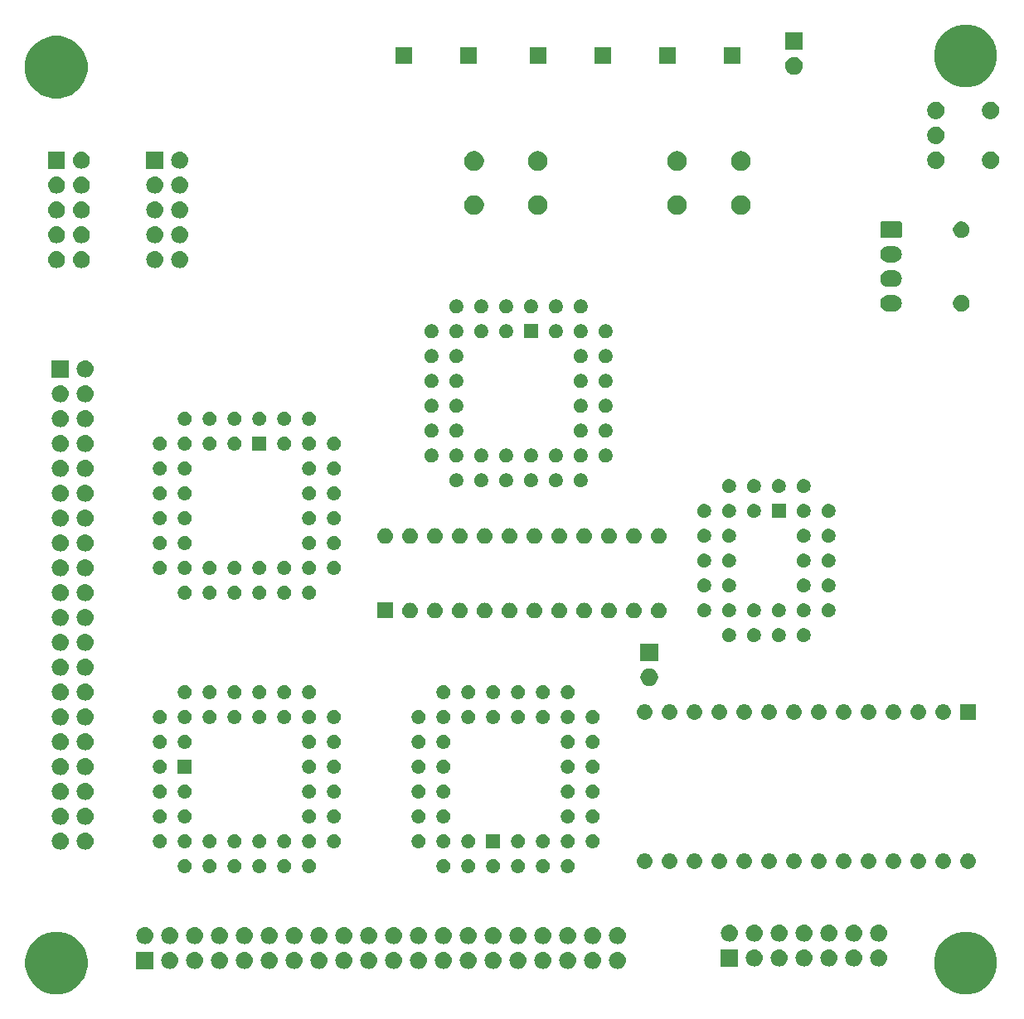
<source format=gbr>
G04 #@! TF.GenerationSoftware,KiCad,Pcbnew,5.1.4-e60b266~84~ubuntu18.04.1*
G04 #@! TF.CreationDate,2019-10-20T16:14:38+01:00*
G04 #@! TF.ProjectId,pluto,706c7574-6f2e-46b6-9963-61645f706362,rev?*
G04 #@! TF.SameCoordinates,Original*
G04 #@! TF.FileFunction,Soldermask,Bot*
G04 #@! TF.FilePolarity,Negative*
%FSLAX46Y46*%
G04 Gerber Fmt 4.6, Leading zero omitted, Abs format (unit mm)*
G04 Created by KiCad (PCBNEW 5.1.4-e60b266~84~ubuntu18.04.1) date 2019-10-20 16:14:38*
%MOMM*%
%LPD*%
G04 APERTURE LIST*
%ADD10C,0.100000*%
G04 APERTURE END LIST*
D10*
G36*
X152190404Y-133320974D02*
G01*
X152772767Y-133562196D01*
X152772768Y-133562197D01*
X153296881Y-133912398D01*
X153742602Y-134358119D01*
X153976599Y-134708321D01*
X154092804Y-134882233D01*
X154334026Y-135464596D01*
X154457000Y-136082826D01*
X154457000Y-136713174D01*
X154334026Y-137331404D01*
X154092804Y-137913767D01*
X154092803Y-137913768D01*
X153742602Y-138437881D01*
X153296881Y-138883602D01*
X152946679Y-139117599D01*
X152772767Y-139233804D01*
X152190404Y-139475026D01*
X151572174Y-139598000D01*
X150941826Y-139598000D01*
X150323596Y-139475026D01*
X149741233Y-139233804D01*
X149567321Y-139117599D01*
X149217119Y-138883602D01*
X148771398Y-138437881D01*
X148421197Y-137913768D01*
X148421196Y-137913767D01*
X148179974Y-137331404D01*
X148057000Y-136713174D01*
X148057000Y-136082826D01*
X148179974Y-135464596D01*
X148421196Y-134882233D01*
X148537401Y-134708321D01*
X148771398Y-134358119D01*
X149217119Y-133912398D01*
X149741232Y-133562197D01*
X149741233Y-133562196D01*
X150323596Y-133320974D01*
X150941826Y-133198000D01*
X151572174Y-133198000D01*
X152190404Y-133320974D01*
X152190404Y-133320974D01*
G37*
G36*
X59353404Y-133320974D02*
G01*
X59935767Y-133562196D01*
X59935768Y-133562197D01*
X60459881Y-133912398D01*
X60905602Y-134358119D01*
X61139599Y-134708321D01*
X61255804Y-134882233D01*
X61497026Y-135464596D01*
X61620000Y-136082826D01*
X61620000Y-136713174D01*
X61497026Y-137331404D01*
X61255804Y-137913767D01*
X61255803Y-137913768D01*
X60905602Y-138437881D01*
X60459881Y-138883602D01*
X60109679Y-139117599D01*
X59935767Y-139233804D01*
X59353404Y-139475026D01*
X58735174Y-139598000D01*
X58104826Y-139598000D01*
X57486596Y-139475026D01*
X56904233Y-139233804D01*
X56730321Y-139117599D01*
X56380119Y-138883602D01*
X55934398Y-138437881D01*
X55584197Y-137913768D01*
X55584196Y-137913767D01*
X55342974Y-137331404D01*
X55220000Y-136713174D01*
X55220000Y-136082826D01*
X55342974Y-135464596D01*
X55584196Y-134882233D01*
X55700401Y-134708321D01*
X55934398Y-134358119D01*
X56380119Y-133912398D01*
X56904232Y-133562197D01*
X56904233Y-133562196D01*
X57486596Y-133320974D01*
X58104826Y-133198000D01*
X58735174Y-133198000D01*
X59353404Y-133320974D01*
X59353404Y-133320974D01*
G37*
G36*
X90381712Y-135284565D02*
G01*
X90466295Y-135292896D01*
X90629084Y-135342278D01*
X90629087Y-135342279D01*
X90779107Y-135422466D01*
X90779108Y-135422467D01*
X90779112Y-135422469D01*
X90910612Y-135530388D01*
X91018531Y-135661888D01*
X91018533Y-135661892D01*
X91018534Y-135661893D01*
X91098721Y-135811913D01*
X91098722Y-135811916D01*
X91148104Y-135974705D01*
X91164778Y-136144000D01*
X91148104Y-136313295D01*
X91098722Y-136476084D01*
X91098721Y-136476087D01*
X91026325Y-136611531D01*
X91018531Y-136626112D01*
X90910612Y-136757612D01*
X90779112Y-136865531D01*
X90779108Y-136865533D01*
X90779107Y-136865534D01*
X90629087Y-136945721D01*
X90629084Y-136945722D01*
X90466295Y-136995104D01*
X90381712Y-137003435D01*
X90339421Y-137007600D01*
X90254579Y-137007600D01*
X90212288Y-137003435D01*
X90127705Y-136995104D01*
X89964916Y-136945722D01*
X89964913Y-136945721D01*
X89814893Y-136865534D01*
X89814892Y-136865533D01*
X89814888Y-136865531D01*
X89683388Y-136757612D01*
X89575469Y-136626112D01*
X89567675Y-136611531D01*
X89495279Y-136476087D01*
X89495278Y-136476084D01*
X89445896Y-136313295D01*
X89429222Y-136144000D01*
X89445896Y-135974705D01*
X89495278Y-135811916D01*
X89495279Y-135811913D01*
X89575466Y-135661893D01*
X89575467Y-135661892D01*
X89575469Y-135661888D01*
X89683388Y-135530388D01*
X89814888Y-135422469D01*
X89814892Y-135422467D01*
X89814893Y-135422466D01*
X89964913Y-135342279D01*
X89964916Y-135342278D01*
X90127705Y-135292896D01*
X90212288Y-135284565D01*
X90254579Y-135280400D01*
X90339421Y-135280400D01*
X90381712Y-135284565D01*
X90381712Y-135284565D01*
G37*
G36*
X72601712Y-135284565D02*
G01*
X72686295Y-135292896D01*
X72849084Y-135342278D01*
X72849087Y-135342279D01*
X72999107Y-135422466D01*
X72999108Y-135422467D01*
X72999112Y-135422469D01*
X73130612Y-135530388D01*
X73238531Y-135661888D01*
X73238533Y-135661892D01*
X73238534Y-135661893D01*
X73318721Y-135811913D01*
X73318722Y-135811916D01*
X73368104Y-135974705D01*
X73384778Y-136144000D01*
X73368104Y-136313295D01*
X73318722Y-136476084D01*
X73318721Y-136476087D01*
X73246325Y-136611531D01*
X73238531Y-136626112D01*
X73130612Y-136757612D01*
X72999112Y-136865531D01*
X72999108Y-136865533D01*
X72999107Y-136865534D01*
X72849087Y-136945721D01*
X72849084Y-136945722D01*
X72686295Y-136995104D01*
X72601712Y-137003435D01*
X72559421Y-137007600D01*
X72474579Y-137007600D01*
X72432288Y-137003435D01*
X72347705Y-136995104D01*
X72184916Y-136945722D01*
X72184913Y-136945721D01*
X72034893Y-136865534D01*
X72034892Y-136865533D01*
X72034888Y-136865531D01*
X71903388Y-136757612D01*
X71795469Y-136626112D01*
X71787675Y-136611531D01*
X71715279Y-136476087D01*
X71715278Y-136476084D01*
X71665896Y-136313295D01*
X71649222Y-136144000D01*
X71665896Y-135974705D01*
X71715278Y-135811916D01*
X71715279Y-135811913D01*
X71795466Y-135661893D01*
X71795467Y-135661892D01*
X71795469Y-135661888D01*
X71903388Y-135530388D01*
X72034888Y-135422469D01*
X72034892Y-135422467D01*
X72034893Y-135422466D01*
X72184913Y-135342279D01*
X72184916Y-135342278D01*
X72347705Y-135292896D01*
X72432288Y-135284565D01*
X72474579Y-135280400D01*
X72559421Y-135280400D01*
X72601712Y-135284565D01*
X72601712Y-135284565D01*
G37*
G36*
X95461712Y-135284565D02*
G01*
X95546295Y-135292896D01*
X95709084Y-135342278D01*
X95709087Y-135342279D01*
X95859107Y-135422466D01*
X95859108Y-135422467D01*
X95859112Y-135422469D01*
X95990612Y-135530388D01*
X96098531Y-135661888D01*
X96098533Y-135661892D01*
X96098534Y-135661893D01*
X96178721Y-135811913D01*
X96178722Y-135811916D01*
X96228104Y-135974705D01*
X96244778Y-136144000D01*
X96228104Y-136313295D01*
X96178722Y-136476084D01*
X96178721Y-136476087D01*
X96106325Y-136611531D01*
X96098531Y-136626112D01*
X95990612Y-136757612D01*
X95859112Y-136865531D01*
X95859108Y-136865533D01*
X95859107Y-136865534D01*
X95709087Y-136945721D01*
X95709084Y-136945722D01*
X95546295Y-136995104D01*
X95461712Y-137003435D01*
X95419421Y-137007600D01*
X95334579Y-137007600D01*
X95292288Y-137003435D01*
X95207705Y-136995104D01*
X95044916Y-136945722D01*
X95044913Y-136945721D01*
X94894893Y-136865534D01*
X94894892Y-136865533D01*
X94894888Y-136865531D01*
X94763388Y-136757612D01*
X94655469Y-136626112D01*
X94647675Y-136611531D01*
X94575279Y-136476087D01*
X94575278Y-136476084D01*
X94525896Y-136313295D01*
X94509222Y-136144000D01*
X94525896Y-135974705D01*
X94575278Y-135811916D01*
X94575279Y-135811913D01*
X94655466Y-135661893D01*
X94655467Y-135661892D01*
X94655469Y-135661888D01*
X94763388Y-135530388D01*
X94894888Y-135422469D01*
X94894892Y-135422467D01*
X94894893Y-135422466D01*
X95044913Y-135342279D01*
X95044916Y-135342278D01*
X95207705Y-135292896D01*
X95292288Y-135284565D01*
X95334579Y-135280400D01*
X95419421Y-135280400D01*
X95461712Y-135284565D01*
X95461712Y-135284565D01*
G37*
G36*
X82761712Y-135284565D02*
G01*
X82846295Y-135292896D01*
X83009084Y-135342278D01*
X83009087Y-135342279D01*
X83159107Y-135422466D01*
X83159108Y-135422467D01*
X83159112Y-135422469D01*
X83290612Y-135530388D01*
X83398531Y-135661888D01*
X83398533Y-135661892D01*
X83398534Y-135661893D01*
X83478721Y-135811913D01*
X83478722Y-135811916D01*
X83528104Y-135974705D01*
X83544778Y-136144000D01*
X83528104Y-136313295D01*
X83478722Y-136476084D01*
X83478721Y-136476087D01*
X83406325Y-136611531D01*
X83398531Y-136626112D01*
X83290612Y-136757612D01*
X83159112Y-136865531D01*
X83159108Y-136865533D01*
X83159107Y-136865534D01*
X83009087Y-136945721D01*
X83009084Y-136945722D01*
X82846295Y-136995104D01*
X82761712Y-137003435D01*
X82719421Y-137007600D01*
X82634579Y-137007600D01*
X82592288Y-137003435D01*
X82507705Y-136995104D01*
X82344916Y-136945722D01*
X82344913Y-136945721D01*
X82194893Y-136865534D01*
X82194892Y-136865533D01*
X82194888Y-136865531D01*
X82063388Y-136757612D01*
X81955469Y-136626112D01*
X81947675Y-136611531D01*
X81875279Y-136476087D01*
X81875278Y-136476084D01*
X81825896Y-136313295D01*
X81809222Y-136144000D01*
X81825896Y-135974705D01*
X81875278Y-135811916D01*
X81875279Y-135811913D01*
X81955466Y-135661893D01*
X81955467Y-135661892D01*
X81955469Y-135661888D01*
X82063388Y-135530388D01*
X82194888Y-135422469D01*
X82194892Y-135422467D01*
X82194893Y-135422466D01*
X82344913Y-135342279D01*
X82344916Y-135342278D01*
X82507705Y-135292896D01*
X82592288Y-135284565D01*
X82634579Y-135280400D01*
X82719421Y-135280400D01*
X82761712Y-135284565D01*
X82761712Y-135284565D01*
G37*
G36*
X98001712Y-135284565D02*
G01*
X98086295Y-135292896D01*
X98249084Y-135342278D01*
X98249087Y-135342279D01*
X98399107Y-135422466D01*
X98399108Y-135422467D01*
X98399112Y-135422469D01*
X98530612Y-135530388D01*
X98638531Y-135661888D01*
X98638533Y-135661892D01*
X98638534Y-135661893D01*
X98718721Y-135811913D01*
X98718722Y-135811916D01*
X98768104Y-135974705D01*
X98784778Y-136144000D01*
X98768104Y-136313295D01*
X98718722Y-136476084D01*
X98718721Y-136476087D01*
X98646325Y-136611531D01*
X98638531Y-136626112D01*
X98530612Y-136757612D01*
X98399112Y-136865531D01*
X98399108Y-136865533D01*
X98399107Y-136865534D01*
X98249087Y-136945721D01*
X98249084Y-136945722D01*
X98086295Y-136995104D01*
X98001712Y-137003435D01*
X97959421Y-137007600D01*
X97874579Y-137007600D01*
X97832288Y-137003435D01*
X97747705Y-136995104D01*
X97584916Y-136945722D01*
X97584913Y-136945721D01*
X97434893Y-136865534D01*
X97434892Y-136865533D01*
X97434888Y-136865531D01*
X97303388Y-136757612D01*
X97195469Y-136626112D01*
X97187675Y-136611531D01*
X97115279Y-136476087D01*
X97115278Y-136476084D01*
X97065896Y-136313295D01*
X97049222Y-136144000D01*
X97065896Y-135974705D01*
X97115278Y-135811916D01*
X97115279Y-135811913D01*
X97195466Y-135661893D01*
X97195467Y-135661892D01*
X97195469Y-135661888D01*
X97303388Y-135530388D01*
X97434888Y-135422469D01*
X97434892Y-135422467D01*
X97434893Y-135422466D01*
X97584913Y-135342279D01*
X97584916Y-135342278D01*
X97747705Y-135292896D01*
X97832288Y-135284565D01*
X97874579Y-135280400D01*
X97959421Y-135280400D01*
X98001712Y-135284565D01*
X98001712Y-135284565D01*
G37*
G36*
X80221712Y-135284565D02*
G01*
X80306295Y-135292896D01*
X80469084Y-135342278D01*
X80469087Y-135342279D01*
X80619107Y-135422466D01*
X80619108Y-135422467D01*
X80619112Y-135422469D01*
X80750612Y-135530388D01*
X80858531Y-135661888D01*
X80858533Y-135661892D01*
X80858534Y-135661893D01*
X80938721Y-135811913D01*
X80938722Y-135811916D01*
X80988104Y-135974705D01*
X81004778Y-136144000D01*
X80988104Y-136313295D01*
X80938722Y-136476084D01*
X80938721Y-136476087D01*
X80866325Y-136611531D01*
X80858531Y-136626112D01*
X80750612Y-136757612D01*
X80619112Y-136865531D01*
X80619108Y-136865533D01*
X80619107Y-136865534D01*
X80469087Y-136945721D01*
X80469084Y-136945722D01*
X80306295Y-136995104D01*
X80221712Y-137003435D01*
X80179421Y-137007600D01*
X80094579Y-137007600D01*
X80052288Y-137003435D01*
X79967705Y-136995104D01*
X79804916Y-136945722D01*
X79804913Y-136945721D01*
X79654893Y-136865534D01*
X79654892Y-136865533D01*
X79654888Y-136865531D01*
X79523388Y-136757612D01*
X79415469Y-136626112D01*
X79407675Y-136611531D01*
X79335279Y-136476087D01*
X79335278Y-136476084D01*
X79285896Y-136313295D01*
X79269222Y-136144000D01*
X79285896Y-135974705D01*
X79335278Y-135811916D01*
X79335279Y-135811913D01*
X79415466Y-135661893D01*
X79415467Y-135661892D01*
X79415469Y-135661888D01*
X79523388Y-135530388D01*
X79654888Y-135422469D01*
X79654892Y-135422467D01*
X79654893Y-135422466D01*
X79804913Y-135342279D01*
X79804916Y-135342278D01*
X79967705Y-135292896D01*
X80052288Y-135284565D01*
X80094579Y-135280400D01*
X80179421Y-135280400D01*
X80221712Y-135284565D01*
X80221712Y-135284565D01*
G37*
G36*
X100541712Y-135284565D02*
G01*
X100626295Y-135292896D01*
X100789084Y-135342278D01*
X100789087Y-135342279D01*
X100939107Y-135422466D01*
X100939108Y-135422467D01*
X100939112Y-135422469D01*
X101070612Y-135530388D01*
X101178531Y-135661888D01*
X101178533Y-135661892D01*
X101178534Y-135661893D01*
X101258721Y-135811913D01*
X101258722Y-135811916D01*
X101308104Y-135974705D01*
X101324778Y-136144000D01*
X101308104Y-136313295D01*
X101258722Y-136476084D01*
X101258721Y-136476087D01*
X101186325Y-136611531D01*
X101178531Y-136626112D01*
X101070612Y-136757612D01*
X100939112Y-136865531D01*
X100939108Y-136865533D01*
X100939107Y-136865534D01*
X100789087Y-136945721D01*
X100789084Y-136945722D01*
X100626295Y-136995104D01*
X100541712Y-137003435D01*
X100499421Y-137007600D01*
X100414579Y-137007600D01*
X100372288Y-137003435D01*
X100287705Y-136995104D01*
X100124916Y-136945722D01*
X100124913Y-136945721D01*
X99974893Y-136865534D01*
X99974892Y-136865533D01*
X99974888Y-136865531D01*
X99843388Y-136757612D01*
X99735469Y-136626112D01*
X99727675Y-136611531D01*
X99655279Y-136476087D01*
X99655278Y-136476084D01*
X99605896Y-136313295D01*
X99589222Y-136144000D01*
X99605896Y-135974705D01*
X99655278Y-135811916D01*
X99655279Y-135811913D01*
X99735466Y-135661893D01*
X99735467Y-135661892D01*
X99735469Y-135661888D01*
X99843388Y-135530388D01*
X99974888Y-135422469D01*
X99974892Y-135422467D01*
X99974893Y-135422466D01*
X100124913Y-135342279D01*
X100124916Y-135342278D01*
X100287705Y-135292896D01*
X100372288Y-135284565D01*
X100414579Y-135280400D01*
X100499421Y-135280400D01*
X100541712Y-135284565D01*
X100541712Y-135284565D01*
G37*
G36*
X77681712Y-135284565D02*
G01*
X77766295Y-135292896D01*
X77929084Y-135342278D01*
X77929087Y-135342279D01*
X78079107Y-135422466D01*
X78079108Y-135422467D01*
X78079112Y-135422469D01*
X78210612Y-135530388D01*
X78318531Y-135661888D01*
X78318533Y-135661892D01*
X78318534Y-135661893D01*
X78398721Y-135811913D01*
X78398722Y-135811916D01*
X78448104Y-135974705D01*
X78464778Y-136144000D01*
X78448104Y-136313295D01*
X78398722Y-136476084D01*
X78398721Y-136476087D01*
X78326325Y-136611531D01*
X78318531Y-136626112D01*
X78210612Y-136757612D01*
X78079112Y-136865531D01*
X78079108Y-136865533D01*
X78079107Y-136865534D01*
X77929087Y-136945721D01*
X77929084Y-136945722D01*
X77766295Y-136995104D01*
X77681712Y-137003435D01*
X77639421Y-137007600D01*
X77554579Y-137007600D01*
X77512288Y-137003435D01*
X77427705Y-136995104D01*
X77264916Y-136945722D01*
X77264913Y-136945721D01*
X77114893Y-136865534D01*
X77114892Y-136865533D01*
X77114888Y-136865531D01*
X76983388Y-136757612D01*
X76875469Y-136626112D01*
X76867675Y-136611531D01*
X76795279Y-136476087D01*
X76795278Y-136476084D01*
X76745896Y-136313295D01*
X76729222Y-136144000D01*
X76745896Y-135974705D01*
X76795278Y-135811916D01*
X76795279Y-135811913D01*
X76875466Y-135661893D01*
X76875467Y-135661892D01*
X76875469Y-135661888D01*
X76983388Y-135530388D01*
X77114888Y-135422469D01*
X77114892Y-135422467D01*
X77114893Y-135422466D01*
X77264913Y-135342279D01*
X77264916Y-135342278D01*
X77427705Y-135292896D01*
X77512288Y-135284565D01*
X77554579Y-135280400D01*
X77639421Y-135280400D01*
X77681712Y-135284565D01*
X77681712Y-135284565D01*
G37*
G36*
X103081712Y-135284565D02*
G01*
X103166295Y-135292896D01*
X103329084Y-135342278D01*
X103329087Y-135342279D01*
X103479107Y-135422466D01*
X103479108Y-135422467D01*
X103479112Y-135422469D01*
X103610612Y-135530388D01*
X103718531Y-135661888D01*
X103718533Y-135661892D01*
X103718534Y-135661893D01*
X103798721Y-135811913D01*
X103798722Y-135811916D01*
X103848104Y-135974705D01*
X103864778Y-136144000D01*
X103848104Y-136313295D01*
X103798722Y-136476084D01*
X103798721Y-136476087D01*
X103726325Y-136611531D01*
X103718531Y-136626112D01*
X103610612Y-136757612D01*
X103479112Y-136865531D01*
X103479108Y-136865533D01*
X103479107Y-136865534D01*
X103329087Y-136945721D01*
X103329084Y-136945722D01*
X103166295Y-136995104D01*
X103081712Y-137003435D01*
X103039421Y-137007600D01*
X102954579Y-137007600D01*
X102912288Y-137003435D01*
X102827705Y-136995104D01*
X102664916Y-136945722D01*
X102664913Y-136945721D01*
X102514893Y-136865534D01*
X102514892Y-136865533D01*
X102514888Y-136865531D01*
X102383388Y-136757612D01*
X102275469Y-136626112D01*
X102267675Y-136611531D01*
X102195279Y-136476087D01*
X102195278Y-136476084D01*
X102145896Y-136313295D01*
X102129222Y-136144000D01*
X102145896Y-135974705D01*
X102195278Y-135811916D01*
X102195279Y-135811913D01*
X102275466Y-135661893D01*
X102275467Y-135661892D01*
X102275469Y-135661888D01*
X102383388Y-135530388D01*
X102514888Y-135422469D01*
X102514892Y-135422467D01*
X102514893Y-135422466D01*
X102664913Y-135342279D01*
X102664916Y-135342278D01*
X102827705Y-135292896D01*
X102912288Y-135284565D01*
X102954579Y-135280400D01*
X103039421Y-135280400D01*
X103081712Y-135284565D01*
X103081712Y-135284565D01*
G37*
G36*
X75141712Y-135284565D02*
G01*
X75226295Y-135292896D01*
X75389084Y-135342278D01*
X75389087Y-135342279D01*
X75539107Y-135422466D01*
X75539108Y-135422467D01*
X75539112Y-135422469D01*
X75670612Y-135530388D01*
X75778531Y-135661888D01*
X75778533Y-135661892D01*
X75778534Y-135661893D01*
X75858721Y-135811913D01*
X75858722Y-135811916D01*
X75908104Y-135974705D01*
X75924778Y-136144000D01*
X75908104Y-136313295D01*
X75858722Y-136476084D01*
X75858721Y-136476087D01*
X75786325Y-136611531D01*
X75778531Y-136626112D01*
X75670612Y-136757612D01*
X75539112Y-136865531D01*
X75539108Y-136865533D01*
X75539107Y-136865534D01*
X75389087Y-136945721D01*
X75389084Y-136945722D01*
X75226295Y-136995104D01*
X75141712Y-137003435D01*
X75099421Y-137007600D01*
X75014579Y-137007600D01*
X74972288Y-137003435D01*
X74887705Y-136995104D01*
X74724916Y-136945722D01*
X74724913Y-136945721D01*
X74574893Y-136865534D01*
X74574892Y-136865533D01*
X74574888Y-136865531D01*
X74443388Y-136757612D01*
X74335469Y-136626112D01*
X74327675Y-136611531D01*
X74255279Y-136476087D01*
X74255278Y-136476084D01*
X74205896Y-136313295D01*
X74189222Y-136144000D01*
X74205896Y-135974705D01*
X74255278Y-135811916D01*
X74255279Y-135811913D01*
X74335466Y-135661893D01*
X74335467Y-135661892D01*
X74335469Y-135661888D01*
X74443388Y-135530388D01*
X74574888Y-135422469D01*
X74574892Y-135422467D01*
X74574893Y-135422466D01*
X74724913Y-135342279D01*
X74724916Y-135342278D01*
X74887705Y-135292896D01*
X74972288Y-135284565D01*
X75014579Y-135280400D01*
X75099421Y-135280400D01*
X75141712Y-135284565D01*
X75141712Y-135284565D01*
G37*
G36*
X105621712Y-135284565D02*
G01*
X105706295Y-135292896D01*
X105869084Y-135342278D01*
X105869087Y-135342279D01*
X106019107Y-135422466D01*
X106019108Y-135422467D01*
X106019112Y-135422469D01*
X106150612Y-135530388D01*
X106258531Y-135661888D01*
X106258533Y-135661892D01*
X106258534Y-135661893D01*
X106338721Y-135811913D01*
X106338722Y-135811916D01*
X106388104Y-135974705D01*
X106404778Y-136144000D01*
X106388104Y-136313295D01*
X106338722Y-136476084D01*
X106338721Y-136476087D01*
X106266325Y-136611531D01*
X106258531Y-136626112D01*
X106150612Y-136757612D01*
X106019112Y-136865531D01*
X106019108Y-136865533D01*
X106019107Y-136865534D01*
X105869087Y-136945721D01*
X105869084Y-136945722D01*
X105706295Y-136995104D01*
X105621712Y-137003435D01*
X105579421Y-137007600D01*
X105494579Y-137007600D01*
X105452288Y-137003435D01*
X105367705Y-136995104D01*
X105204916Y-136945722D01*
X105204913Y-136945721D01*
X105054893Y-136865534D01*
X105054892Y-136865533D01*
X105054888Y-136865531D01*
X104923388Y-136757612D01*
X104815469Y-136626112D01*
X104807675Y-136611531D01*
X104735279Y-136476087D01*
X104735278Y-136476084D01*
X104685896Y-136313295D01*
X104669222Y-136144000D01*
X104685896Y-135974705D01*
X104735278Y-135811916D01*
X104735279Y-135811913D01*
X104815466Y-135661893D01*
X104815467Y-135661892D01*
X104815469Y-135661888D01*
X104923388Y-135530388D01*
X105054888Y-135422469D01*
X105054892Y-135422467D01*
X105054893Y-135422466D01*
X105204913Y-135342279D01*
X105204916Y-135342278D01*
X105367705Y-135292896D01*
X105452288Y-135284565D01*
X105494579Y-135280400D01*
X105579421Y-135280400D01*
X105621712Y-135284565D01*
X105621712Y-135284565D01*
G37*
G36*
X85301712Y-135284565D02*
G01*
X85386295Y-135292896D01*
X85549084Y-135342278D01*
X85549087Y-135342279D01*
X85699107Y-135422466D01*
X85699108Y-135422467D01*
X85699112Y-135422469D01*
X85830612Y-135530388D01*
X85938531Y-135661888D01*
X85938533Y-135661892D01*
X85938534Y-135661893D01*
X86018721Y-135811913D01*
X86018722Y-135811916D01*
X86068104Y-135974705D01*
X86084778Y-136144000D01*
X86068104Y-136313295D01*
X86018722Y-136476084D01*
X86018721Y-136476087D01*
X85946325Y-136611531D01*
X85938531Y-136626112D01*
X85830612Y-136757612D01*
X85699112Y-136865531D01*
X85699108Y-136865533D01*
X85699107Y-136865534D01*
X85549087Y-136945721D01*
X85549084Y-136945722D01*
X85386295Y-136995104D01*
X85301712Y-137003435D01*
X85259421Y-137007600D01*
X85174579Y-137007600D01*
X85132288Y-137003435D01*
X85047705Y-136995104D01*
X84884916Y-136945722D01*
X84884913Y-136945721D01*
X84734893Y-136865534D01*
X84734892Y-136865533D01*
X84734888Y-136865531D01*
X84603388Y-136757612D01*
X84495469Y-136626112D01*
X84487675Y-136611531D01*
X84415279Y-136476087D01*
X84415278Y-136476084D01*
X84365896Y-136313295D01*
X84349222Y-136144000D01*
X84365896Y-135974705D01*
X84415278Y-135811916D01*
X84415279Y-135811913D01*
X84495466Y-135661893D01*
X84495467Y-135661892D01*
X84495469Y-135661888D01*
X84603388Y-135530388D01*
X84734888Y-135422469D01*
X84734892Y-135422467D01*
X84734893Y-135422466D01*
X84884913Y-135342279D01*
X84884916Y-135342278D01*
X85047705Y-135292896D01*
X85132288Y-135284565D01*
X85174579Y-135280400D01*
X85259421Y-135280400D01*
X85301712Y-135284565D01*
X85301712Y-135284565D01*
G37*
G36*
X108161712Y-135284565D02*
G01*
X108246295Y-135292896D01*
X108409084Y-135342278D01*
X108409087Y-135342279D01*
X108559107Y-135422466D01*
X108559108Y-135422467D01*
X108559112Y-135422469D01*
X108690612Y-135530388D01*
X108798531Y-135661888D01*
X108798533Y-135661892D01*
X108798534Y-135661893D01*
X108878721Y-135811913D01*
X108878722Y-135811916D01*
X108928104Y-135974705D01*
X108944778Y-136144000D01*
X108928104Y-136313295D01*
X108878722Y-136476084D01*
X108878721Y-136476087D01*
X108806325Y-136611531D01*
X108798531Y-136626112D01*
X108690612Y-136757612D01*
X108559112Y-136865531D01*
X108559108Y-136865533D01*
X108559107Y-136865534D01*
X108409087Y-136945721D01*
X108409084Y-136945722D01*
X108246295Y-136995104D01*
X108161712Y-137003435D01*
X108119421Y-137007600D01*
X108034579Y-137007600D01*
X107992288Y-137003435D01*
X107907705Y-136995104D01*
X107744916Y-136945722D01*
X107744913Y-136945721D01*
X107594893Y-136865534D01*
X107594892Y-136865533D01*
X107594888Y-136865531D01*
X107463388Y-136757612D01*
X107355469Y-136626112D01*
X107347675Y-136611531D01*
X107275279Y-136476087D01*
X107275278Y-136476084D01*
X107225896Y-136313295D01*
X107209222Y-136144000D01*
X107225896Y-135974705D01*
X107275278Y-135811916D01*
X107275279Y-135811913D01*
X107355466Y-135661893D01*
X107355467Y-135661892D01*
X107355469Y-135661888D01*
X107463388Y-135530388D01*
X107594888Y-135422469D01*
X107594892Y-135422467D01*
X107594893Y-135422466D01*
X107744913Y-135342279D01*
X107744916Y-135342278D01*
X107907705Y-135292896D01*
X107992288Y-135284565D01*
X108034579Y-135280400D01*
X108119421Y-135280400D01*
X108161712Y-135284565D01*
X108161712Y-135284565D01*
G37*
G36*
X70061712Y-135284565D02*
G01*
X70146295Y-135292896D01*
X70309084Y-135342278D01*
X70309087Y-135342279D01*
X70459107Y-135422466D01*
X70459108Y-135422467D01*
X70459112Y-135422469D01*
X70590612Y-135530388D01*
X70698531Y-135661888D01*
X70698533Y-135661892D01*
X70698534Y-135661893D01*
X70778721Y-135811913D01*
X70778722Y-135811916D01*
X70828104Y-135974705D01*
X70844778Y-136144000D01*
X70828104Y-136313295D01*
X70778722Y-136476084D01*
X70778721Y-136476087D01*
X70706325Y-136611531D01*
X70698531Y-136626112D01*
X70590612Y-136757612D01*
X70459112Y-136865531D01*
X70459108Y-136865533D01*
X70459107Y-136865534D01*
X70309087Y-136945721D01*
X70309084Y-136945722D01*
X70146295Y-136995104D01*
X70061712Y-137003435D01*
X70019421Y-137007600D01*
X69934579Y-137007600D01*
X69892288Y-137003435D01*
X69807705Y-136995104D01*
X69644916Y-136945722D01*
X69644913Y-136945721D01*
X69494893Y-136865534D01*
X69494892Y-136865533D01*
X69494888Y-136865531D01*
X69363388Y-136757612D01*
X69255469Y-136626112D01*
X69247675Y-136611531D01*
X69175279Y-136476087D01*
X69175278Y-136476084D01*
X69125896Y-136313295D01*
X69109222Y-136144000D01*
X69125896Y-135974705D01*
X69175278Y-135811916D01*
X69175279Y-135811913D01*
X69255466Y-135661893D01*
X69255467Y-135661892D01*
X69255469Y-135661888D01*
X69363388Y-135530388D01*
X69494888Y-135422469D01*
X69494892Y-135422467D01*
X69494893Y-135422466D01*
X69644913Y-135342279D01*
X69644916Y-135342278D01*
X69807705Y-135292896D01*
X69892288Y-135284565D01*
X69934579Y-135280400D01*
X70019421Y-135280400D01*
X70061712Y-135284565D01*
X70061712Y-135284565D01*
G37*
G36*
X110701712Y-135284565D02*
G01*
X110786295Y-135292896D01*
X110949084Y-135342278D01*
X110949087Y-135342279D01*
X111099107Y-135422466D01*
X111099108Y-135422467D01*
X111099112Y-135422469D01*
X111230612Y-135530388D01*
X111338531Y-135661888D01*
X111338533Y-135661892D01*
X111338534Y-135661893D01*
X111418721Y-135811913D01*
X111418722Y-135811916D01*
X111468104Y-135974705D01*
X111484778Y-136144000D01*
X111468104Y-136313295D01*
X111418722Y-136476084D01*
X111418721Y-136476087D01*
X111346325Y-136611531D01*
X111338531Y-136626112D01*
X111230612Y-136757612D01*
X111099112Y-136865531D01*
X111099108Y-136865533D01*
X111099107Y-136865534D01*
X110949087Y-136945721D01*
X110949084Y-136945722D01*
X110786295Y-136995104D01*
X110701712Y-137003435D01*
X110659421Y-137007600D01*
X110574579Y-137007600D01*
X110532288Y-137003435D01*
X110447705Y-136995104D01*
X110284916Y-136945722D01*
X110284913Y-136945721D01*
X110134893Y-136865534D01*
X110134892Y-136865533D01*
X110134888Y-136865531D01*
X110003388Y-136757612D01*
X109895469Y-136626112D01*
X109887675Y-136611531D01*
X109815279Y-136476087D01*
X109815278Y-136476084D01*
X109765896Y-136313295D01*
X109749222Y-136144000D01*
X109765896Y-135974705D01*
X109815278Y-135811916D01*
X109815279Y-135811913D01*
X109895466Y-135661893D01*
X109895467Y-135661892D01*
X109895469Y-135661888D01*
X110003388Y-135530388D01*
X110134888Y-135422469D01*
X110134892Y-135422467D01*
X110134893Y-135422466D01*
X110284913Y-135342279D01*
X110284916Y-135342278D01*
X110447705Y-135292896D01*
X110532288Y-135284565D01*
X110574579Y-135280400D01*
X110659421Y-135280400D01*
X110701712Y-135284565D01*
X110701712Y-135284565D01*
G37*
G36*
X68300600Y-137007600D02*
G01*
X66573400Y-137007600D01*
X66573400Y-135280400D01*
X68300600Y-135280400D01*
X68300600Y-137007600D01*
X68300600Y-137007600D01*
G37*
G36*
X113241712Y-135284565D02*
G01*
X113326295Y-135292896D01*
X113489084Y-135342278D01*
X113489087Y-135342279D01*
X113639107Y-135422466D01*
X113639108Y-135422467D01*
X113639112Y-135422469D01*
X113770612Y-135530388D01*
X113878531Y-135661888D01*
X113878533Y-135661892D01*
X113878534Y-135661893D01*
X113958721Y-135811913D01*
X113958722Y-135811916D01*
X114008104Y-135974705D01*
X114024778Y-136144000D01*
X114008104Y-136313295D01*
X113958722Y-136476084D01*
X113958721Y-136476087D01*
X113886325Y-136611531D01*
X113878531Y-136626112D01*
X113770612Y-136757612D01*
X113639112Y-136865531D01*
X113639108Y-136865533D01*
X113639107Y-136865534D01*
X113489087Y-136945721D01*
X113489084Y-136945722D01*
X113326295Y-136995104D01*
X113241712Y-137003435D01*
X113199421Y-137007600D01*
X113114579Y-137007600D01*
X113072288Y-137003435D01*
X112987705Y-136995104D01*
X112824916Y-136945722D01*
X112824913Y-136945721D01*
X112674893Y-136865534D01*
X112674892Y-136865533D01*
X112674888Y-136865531D01*
X112543388Y-136757612D01*
X112435469Y-136626112D01*
X112427675Y-136611531D01*
X112355279Y-136476087D01*
X112355278Y-136476084D01*
X112305896Y-136313295D01*
X112289222Y-136144000D01*
X112305896Y-135974705D01*
X112355278Y-135811916D01*
X112355279Y-135811913D01*
X112435466Y-135661893D01*
X112435467Y-135661892D01*
X112435469Y-135661888D01*
X112543388Y-135530388D01*
X112674888Y-135422469D01*
X112674892Y-135422467D01*
X112674893Y-135422466D01*
X112824913Y-135342279D01*
X112824916Y-135342278D01*
X112987705Y-135292896D01*
X113072288Y-135284565D01*
X113114579Y-135280400D01*
X113199421Y-135280400D01*
X113241712Y-135284565D01*
X113241712Y-135284565D01*
G37*
G36*
X92921712Y-135284565D02*
G01*
X93006295Y-135292896D01*
X93169084Y-135342278D01*
X93169087Y-135342279D01*
X93319107Y-135422466D01*
X93319108Y-135422467D01*
X93319112Y-135422469D01*
X93450612Y-135530388D01*
X93558531Y-135661888D01*
X93558533Y-135661892D01*
X93558534Y-135661893D01*
X93638721Y-135811913D01*
X93638722Y-135811916D01*
X93688104Y-135974705D01*
X93704778Y-136144000D01*
X93688104Y-136313295D01*
X93638722Y-136476084D01*
X93638721Y-136476087D01*
X93566325Y-136611531D01*
X93558531Y-136626112D01*
X93450612Y-136757612D01*
X93319112Y-136865531D01*
X93319108Y-136865533D01*
X93319107Y-136865534D01*
X93169087Y-136945721D01*
X93169084Y-136945722D01*
X93006295Y-136995104D01*
X92921712Y-137003435D01*
X92879421Y-137007600D01*
X92794579Y-137007600D01*
X92752288Y-137003435D01*
X92667705Y-136995104D01*
X92504916Y-136945722D01*
X92504913Y-136945721D01*
X92354893Y-136865534D01*
X92354892Y-136865533D01*
X92354888Y-136865531D01*
X92223388Y-136757612D01*
X92115469Y-136626112D01*
X92107675Y-136611531D01*
X92035279Y-136476087D01*
X92035278Y-136476084D01*
X91985896Y-136313295D01*
X91969222Y-136144000D01*
X91985896Y-135974705D01*
X92035278Y-135811916D01*
X92035279Y-135811913D01*
X92115466Y-135661893D01*
X92115467Y-135661892D01*
X92115469Y-135661888D01*
X92223388Y-135530388D01*
X92354888Y-135422469D01*
X92354892Y-135422467D01*
X92354893Y-135422466D01*
X92504913Y-135342279D01*
X92504916Y-135342278D01*
X92667705Y-135292896D01*
X92752288Y-135284565D01*
X92794579Y-135280400D01*
X92879421Y-135280400D01*
X92921712Y-135284565D01*
X92921712Y-135284565D01*
G37*
G36*
X115781712Y-135284565D02*
G01*
X115866295Y-135292896D01*
X116029084Y-135342278D01*
X116029087Y-135342279D01*
X116179107Y-135422466D01*
X116179108Y-135422467D01*
X116179112Y-135422469D01*
X116310612Y-135530388D01*
X116418531Y-135661888D01*
X116418533Y-135661892D01*
X116418534Y-135661893D01*
X116498721Y-135811913D01*
X116498722Y-135811916D01*
X116548104Y-135974705D01*
X116564778Y-136144000D01*
X116548104Y-136313295D01*
X116498722Y-136476084D01*
X116498721Y-136476087D01*
X116426325Y-136611531D01*
X116418531Y-136626112D01*
X116310612Y-136757612D01*
X116179112Y-136865531D01*
X116179108Y-136865533D01*
X116179107Y-136865534D01*
X116029087Y-136945721D01*
X116029084Y-136945722D01*
X115866295Y-136995104D01*
X115781712Y-137003435D01*
X115739421Y-137007600D01*
X115654579Y-137007600D01*
X115612288Y-137003435D01*
X115527705Y-136995104D01*
X115364916Y-136945722D01*
X115364913Y-136945721D01*
X115214893Y-136865534D01*
X115214892Y-136865533D01*
X115214888Y-136865531D01*
X115083388Y-136757612D01*
X114975469Y-136626112D01*
X114967675Y-136611531D01*
X114895279Y-136476087D01*
X114895278Y-136476084D01*
X114845896Y-136313295D01*
X114829222Y-136144000D01*
X114845896Y-135974705D01*
X114895278Y-135811916D01*
X114895279Y-135811913D01*
X114975466Y-135661893D01*
X114975467Y-135661892D01*
X114975469Y-135661888D01*
X115083388Y-135530388D01*
X115214888Y-135422469D01*
X115214892Y-135422467D01*
X115214893Y-135422466D01*
X115364913Y-135342279D01*
X115364916Y-135342278D01*
X115527705Y-135292896D01*
X115612288Y-135284565D01*
X115654579Y-135280400D01*
X115739421Y-135280400D01*
X115781712Y-135284565D01*
X115781712Y-135284565D01*
G37*
G36*
X87841712Y-135284565D02*
G01*
X87926295Y-135292896D01*
X88089084Y-135342278D01*
X88089087Y-135342279D01*
X88239107Y-135422466D01*
X88239108Y-135422467D01*
X88239112Y-135422469D01*
X88370612Y-135530388D01*
X88478531Y-135661888D01*
X88478533Y-135661892D01*
X88478534Y-135661893D01*
X88558721Y-135811913D01*
X88558722Y-135811916D01*
X88608104Y-135974705D01*
X88624778Y-136144000D01*
X88608104Y-136313295D01*
X88558722Y-136476084D01*
X88558721Y-136476087D01*
X88486325Y-136611531D01*
X88478531Y-136626112D01*
X88370612Y-136757612D01*
X88239112Y-136865531D01*
X88239108Y-136865533D01*
X88239107Y-136865534D01*
X88089087Y-136945721D01*
X88089084Y-136945722D01*
X87926295Y-136995104D01*
X87841712Y-137003435D01*
X87799421Y-137007600D01*
X87714579Y-137007600D01*
X87672288Y-137003435D01*
X87587705Y-136995104D01*
X87424916Y-136945722D01*
X87424913Y-136945721D01*
X87274893Y-136865534D01*
X87274892Y-136865533D01*
X87274888Y-136865531D01*
X87143388Y-136757612D01*
X87035469Y-136626112D01*
X87027675Y-136611531D01*
X86955279Y-136476087D01*
X86955278Y-136476084D01*
X86905896Y-136313295D01*
X86889222Y-136144000D01*
X86905896Y-135974705D01*
X86955278Y-135811916D01*
X86955279Y-135811913D01*
X87035466Y-135661893D01*
X87035467Y-135661892D01*
X87035469Y-135661888D01*
X87143388Y-135530388D01*
X87274888Y-135422469D01*
X87274892Y-135422467D01*
X87274893Y-135422466D01*
X87424913Y-135342279D01*
X87424916Y-135342278D01*
X87587705Y-135292896D01*
X87672288Y-135284565D01*
X87714579Y-135280400D01*
X87799421Y-135280400D01*
X87841712Y-135284565D01*
X87841712Y-135284565D01*
G37*
G36*
X139911712Y-135030565D02*
G01*
X139996295Y-135038896D01*
X140159084Y-135088278D01*
X140159087Y-135088279D01*
X140309107Y-135168466D01*
X140309108Y-135168467D01*
X140309112Y-135168469D01*
X140440612Y-135276388D01*
X140548531Y-135407888D01*
X140548533Y-135407892D01*
X140548534Y-135407893D01*
X140628721Y-135557913D01*
X140628722Y-135557916D01*
X140678104Y-135720705D01*
X140694778Y-135890000D01*
X140678104Y-136059295D01*
X140628722Y-136222084D01*
X140628721Y-136222087D01*
X140548534Y-136372107D01*
X140548531Y-136372112D01*
X140440612Y-136503612D01*
X140309112Y-136611531D01*
X140309108Y-136611533D01*
X140309107Y-136611534D01*
X140159087Y-136691721D01*
X140159084Y-136691722D01*
X139996295Y-136741104D01*
X139911712Y-136749435D01*
X139869421Y-136753600D01*
X139784579Y-136753600D01*
X139742288Y-136749435D01*
X139657705Y-136741104D01*
X139494916Y-136691722D01*
X139494913Y-136691721D01*
X139344893Y-136611534D01*
X139344892Y-136611533D01*
X139344888Y-136611531D01*
X139213388Y-136503612D01*
X139105469Y-136372112D01*
X139105466Y-136372107D01*
X139025279Y-136222087D01*
X139025278Y-136222084D01*
X138975896Y-136059295D01*
X138959222Y-135890000D01*
X138975896Y-135720705D01*
X139025278Y-135557916D01*
X139025279Y-135557913D01*
X139105466Y-135407893D01*
X139105467Y-135407892D01*
X139105469Y-135407888D01*
X139213388Y-135276388D01*
X139344888Y-135168469D01*
X139344892Y-135168467D01*
X139344893Y-135168466D01*
X139494913Y-135088279D01*
X139494916Y-135088278D01*
X139657705Y-135038896D01*
X139742288Y-135030565D01*
X139784579Y-135026400D01*
X139869421Y-135026400D01*
X139911712Y-135030565D01*
X139911712Y-135030565D01*
G37*
G36*
X137371712Y-135030565D02*
G01*
X137456295Y-135038896D01*
X137619084Y-135088278D01*
X137619087Y-135088279D01*
X137769107Y-135168466D01*
X137769108Y-135168467D01*
X137769112Y-135168469D01*
X137900612Y-135276388D01*
X138008531Y-135407888D01*
X138008533Y-135407892D01*
X138008534Y-135407893D01*
X138088721Y-135557913D01*
X138088722Y-135557916D01*
X138138104Y-135720705D01*
X138154778Y-135890000D01*
X138138104Y-136059295D01*
X138088722Y-136222084D01*
X138088721Y-136222087D01*
X138008534Y-136372107D01*
X138008531Y-136372112D01*
X137900612Y-136503612D01*
X137769112Y-136611531D01*
X137769108Y-136611533D01*
X137769107Y-136611534D01*
X137619087Y-136691721D01*
X137619084Y-136691722D01*
X137456295Y-136741104D01*
X137371712Y-136749435D01*
X137329421Y-136753600D01*
X137244579Y-136753600D01*
X137202288Y-136749435D01*
X137117705Y-136741104D01*
X136954916Y-136691722D01*
X136954913Y-136691721D01*
X136804893Y-136611534D01*
X136804892Y-136611533D01*
X136804888Y-136611531D01*
X136673388Y-136503612D01*
X136565469Y-136372112D01*
X136565466Y-136372107D01*
X136485279Y-136222087D01*
X136485278Y-136222084D01*
X136435896Y-136059295D01*
X136419222Y-135890000D01*
X136435896Y-135720705D01*
X136485278Y-135557916D01*
X136485279Y-135557913D01*
X136565466Y-135407893D01*
X136565467Y-135407892D01*
X136565469Y-135407888D01*
X136673388Y-135276388D01*
X136804888Y-135168469D01*
X136804892Y-135168467D01*
X136804893Y-135168466D01*
X136954913Y-135088279D01*
X136954916Y-135088278D01*
X137117705Y-135038896D01*
X137202288Y-135030565D01*
X137244579Y-135026400D01*
X137329421Y-135026400D01*
X137371712Y-135030565D01*
X137371712Y-135030565D01*
G37*
G36*
X142451712Y-135030565D02*
G01*
X142536295Y-135038896D01*
X142699084Y-135088278D01*
X142699087Y-135088279D01*
X142849107Y-135168466D01*
X142849108Y-135168467D01*
X142849112Y-135168469D01*
X142980612Y-135276388D01*
X143088531Y-135407888D01*
X143088533Y-135407892D01*
X143088534Y-135407893D01*
X143168721Y-135557913D01*
X143168722Y-135557916D01*
X143218104Y-135720705D01*
X143234778Y-135890000D01*
X143218104Y-136059295D01*
X143168722Y-136222084D01*
X143168721Y-136222087D01*
X143088534Y-136372107D01*
X143088531Y-136372112D01*
X142980612Y-136503612D01*
X142849112Y-136611531D01*
X142849108Y-136611533D01*
X142849107Y-136611534D01*
X142699087Y-136691721D01*
X142699084Y-136691722D01*
X142536295Y-136741104D01*
X142451712Y-136749435D01*
X142409421Y-136753600D01*
X142324579Y-136753600D01*
X142282288Y-136749435D01*
X142197705Y-136741104D01*
X142034916Y-136691722D01*
X142034913Y-136691721D01*
X141884893Y-136611534D01*
X141884892Y-136611533D01*
X141884888Y-136611531D01*
X141753388Y-136503612D01*
X141645469Y-136372112D01*
X141645466Y-136372107D01*
X141565279Y-136222087D01*
X141565278Y-136222084D01*
X141515896Y-136059295D01*
X141499222Y-135890000D01*
X141515896Y-135720705D01*
X141565278Y-135557916D01*
X141565279Y-135557913D01*
X141645466Y-135407893D01*
X141645467Y-135407892D01*
X141645469Y-135407888D01*
X141753388Y-135276388D01*
X141884888Y-135168469D01*
X141884892Y-135168467D01*
X141884893Y-135168466D01*
X142034913Y-135088279D01*
X142034916Y-135088278D01*
X142197705Y-135038896D01*
X142282288Y-135030565D01*
X142324579Y-135026400D01*
X142409421Y-135026400D01*
X142451712Y-135030565D01*
X142451712Y-135030565D01*
G37*
G36*
X129751712Y-135030565D02*
G01*
X129836295Y-135038896D01*
X129999084Y-135088278D01*
X129999087Y-135088279D01*
X130149107Y-135168466D01*
X130149108Y-135168467D01*
X130149112Y-135168469D01*
X130280612Y-135276388D01*
X130388531Y-135407888D01*
X130388533Y-135407892D01*
X130388534Y-135407893D01*
X130468721Y-135557913D01*
X130468722Y-135557916D01*
X130518104Y-135720705D01*
X130534778Y-135890000D01*
X130518104Y-136059295D01*
X130468722Y-136222084D01*
X130468721Y-136222087D01*
X130388534Y-136372107D01*
X130388531Y-136372112D01*
X130280612Y-136503612D01*
X130149112Y-136611531D01*
X130149108Y-136611533D01*
X130149107Y-136611534D01*
X129999087Y-136691721D01*
X129999084Y-136691722D01*
X129836295Y-136741104D01*
X129751712Y-136749435D01*
X129709421Y-136753600D01*
X129624579Y-136753600D01*
X129582288Y-136749435D01*
X129497705Y-136741104D01*
X129334916Y-136691722D01*
X129334913Y-136691721D01*
X129184893Y-136611534D01*
X129184892Y-136611533D01*
X129184888Y-136611531D01*
X129053388Y-136503612D01*
X128945469Y-136372112D01*
X128945466Y-136372107D01*
X128865279Y-136222087D01*
X128865278Y-136222084D01*
X128815896Y-136059295D01*
X128799222Y-135890000D01*
X128815896Y-135720705D01*
X128865278Y-135557916D01*
X128865279Y-135557913D01*
X128945466Y-135407893D01*
X128945467Y-135407892D01*
X128945469Y-135407888D01*
X129053388Y-135276388D01*
X129184888Y-135168469D01*
X129184892Y-135168467D01*
X129184893Y-135168466D01*
X129334913Y-135088279D01*
X129334916Y-135088278D01*
X129497705Y-135038896D01*
X129582288Y-135030565D01*
X129624579Y-135026400D01*
X129709421Y-135026400D01*
X129751712Y-135030565D01*
X129751712Y-135030565D01*
G37*
G36*
X127990600Y-136753600D02*
G01*
X126263400Y-136753600D01*
X126263400Y-135026400D01*
X127990600Y-135026400D01*
X127990600Y-136753600D01*
X127990600Y-136753600D01*
G37*
G36*
X134831712Y-135030565D02*
G01*
X134916295Y-135038896D01*
X135079084Y-135088278D01*
X135079087Y-135088279D01*
X135229107Y-135168466D01*
X135229108Y-135168467D01*
X135229112Y-135168469D01*
X135360612Y-135276388D01*
X135468531Y-135407888D01*
X135468533Y-135407892D01*
X135468534Y-135407893D01*
X135548721Y-135557913D01*
X135548722Y-135557916D01*
X135598104Y-135720705D01*
X135614778Y-135890000D01*
X135598104Y-136059295D01*
X135548722Y-136222084D01*
X135548721Y-136222087D01*
X135468534Y-136372107D01*
X135468531Y-136372112D01*
X135360612Y-136503612D01*
X135229112Y-136611531D01*
X135229108Y-136611533D01*
X135229107Y-136611534D01*
X135079087Y-136691721D01*
X135079084Y-136691722D01*
X134916295Y-136741104D01*
X134831712Y-136749435D01*
X134789421Y-136753600D01*
X134704579Y-136753600D01*
X134662288Y-136749435D01*
X134577705Y-136741104D01*
X134414916Y-136691722D01*
X134414913Y-136691721D01*
X134264893Y-136611534D01*
X134264892Y-136611533D01*
X134264888Y-136611531D01*
X134133388Y-136503612D01*
X134025469Y-136372112D01*
X134025466Y-136372107D01*
X133945279Y-136222087D01*
X133945278Y-136222084D01*
X133895896Y-136059295D01*
X133879222Y-135890000D01*
X133895896Y-135720705D01*
X133945278Y-135557916D01*
X133945279Y-135557913D01*
X134025466Y-135407893D01*
X134025467Y-135407892D01*
X134025469Y-135407888D01*
X134133388Y-135276388D01*
X134264888Y-135168469D01*
X134264892Y-135168467D01*
X134264893Y-135168466D01*
X134414913Y-135088279D01*
X134414916Y-135088278D01*
X134577705Y-135038896D01*
X134662288Y-135030565D01*
X134704579Y-135026400D01*
X134789421Y-135026400D01*
X134831712Y-135030565D01*
X134831712Y-135030565D01*
G37*
G36*
X132291712Y-135030565D02*
G01*
X132376295Y-135038896D01*
X132539084Y-135088278D01*
X132539087Y-135088279D01*
X132689107Y-135168466D01*
X132689108Y-135168467D01*
X132689112Y-135168469D01*
X132820612Y-135276388D01*
X132928531Y-135407888D01*
X132928533Y-135407892D01*
X132928534Y-135407893D01*
X133008721Y-135557913D01*
X133008722Y-135557916D01*
X133058104Y-135720705D01*
X133074778Y-135890000D01*
X133058104Y-136059295D01*
X133008722Y-136222084D01*
X133008721Y-136222087D01*
X132928534Y-136372107D01*
X132928531Y-136372112D01*
X132820612Y-136503612D01*
X132689112Y-136611531D01*
X132689108Y-136611533D01*
X132689107Y-136611534D01*
X132539087Y-136691721D01*
X132539084Y-136691722D01*
X132376295Y-136741104D01*
X132291712Y-136749435D01*
X132249421Y-136753600D01*
X132164579Y-136753600D01*
X132122288Y-136749435D01*
X132037705Y-136741104D01*
X131874916Y-136691722D01*
X131874913Y-136691721D01*
X131724893Y-136611534D01*
X131724892Y-136611533D01*
X131724888Y-136611531D01*
X131593388Y-136503612D01*
X131485469Y-136372112D01*
X131485466Y-136372107D01*
X131405279Y-136222087D01*
X131405278Y-136222084D01*
X131355896Y-136059295D01*
X131339222Y-135890000D01*
X131355896Y-135720705D01*
X131405278Y-135557916D01*
X131405279Y-135557913D01*
X131485466Y-135407893D01*
X131485467Y-135407892D01*
X131485469Y-135407888D01*
X131593388Y-135276388D01*
X131724888Y-135168469D01*
X131724892Y-135168467D01*
X131724893Y-135168466D01*
X131874913Y-135088279D01*
X131874916Y-135088278D01*
X132037705Y-135038896D01*
X132122288Y-135030565D01*
X132164579Y-135026400D01*
X132249421Y-135026400D01*
X132291712Y-135030565D01*
X132291712Y-135030565D01*
G37*
G36*
X103081712Y-132744565D02*
G01*
X103166295Y-132752896D01*
X103329084Y-132802278D01*
X103329087Y-132802279D01*
X103479107Y-132882466D01*
X103479108Y-132882467D01*
X103479112Y-132882469D01*
X103610612Y-132990388D01*
X103718531Y-133121888D01*
X103718533Y-133121892D01*
X103718534Y-133121893D01*
X103798721Y-133271913D01*
X103798722Y-133271916D01*
X103848104Y-133434705D01*
X103864778Y-133604000D01*
X103848104Y-133773295D01*
X103805907Y-133912398D01*
X103798721Y-133936087D01*
X103726325Y-134071531D01*
X103718531Y-134086112D01*
X103610612Y-134217612D01*
X103479112Y-134325531D01*
X103479108Y-134325533D01*
X103479107Y-134325534D01*
X103329087Y-134405721D01*
X103329084Y-134405722D01*
X103166295Y-134455104D01*
X103081712Y-134463435D01*
X103039421Y-134467600D01*
X102954579Y-134467600D01*
X102912288Y-134463435D01*
X102827705Y-134455104D01*
X102664916Y-134405722D01*
X102664913Y-134405721D01*
X102514893Y-134325534D01*
X102514892Y-134325533D01*
X102514888Y-134325531D01*
X102383388Y-134217612D01*
X102275469Y-134086112D01*
X102267675Y-134071531D01*
X102195279Y-133936087D01*
X102188093Y-133912398D01*
X102145896Y-133773295D01*
X102129222Y-133604000D01*
X102145896Y-133434705D01*
X102195278Y-133271916D01*
X102195279Y-133271913D01*
X102275466Y-133121893D01*
X102275467Y-133121892D01*
X102275469Y-133121888D01*
X102383388Y-132990388D01*
X102514888Y-132882469D01*
X102514892Y-132882467D01*
X102514893Y-132882466D01*
X102664913Y-132802279D01*
X102664916Y-132802278D01*
X102827705Y-132752896D01*
X102912288Y-132744565D01*
X102954579Y-132740400D01*
X103039421Y-132740400D01*
X103081712Y-132744565D01*
X103081712Y-132744565D01*
G37*
G36*
X90381712Y-132744565D02*
G01*
X90466295Y-132752896D01*
X90629084Y-132802278D01*
X90629087Y-132802279D01*
X90779107Y-132882466D01*
X90779108Y-132882467D01*
X90779112Y-132882469D01*
X90910612Y-132990388D01*
X91018531Y-133121888D01*
X91018533Y-133121892D01*
X91018534Y-133121893D01*
X91098721Y-133271913D01*
X91098722Y-133271916D01*
X91148104Y-133434705D01*
X91164778Y-133604000D01*
X91148104Y-133773295D01*
X91105907Y-133912398D01*
X91098721Y-133936087D01*
X91026325Y-134071531D01*
X91018531Y-134086112D01*
X90910612Y-134217612D01*
X90779112Y-134325531D01*
X90779108Y-134325533D01*
X90779107Y-134325534D01*
X90629087Y-134405721D01*
X90629084Y-134405722D01*
X90466295Y-134455104D01*
X90381712Y-134463435D01*
X90339421Y-134467600D01*
X90254579Y-134467600D01*
X90212288Y-134463435D01*
X90127705Y-134455104D01*
X89964916Y-134405722D01*
X89964913Y-134405721D01*
X89814893Y-134325534D01*
X89814892Y-134325533D01*
X89814888Y-134325531D01*
X89683388Y-134217612D01*
X89575469Y-134086112D01*
X89567675Y-134071531D01*
X89495279Y-133936087D01*
X89488093Y-133912398D01*
X89445896Y-133773295D01*
X89429222Y-133604000D01*
X89445896Y-133434705D01*
X89495278Y-133271916D01*
X89495279Y-133271913D01*
X89575466Y-133121893D01*
X89575467Y-133121892D01*
X89575469Y-133121888D01*
X89683388Y-132990388D01*
X89814888Y-132882469D01*
X89814892Y-132882467D01*
X89814893Y-132882466D01*
X89964913Y-132802279D01*
X89964916Y-132802278D01*
X90127705Y-132752896D01*
X90212288Y-132744565D01*
X90254579Y-132740400D01*
X90339421Y-132740400D01*
X90381712Y-132744565D01*
X90381712Y-132744565D01*
G37*
G36*
X85301712Y-132744565D02*
G01*
X85386295Y-132752896D01*
X85549084Y-132802278D01*
X85549087Y-132802279D01*
X85699107Y-132882466D01*
X85699108Y-132882467D01*
X85699112Y-132882469D01*
X85830612Y-132990388D01*
X85938531Y-133121888D01*
X85938533Y-133121892D01*
X85938534Y-133121893D01*
X86018721Y-133271913D01*
X86018722Y-133271916D01*
X86068104Y-133434705D01*
X86084778Y-133604000D01*
X86068104Y-133773295D01*
X86025907Y-133912398D01*
X86018721Y-133936087D01*
X85946325Y-134071531D01*
X85938531Y-134086112D01*
X85830612Y-134217612D01*
X85699112Y-134325531D01*
X85699108Y-134325533D01*
X85699107Y-134325534D01*
X85549087Y-134405721D01*
X85549084Y-134405722D01*
X85386295Y-134455104D01*
X85301712Y-134463435D01*
X85259421Y-134467600D01*
X85174579Y-134467600D01*
X85132288Y-134463435D01*
X85047705Y-134455104D01*
X84884916Y-134405722D01*
X84884913Y-134405721D01*
X84734893Y-134325534D01*
X84734892Y-134325533D01*
X84734888Y-134325531D01*
X84603388Y-134217612D01*
X84495469Y-134086112D01*
X84487675Y-134071531D01*
X84415279Y-133936087D01*
X84408093Y-133912398D01*
X84365896Y-133773295D01*
X84349222Y-133604000D01*
X84365896Y-133434705D01*
X84415278Y-133271916D01*
X84415279Y-133271913D01*
X84495466Y-133121893D01*
X84495467Y-133121892D01*
X84495469Y-133121888D01*
X84603388Y-132990388D01*
X84734888Y-132882469D01*
X84734892Y-132882467D01*
X84734893Y-132882466D01*
X84884913Y-132802279D01*
X84884916Y-132802278D01*
X85047705Y-132752896D01*
X85132288Y-132744565D01*
X85174579Y-132740400D01*
X85259421Y-132740400D01*
X85301712Y-132744565D01*
X85301712Y-132744565D01*
G37*
G36*
X92921712Y-132744565D02*
G01*
X93006295Y-132752896D01*
X93169084Y-132802278D01*
X93169087Y-132802279D01*
X93319107Y-132882466D01*
X93319108Y-132882467D01*
X93319112Y-132882469D01*
X93450612Y-132990388D01*
X93558531Y-133121888D01*
X93558533Y-133121892D01*
X93558534Y-133121893D01*
X93638721Y-133271913D01*
X93638722Y-133271916D01*
X93688104Y-133434705D01*
X93704778Y-133604000D01*
X93688104Y-133773295D01*
X93645907Y-133912398D01*
X93638721Y-133936087D01*
X93566325Y-134071531D01*
X93558531Y-134086112D01*
X93450612Y-134217612D01*
X93319112Y-134325531D01*
X93319108Y-134325533D01*
X93319107Y-134325534D01*
X93169087Y-134405721D01*
X93169084Y-134405722D01*
X93006295Y-134455104D01*
X92921712Y-134463435D01*
X92879421Y-134467600D01*
X92794579Y-134467600D01*
X92752288Y-134463435D01*
X92667705Y-134455104D01*
X92504916Y-134405722D01*
X92504913Y-134405721D01*
X92354893Y-134325534D01*
X92354892Y-134325533D01*
X92354888Y-134325531D01*
X92223388Y-134217612D01*
X92115469Y-134086112D01*
X92107675Y-134071531D01*
X92035279Y-133936087D01*
X92028093Y-133912398D01*
X91985896Y-133773295D01*
X91969222Y-133604000D01*
X91985896Y-133434705D01*
X92035278Y-133271916D01*
X92035279Y-133271913D01*
X92115466Y-133121893D01*
X92115467Y-133121892D01*
X92115469Y-133121888D01*
X92223388Y-132990388D01*
X92354888Y-132882469D01*
X92354892Y-132882467D01*
X92354893Y-132882466D01*
X92504913Y-132802279D01*
X92504916Y-132802278D01*
X92667705Y-132752896D01*
X92752288Y-132744565D01*
X92794579Y-132740400D01*
X92879421Y-132740400D01*
X92921712Y-132744565D01*
X92921712Y-132744565D01*
G37*
G36*
X82761712Y-132744565D02*
G01*
X82846295Y-132752896D01*
X83009084Y-132802278D01*
X83009087Y-132802279D01*
X83159107Y-132882466D01*
X83159108Y-132882467D01*
X83159112Y-132882469D01*
X83290612Y-132990388D01*
X83398531Y-133121888D01*
X83398533Y-133121892D01*
X83398534Y-133121893D01*
X83478721Y-133271913D01*
X83478722Y-133271916D01*
X83528104Y-133434705D01*
X83544778Y-133604000D01*
X83528104Y-133773295D01*
X83485907Y-133912398D01*
X83478721Y-133936087D01*
X83406325Y-134071531D01*
X83398531Y-134086112D01*
X83290612Y-134217612D01*
X83159112Y-134325531D01*
X83159108Y-134325533D01*
X83159107Y-134325534D01*
X83009087Y-134405721D01*
X83009084Y-134405722D01*
X82846295Y-134455104D01*
X82761712Y-134463435D01*
X82719421Y-134467600D01*
X82634579Y-134467600D01*
X82592288Y-134463435D01*
X82507705Y-134455104D01*
X82344916Y-134405722D01*
X82344913Y-134405721D01*
X82194893Y-134325534D01*
X82194892Y-134325533D01*
X82194888Y-134325531D01*
X82063388Y-134217612D01*
X81955469Y-134086112D01*
X81947675Y-134071531D01*
X81875279Y-133936087D01*
X81868093Y-133912398D01*
X81825896Y-133773295D01*
X81809222Y-133604000D01*
X81825896Y-133434705D01*
X81875278Y-133271916D01*
X81875279Y-133271913D01*
X81955466Y-133121893D01*
X81955467Y-133121892D01*
X81955469Y-133121888D01*
X82063388Y-132990388D01*
X82194888Y-132882469D01*
X82194892Y-132882467D01*
X82194893Y-132882466D01*
X82344913Y-132802279D01*
X82344916Y-132802278D01*
X82507705Y-132752896D01*
X82592288Y-132744565D01*
X82634579Y-132740400D01*
X82719421Y-132740400D01*
X82761712Y-132744565D01*
X82761712Y-132744565D01*
G37*
G36*
X95461712Y-132744565D02*
G01*
X95546295Y-132752896D01*
X95709084Y-132802278D01*
X95709087Y-132802279D01*
X95859107Y-132882466D01*
X95859108Y-132882467D01*
X95859112Y-132882469D01*
X95990612Y-132990388D01*
X96098531Y-133121888D01*
X96098533Y-133121892D01*
X96098534Y-133121893D01*
X96178721Y-133271913D01*
X96178722Y-133271916D01*
X96228104Y-133434705D01*
X96244778Y-133604000D01*
X96228104Y-133773295D01*
X96185907Y-133912398D01*
X96178721Y-133936087D01*
X96106325Y-134071531D01*
X96098531Y-134086112D01*
X95990612Y-134217612D01*
X95859112Y-134325531D01*
X95859108Y-134325533D01*
X95859107Y-134325534D01*
X95709087Y-134405721D01*
X95709084Y-134405722D01*
X95546295Y-134455104D01*
X95461712Y-134463435D01*
X95419421Y-134467600D01*
X95334579Y-134467600D01*
X95292288Y-134463435D01*
X95207705Y-134455104D01*
X95044916Y-134405722D01*
X95044913Y-134405721D01*
X94894893Y-134325534D01*
X94894892Y-134325533D01*
X94894888Y-134325531D01*
X94763388Y-134217612D01*
X94655469Y-134086112D01*
X94647675Y-134071531D01*
X94575279Y-133936087D01*
X94568093Y-133912398D01*
X94525896Y-133773295D01*
X94509222Y-133604000D01*
X94525896Y-133434705D01*
X94575278Y-133271916D01*
X94575279Y-133271913D01*
X94655466Y-133121893D01*
X94655467Y-133121892D01*
X94655469Y-133121888D01*
X94763388Y-132990388D01*
X94894888Y-132882469D01*
X94894892Y-132882467D01*
X94894893Y-132882466D01*
X95044913Y-132802279D01*
X95044916Y-132802278D01*
X95207705Y-132752896D01*
X95292288Y-132744565D01*
X95334579Y-132740400D01*
X95419421Y-132740400D01*
X95461712Y-132744565D01*
X95461712Y-132744565D01*
G37*
G36*
X80221712Y-132744565D02*
G01*
X80306295Y-132752896D01*
X80469084Y-132802278D01*
X80469087Y-132802279D01*
X80619107Y-132882466D01*
X80619108Y-132882467D01*
X80619112Y-132882469D01*
X80750612Y-132990388D01*
X80858531Y-133121888D01*
X80858533Y-133121892D01*
X80858534Y-133121893D01*
X80938721Y-133271913D01*
X80938722Y-133271916D01*
X80988104Y-133434705D01*
X81004778Y-133604000D01*
X80988104Y-133773295D01*
X80945907Y-133912398D01*
X80938721Y-133936087D01*
X80866325Y-134071531D01*
X80858531Y-134086112D01*
X80750612Y-134217612D01*
X80619112Y-134325531D01*
X80619108Y-134325533D01*
X80619107Y-134325534D01*
X80469087Y-134405721D01*
X80469084Y-134405722D01*
X80306295Y-134455104D01*
X80221712Y-134463435D01*
X80179421Y-134467600D01*
X80094579Y-134467600D01*
X80052288Y-134463435D01*
X79967705Y-134455104D01*
X79804916Y-134405722D01*
X79804913Y-134405721D01*
X79654893Y-134325534D01*
X79654892Y-134325533D01*
X79654888Y-134325531D01*
X79523388Y-134217612D01*
X79415469Y-134086112D01*
X79407675Y-134071531D01*
X79335279Y-133936087D01*
X79328093Y-133912398D01*
X79285896Y-133773295D01*
X79269222Y-133604000D01*
X79285896Y-133434705D01*
X79335278Y-133271916D01*
X79335279Y-133271913D01*
X79415466Y-133121893D01*
X79415467Y-133121892D01*
X79415469Y-133121888D01*
X79523388Y-132990388D01*
X79654888Y-132882469D01*
X79654892Y-132882467D01*
X79654893Y-132882466D01*
X79804913Y-132802279D01*
X79804916Y-132802278D01*
X79967705Y-132752896D01*
X80052288Y-132744565D01*
X80094579Y-132740400D01*
X80179421Y-132740400D01*
X80221712Y-132744565D01*
X80221712Y-132744565D01*
G37*
G36*
X98001712Y-132744565D02*
G01*
X98086295Y-132752896D01*
X98249084Y-132802278D01*
X98249087Y-132802279D01*
X98399107Y-132882466D01*
X98399108Y-132882467D01*
X98399112Y-132882469D01*
X98530612Y-132990388D01*
X98638531Y-133121888D01*
X98638533Y-133121892D01*
X98638534Y-133121893D01*
X98718721Y-133271913D01*
X98718722Y-133271916D01*
X98768104Y-133434705D01*
X98784778Y-133604000D01*
X98768104Y-133773295D01*
X98725907Y-133912398D01*
X98718721Y-133936087D01*
X98646325Y-134071531D01*
X98638531Y-134086112D01*
X98530612Y-134217612D01*
X98399112Y-134325531D01*
X98399108Y-134325533D01*
X98399107Y-134325534D01*
X98249087Y-134405721D01*
X98249084Y-134405722D01*
X98086295Y-134455104D01*
X98001712Y-134463435D01*
X97959421Y-134467600D01*
X97874579Y-134467600D01*
X97832288Y-134463435D01*
X97747705Y-134455104D01*
X97584916Y-134405722D01*
X97584913Y-134405721D01*
X97434893Y-134325534D01*
X97434892Y-134325533D01*
X97434888Y-134325531D01*
X97303388Y-134217612D01*
X97195469Y-134086112D01*
X97187675Y-134071531D01*
X97115279Y-133936087D01*
X97108093Y-133912398D01*
X97065896Y-133773295D01*
X97049222Y-133604000D01*
X97065896Y-133434705D01*
X97115278Y-133271916D01*
X97115279Y-133271913D01*
X97195466Y-133121893D01*
X97195467Y-133121892D01*
X97195469Y-133121888D01*
X97303388Y-132990388D01*
X97434888Y-132882469D01*
X97434892Y-132882467D01*
X97434893Y-132882466D01*
X97584913Y-132802279D01*
X97584916Y-132802278D01*
X97747705Y-132752896D01*
X97832288Y-132744565D01*
X97874579Y-132740400D01*
X97959421Y-132740400D01*
X98001712Y-132744565D01*
X98001712Y-132744565D01*
G37*
G36*
X77681712Y-132744565D02*
G01*
X77766295Y-132752896D01*
X77929084Y-132802278D01*
X77929087Y-132802279D01*
X78079107Y-132882466D01*
X78079108Y-132882467D01*
X78079112Y-132882469D01*
X78210612Y-132990388D01*
X78318531Y-133121888D01*
X78318533Y-133121892D01*
X78318534Y-133121893D01*
X78398721Y-133271913D01*
X78398722Y-133271916D01*
X78448104Y-133434705D01*
X78464778Y-133604000D01*
X78448104Y-133773295D01*
X78405907Y-133912398D01*
X78398721Y-133936087D01*
X78326325Y-134071531D01*
X78318531Y-134086112D01*
X78210612Y-134217612D01*
X78079112Y-134325531D01*
X78079108Y-134325533D01*
X78079107Y-134325534D01*
X77929087Y-134405721D01*
X77929084Y-134405722D01*
X77766295Y-134455104D01*
X77681712Y-134463435D01*
X77639421Y-134467600D01*
X77554579Y-134467600D01*
X77512288Y-134463435D01*
X77427705Y-134455104D01*
X77264916Y-134405722D01*
X77264913Y-134405721D01*
X77114893Y-134325534D01*
X77114892Y-134325533D01*
X77114888Y-134325531D01*
X76983388Y-134217612D01*
X76875469Y-134086112D01*
X76867675Y-134071531D01*
X76795279Y-133936087D01*
X76788093Y-133912398D01*
X76745896Y-133773295D01*
X76729222Y-133604000D01*
X76745896Y-133434705D01*
X76795278Y-133271916D01*
X76795279Y-133271913D01*
X76875466Y-133121893D01*
X76875467Y-133121892D01*
X76875469Y-133121888D01*
X76983388Y-132990388D01*
X77114888Y-132882469D01*
X77114892Y-132882467D01*
X77114893Y-132882466D01*
X77264913Y-132802279D01*
X77264916Y-132802278D01*
X77427705Y-132752896D01*
X77512288Y-132744565D01*
X77554579Y-132740400D01*
X77639421Y-132740400D01*
X77681712Y-132744565D01*
X77681712Y-132744565D01*
G37*
G36*
X100541712Y-132744565D02*
G01*
X100626295Y-132752896D01*
X100789084Y-132802278D01*
X100789087Y-132802279D01*
X100939107Y-132882466D01*
X100939108Y-132882467D01*
X100939112Y-132882469D01*
X101070612Y-132990388D01*
X101178531Y-133121888D01*
X101178533Y-133121892D01*
X101178534Y-133121893D01*
X101258721Y-133271913D01*
X101258722Y-133271916D01*
X101308104Y-133434705D01*
X101324778Y-133604000D01*
X101308104Y-133773295D01*
X101265907Y-133912398D01*
X101258721Y-133936087D01*
X101186325Y-134071531D01*
X101178531Y-134086112D01*
X101070612Y-134217612D01*
X100939112Y-134325531D01*
X100939108Y-134325533D01*
X100939107Y-134325534D01*
X100789087Y-134405721D01*
X100789084Y-134405722D01*
X100626295Y-134455104D01*
X100541712Y-134463435D01*
X100499421Y-134467600D01*
X100414579Y-134467600D01*
X100372288Y-134463435D01*
X100287705Y-134455104D01*
X100124916Y-134405722D01*
X100124913Y-134405721D01*
X99974893Y-134325534D01*
X99974892Y-134325533D01*
X99974888Y-134325531D01*
X99843388Y-134217612D01*
X99735469Y-134086112D01*
X99727675Y-134071531D01*
X99655279Y-133936087D01*
X99648093Y-133912398D01*
X99605896Y-133773295D01*
X99589222Y-133604000D01*
X99605896Y-133434705D01*
X99655278Y-133271916D01*
X99655279Y-133271913D01*
X99735466Y-133121893D01*
X99735467Y-133121892D01*
X99735469Y-133121888D01*
X99843388Y-132990388D01*
X99974888Y-132882469D01*
X99974892Y-132882467D01*
X99974893Y-132882466D01*
X100124913Y-132802279D01*
X100124916Y-132802278D01*
X100287705Y-132752896D01*
X100372288Y-132744565D01*
X100414579Y-132740400D01*
X100499421Y-132740400D01*
X100541712Y-132744565D01*
X100541712Y-132744565D01*
G37*
G36*
X75141712Y-132744565D02*
G01*
X75226295Y-132752896D01*
X75389084Y-132802278D01*
X75389087Y-132802279D01*
X75539107Y-132882466D01*
X75539108Y-132882467D01*
X75539112Y-132882469D01*
X75670612Y-132990388D01*
X75778531Y-133121888D01*
X75778533Y-133121892D01*
X75778534Y-133121893D01*
X75858721Y-133271913D01*
X75858722Y-133271916D01*
X75908104Y-133434705D01*
X75924778Y-133604000D01*
X75908104Y-133773295D01*
X75865907Y-133912398D01*
X75858721Y-133936087D01*
X75786325Y-134071531D01*
X75778531Y-134086112D01*
X75670612Y-134217612D01*
X75539112Y-134325531D01*
X75539108Y-134325533D01*
X75539107Y-134325534D01*
X75389087Y-134405721D01*
X75389084Y-134405722D01*
X75226295Y-134455104D01*
X75141712Y-134463435D01*
X75099421Y-134467600D01*
X75014579Y-134467600D01*
X74972288Y-134463435D01*
X74887705Y-134455104D01*
X74724916Y-134405722D01*
X74724913Y-134405721D01*
X74574893Y-134325534D01*
X74574892Y-134325533D01*
X74574888Y-134325531D01*
X74443388Y-134217612D01*
X74335469Y-134086112D01*
X74327675Y-134071531D01*
X74255279Y-133936087D01*
X74248093Y-133912398D01*
X74205896Y-133773295D01*
X74189222Y-133604000D01*
X74205896Y-133434705D01*
X74255278Y-133271916D01*
X74255279Y-133271913D01*
X74335466Y-133121893D01*
X74335467Y-133121892D01*
X74335469Y-133121888D01*
X74443388Y-132990388D01*
X74574888Y-132882469D01*
X74574892Y-132882467D01*
X74574893Y-132882466D01*
X74724913Y-132802279D01*
X74724916Y-132802278D01*
X74887705Y-132752896D01*
X74972288Y-132744565D01*
X75014579Y-132740400D01*
X75099421Y-132740400D01*
X75141712Y-132744565D01*
X75141712Y-132744565D01*
G37*
G36*
X72601712Y-132744565D02*
G01*
X72686295Y-132752896D01*
X72849084Y-132802278D01*
X72849087Y-132802279D01*
X72999107Y-132882466D01*
X72999108Y-132882467D01*
X72999112Y-132882469D01*
X73130612Y-132990388D01*
X73238531Y-133121888D01*
X73238533Y-133121892D01*
X73238534Y-133121893D01*
X73318721Y-133271913D01*
X73318722Y-133271916D01*
X73368104Y-133434705D01*
X73384778Y-133604000D01*
X73368104Y-133773295D01*
X73325907Y-133912398D01*
X73318721Y-133936087D01*
X73246325Y-134071531D01*
X73238531Y-134086112D01*
X73130612Y-134217612D01*
X72999112Y-134325531D01*
X72999108Y-134325533D01*
X72999107Y-134325534D01*
X72849087Y-134405721D01*
X72849084Y-134405722D01*
X72686295Y-134455104D01*
X72601712Y-134463435D01*
X72559421Y-134467600D01*
X72474579Y-134467600D01*
X72432288Y-134463435D01*
X72347705Y-134455104D01*
X72184916Y-134405722D01*
X72184913Y-134405721D01*
X72034893Y-134325534D01*
X72034892Y-134325533D01*
X72034888Y-134325531D01*
X71903388Y-134217612D01*
X71795469Y-134086112D01*
X71787675Y-134071531D01*
X71715279Y-133936087D01*
X71708093Y-133912398D01*
X71665896Y-133773295D01*
X71649222Y-133604000D01*
X71665896Y-133434705D01*
X71715278Y-133271916D01*
X71715279Y-133271913D01*
X71795466Y-133121893D01*
X71795467Y-133121892D01*
X71795469Y-133121888D01*
X71903388Y-132990388D01*
X72034888Y-132882469D01*
X72034892Y-132882467D01*
X72034893Y-132882466D01*
X72184913Y-132802279D01*
X72184916Y-132802278D01*
X72347705Y-132752896D01*
X72432288Y-132744565D01*
X72474579Y-132740400D01*
X72559421Y-132740400D01*
X72601712Y-132744565D01*
X72601712Y-132744565D01*
G37*
G36*
X87841712Y-132744565D02*
G01*
X87926295Y-132752896D01*
X88089084Y-132802278D01*
X88089087Y-132802279D01*
X88239107Y-132882466D01*
X88239108Y-132882467D01*
X88239112Y-132882469D01*
X88370612Y-132990388D01*
X88478531Y-133121888D01*
X88478533Y-133121892D01*
X88478534Y-133121893D01*
X88558721Y-133271913D01*
X88558722Y-133271916D01*
X88608104Y-133434705D01*
X88624778Y-133604000D01*
X88608104Y-133773295D01*
X88565907Y-133912398D01*
X88558721Y-133936087D01*
X88486325Y-134071531D01*
X88478531Y-134086112D01*
X88370612Y-134217612D01*
X88239112Y-134325531D01*
X88239108Y-134325533D01*
X88239107Y-134325534D01*
X88089087Y-134405721D01*
X88089084Y-134405722D01*
X87926295Y-134455104D01*
X87841712Y-134463435D01*
X87799421Y-134467600D01*
X87714579Y-134467600D01*
X87672288Y-134463435D01*
X87587705Y-134455104D01*
X87424916Y-134405722D01*
X87424913Y-134405721D01*
X87274893Y-134325534D01*
X87274892Y-134325533D01*
X87274888Y-134325531D01*
X87143388Y-134217612D01*
X87035469Y-134086112D01*
X87027675Y-134071531D01*
X86955279Y-133936087D01*
X86948093Y-133912398D01*
X86905896Y-133773295D01*
X86889222Y-133604000D01*
X86905896Y-133434705D01*
X86955278Y-133271916D01*
X86955279Y-133271913D01*
X87035466Y-133121893D01*
X87035467Y-133121892D01*
X87035469Y-133121888D01*
X87143388Y-132990388D01*
X87274888Y-132882469D01*
X87274892Y-132882467D01*
X87274893Y-132882466D01*
X87424913Y-132802279D01*
X87424916Y-132802278D01*
X87587705Y-132752896D01*
X87672288Y-132744565D01*
X87714579Y-132740400D01*
X87799421Y-132740400D01*
X87841712Y-132744565D01*
X87841712Y-132744565D01*
G37*
G36*
X70061712Y-132744565D02*
G01*
X70146295Y-132752896D01*
X70309084Y-132802278D01*
X70309087Y-132802279D01*
X70459107Y-132882466D01*
X70459108Y-132882467D01*
X70459112Y-132882469D01*
X70590612Y-132990388D01*
X70698531Y-133121888D01*
X70698533Y-133121892D01*
X70698534Y-133121893D01*
X70778721Y-133271913D01*
X70778722Y-133271916D01*
X70828104Y-133434705D01*
X70844778Y-133604000D01*
X70828104Y-133773295D01*
X70785907Y-133912398D01*
X70778721Y-133936087D01*
X70706325Y-134071531D01*
X70698531Y-134086112D01*
X70590612Y-134217612D01*
X70459112Y-134325531D01*
X70459108Y-134325533D01*
X70459107Y-134325534D01*
X70309087Y-134405721D01*
X70309084Y-134405722D01*
X70146295Y-134455104D01*
X70061712Y-134463435D01*
X70019421Y-134467600D01*
X69934579Y-134467600D01*
X69892288Y-134463435D01*
X69807705Y-134455104D01*
X69644916Y-134405722D01*
X69644913Y-134405721D01*
X69494893Y-134325534D01*
X69494892Y-134325533D01*
X69494888Y-134325531D01*
X69363388Y-134217612D01*
X69255469Y-134086112D01*
X69247675Y-134071531D01*
X69175279Y-133936087D01*
X69168093Y-133912398D01*
X69125896Y-133773295D01*
X69109222Y-133604000D01*
X69125896Y-133434705D01*
X69175278Y-133271916D01*
X69175279Y-133271913D01*
X69255466Y-133121893D01*
X69255467Y-133121892D01*
X69255469Y-133121888D01*
X69363388Y-132990388D01*
X69494888Y-132882469D01*
X69494892Y-132882467D01*
X69494893Y-132882466D01*
X69644913Y-132802279D01*
X69644916Y-132802278D01*
X69807705Y-132752896D01*
X69892288Y-132744565D01*
X69934579Y-132740400D01*
X70019421Y-132740400D01*
X70061712Y-132744565D01*
X70061712Y-132744565D01*
G37*
G36*
X108161712Y-132744565D02*
G01*
X108246295Y-132752896D01*
X108409084Y-132802278D01*
X108409087Y-132802279D01*
X108559107Y-132882466D01*
X108559108Y-132882467D01*
X108559112Y-132882469D01*
X108690612Y-132990388D01*
X108798531Y-133121888D01*
X108798533Y-133121892D01*
X108798534Y-133121893D01*
X108878721Y-133271913D01*
X108878722Y-133271916D01*
X108928104Y-133434705D01*
X108944778Y-133604000D01*
X108928104Y-133773295D01*
X108885907Y-133912398D01*
X108878721Y-133936087D01*
X108806325Y-134071531D01*
X108798531Y-134086112D01*
X108690612Y-134217612D01*
X108559112Y-134325531D01*
X108559108Y-134325533D01*
X108559107Y-134325534D01*
X108409087Y-134405721D01*
X108409084Y-134405722D01*
X108246295Y-134455104D01*
X108161712Y-134463435D01*
X108119421Y-134467600D01*
X108034579Y-134467600D01*
X107992288Y-134463435D01*
X107907705Y-134455104D01*
X107744916Y-134405722D01*
X107744913Y-134405721D01*
X107594893Y-134325534D01*
X107594892Y-134325533D01*
X107594888Y-134325531D01*
X107463388Y-134217612D01*
X107355469Y-134086112D01*
X107347675Y-134071531D01*
X107275279Y-133936087D01*
X107268093Y-133912398D01*
X107225896Y-133773295D01*
X107209222Y-133604000D01*
X107225896Y-133434705D01*
X107275278Y-133271916D01*
X107275279Y-133271913D01*
X107355466Y-133121893D01*
X107355467Y-133121892D01*
X107355469Y-133121888D01*
X107463388Y-132990388D01*
X107594888Y-132882469D01*
X107594892Y-132882467D01*
X107594893Y-132882466D01*
X107744913Y-132802279D01*
X107744916Y-132802278D01*
X107907705Y-132752896D01*
X107992288Y-132744565D01*
X108034579Y-132740400D01*
X108119421Y-132740400D01*
X108161712Y-132744565D01*
X108161712Y-132744565D01*
G37*
G36*
X67521712Y-132744565D02*
G01*
X67606295Y-132752896D01*
X67769084Y-132802278D01*
X67769087Y-132802279D01*
X67919107Y-132882466D01*
X67919108Y-132882467D01*
X67919112Y-132882469D01*
X68050612Y-132990388D01*
X68158531Y-133121888D01*
X68158533Y-133121892D01*
X68158534Y-133121893D01*
X68238721Y-133271913D01*
X68238722Y-133271916D01*
X68288104Y-133434705D01*
X68304778Y-133604000D01*
X68288104Y-133773295D01*
X68245907Y-133912398D01*
X68238721Y-133936087D01*
X68166325Y-134071531D01*
X68158531Y-134086112D01*
X68050612Y-134217612D01*
X67919112Y-134325531D01*
X67919108Y-134325533D01*
X67919107Y-134325534D01*
X67769087Y-134405721D01*
X67769084Y-134405722D01*
X67606295Y-134455104D01*
X67521712Y-134463435D01*
X67479421Y-134467600D01*
X67394579Y-134467600D01*
X67352288Y-134463435D01*
X67267705Y-134455104D01*
X67104916Y-134405722D01*
X67104913Y-134405721D01*
X66954893Y-134325534D01*
X66954892Y-134325533D01*
X66954888Y-134325531D01*
X66823388Y-134217612D01*
X66715469Y-134086112D01*
X66707675Y-134071531D01*
X66635279Y-133936087D01*
X66628093Y-133912398D01*
X66585896Y-133773295D01*
X66569222Y-133604000D01*
X66585896Y-133434705D01*
X66635278Y-133271916D01*
X66635279Y-133271913D01*
X66715466Y-133121893D01*
X66715467Y-133121892D01*
X66715469Y-133121888D01*
X66823388Y-132990388D01*
X66954888Y-132882469D01*
X66954892Y-132882467D01*
X66954893Y-132882466D01*
X67104913Y-132802279D01*
X67104916Y-132802278D01*
X67267705Y-132752896D01*
X67352288Y-132744565D01*
X67394579Y-132740400D01*
X67479421Y-132740400D01*
X67521712Y-132744565D01*
X67521712Y-132744565D01*
G37*
G36*
X110701712Y-132744565D02*
G01*
X110786295Y-132752896D01*
X110949084Y-132802278D01*
X110949087Y-132802279D01*
X111099107Y-132882466D01*
X111099108Y-132882467D01*
X111099112Y-132882469D01*
X111230612Y-132990388D01*
X111338531Y-133121888D01*
X111338533Y-133121892D01*
X111338534Y-133121893D01*
X111418721Y-133271913D01*
X111418722Y-133271916D01*
X111468104Y-133434705D01*
X111484778Y-133604000D01*
X111468104Y-133773295D01*
X111425907Y-133912398D01*
X111418721Y-133936087D01*
X111346325Y-134071531D01*
X111338531Y-134086112D01*
X111230612Y-134217612D01*
X111099112Y-134325531D01*
X111099108Y-134325533D01*
X111099107Y-134325534D01*
X110949087Y-134405721D01*
X110949084Y-134405722D01*
X110786295Y-134455104D01*
X110701712Y-134463435D01*
X110659421Y-134467600D01*
X110574579Y-134467600D01*
X110532288Y-134463435D01*
X110447705Y-134455104D01*
X110284916Y-134405722D01*
X110284913Y-134405721D01*
X110134893Y-134325534D01*
X110134892Y-134325533D01*
X110134888Y-134325531D01*
X110003388Y-134217612D01*
X109895469Y-134086112D01*
X109887675Y-134071531D01*
X109815279Y-133936087D01*
X109808093Y-133912398D01*
X109765896Y-133773295D01*
X109749222Y-133604000D01*
X109765896Y-133434705D01*
X109815278Y-133271916D01*
X109815279Y-133271913D01*
X109895466Y-133121893D01*
X109895467Y-133121892D01*
X109895469Y-133121888D01*
X110003388Y-132990388D01*
X110134888Y-132882469D01*
X110134892Y-132882467D01*
X110134893Y-132882466D01*
X110284913Y-132802279D01*
X110284916Y-132802278D01*
X110447705Y-132752896D01*
X110532288Y-132744565D01*
X110574579Y-132740400D01*
X110659421Y-132740400D01*
X110701712Y-132744565D01*
X110701712Y-132744565D01*
G37*
G36*
X113241712Y-132744565D02*
G01*
X113326295Y-132752896D01*
X113489084Y-132802278D01*
X113489087Y-132802279D01*
X113639107Y-132882466D01*
X113639108Y-132882467D01*
X113639112Y-132882469D01*
X113770612Y-132990388D01*
X113878531Y-133121888D01*
X113878533Y-133121892D01*
X113878534Y-133121893D01*
X113958721Y-133271913D01*
X113958722Y-133271916D01*
X114008104Y-133434705D01*
X114024778Y-133604000D01*
X114008104Y-133773295D01*
X113965907Y-133912398D01*
X113958721Y-133936087D01*
X113886325Y-134071531D01*
X113878531Y-134086112D01*
X113770612Y-134217612D01*
X113639112Y-134325531D01*
X113639108Y-134325533D01*
X113639107Y-134325534D01*
X113489087Y-134405721D01*
X113489084Y-134405722D01*
X113326295Y-134455104D01*
X113241712Y-134463435D01*
X113199421Y-134467600D01*
X113114579Y-134467600D01*
X113072288Y-134463435D01*
X112987705Y-134455104D01*
X112824916Y-134405722D01*
X112824913Y-134405721D01*
X112674893Y-134325534D01*
X112674892Y-134325533D01*
X112674888Y-134325531D01*
X112543388Y-134217612D01*
X112435469Y-134086112D01*
X112427675Y-134071531D01*
X112355279Y-133936087D01*
X112348093Y-133912398D01*
X112305896Y-133773295D01*
X112289222Y-133604000D01*
X112305896Y-133434705D01*
X112355278Y-133271916D01*
X112355279Y-133271913D01*
X112435466Y-133121893D01*
X112435467Y-133121892D01*
X112435469Y-133121888D01*
X112543388Y-132990388D01*
X112674888Y-132882469D01*
X112674892Y-132882467D01*
X112674893Y-132882466D01*
X112824913Y-132802279D01*
X112824916Y-132802278D01*
X112987705Y-132752896D01*
X113072288Y-132744565D01*
X113114579Y-132740400D01*
X113199421Y-132740400D01*
X113241712Y-132744565D01*
X113241712Y-132744565D01*
G37*
G36*
X115781712Y-132744565D02*
G01*
X115866295Y-132752896D01*
X116029084Y-132802278D01*
X116029087Y-132802279D01*
X116179107Y-132882466D01*
X116179108Y-132882467D01*
X116179112Y-132882469D01*
X116310612Y-132990388D01*
X116418531Y-133121888D01*
X116418533Y-133121892D01*
X116418534Y-133121893D01*
X116498721Y-133271913D01*
X116498722Y-133271916D01*
X116548104Y-133434705D01*
X116564778Y-133604000D01*
X116548104Y-133773295D01*
X116505907Y-133912398D01*
X116498721Y-133936087D01*
X116426325Y-134071531D01*
X116418531Y-134086112D01*
X116310612Y-134217612D01*
X116179112Y-134325531D01*
X116179108Y-134325533D01*
X116179107Y-134325534D01*
X116029087Y-134405721D01*
X116029084Y-134405722D01*
X115866295Y-134455104D01*
X115781712Y-134463435D01*
X115739421Y-134467600D01*
X115654579Y-134467600D01*
X115612288Y-134463435D01*
X115527705Y-134455104D01*
X115364916Y-134405722D01*
X115364913Y-134405721D01*
X115214893Y-134325534D01*
X115214892Y-134325533D01*
X115214888Y-134325531D01*
X115083388Y-134217612D01*
X114975469Y-134086112D01*
X114967675Y-134071531D01*
X114895279Y-133936087D01*
X114888093Y-133912398D01*
X114845896Y-133773295D01*
X114829222Y-133604000D01*
X114845896Y-133434705D01*
X114895278Y-133271916D01*
X114895279Y-133271913D01*
X114975466Y-133121893D01*
X114975467Y-133121892D01*
X114975469Y-133121888D01*
X115083388Y-132990388D01*
X115214888Y-132882469D01*
X115214892Y-132882467D01*
X115214893Y-132882466D01*
X115364913Y-132802279D01*
X115364916Y-132802278D01*
X115527705Y-132752896D01*
X115612288Y-132744565D01*
X115654579Y-132740400D01*
X115739421Y-132740400D01*
X115781712Y-132744565D01*
X115781712Y-132744565D01*
G37*
G36*
X105621712Y-132744565D02*
G01*
X105706295Y-132752896D01*
X105869084Y-132802278D01*
X105869087Y-132802279D01*
X106019107Y-132882466D01*
X106019108Y-132882467D01*
X106019112Y-132882469D01*
X106150612Y-132990388D01*
X106258531Y-133121888D01*
X106258533Y-133121892D01*
X106258534Y-133121893D01*
X106338721Y-133271913D01*
X106338722Y-133271916D01*
X106388104Y-133434705D01*
X106404778Y-133604000D01*
X106388104Y-133773295D01*
X106345907Y-133912398D01*
X106338721Y-133936087D01*
X106266325Y-134071531D01*
X106258531Y-134086112D01*
X106150612Y-134217612D01*
X106019112Y-134325531D01*
X106019108Y-134325533D01*
X106019107Y-134325534D01*
X105869087Y-134405721D01*
X105869084Y-134405722D01*
X105706295Y-134455104D01*
X105621712Y-134463435D01*
X105579421Y-134467600D01*
X105494579Y-134467600D01*
X105452288Y-134463435D01*
X105367705Y-134455104D01*
X105204916Y-134405722D01*
X105204913Y-134405721D01*
X105054893Y-134325534D01*
X105054892Y-134325533D01*
X105054888Y-134325531D01*
X104923388Y-134217612D01*
X104815469Y-134086112D01*
X104807675Y-134071531D01*
X104735279Y-133936087D01*
X104728093Y-133912398D01*
X104685896Y-133773295D01*
X104669222Y-133604000D01*
X104685896Y-133434705D01*
X104735278Y-133271916D01*
X104735279Y-133271913D01*
X104815466Y-133121893D01*
X104815467Y-133121892D01*
X104815469Y-133121888D01*
X104923388Y-132990388D01*
X105054888Y-132882469D01*
X105054892Y-132882467D01*
X105054893Y-132882466D01*
X105204913Y-132802279D01*
X105204916Y-132802278D01*
X105367705Y-132752896D01*
X105452288Y-132744565D01*
X105494579Y-132740400D01*
X105579421Y-132740400D01*
X105621712Y-132744565D01*
X105621712Y-132744565D01*
G37*
G36*
X129751712Y-132490565D02*
G01*
X129836295Y-132498896D01*
X129999084Y-132548278D01*
X129999087Y-132548279D01*
X130149107Y-132628466D01*
X130149108Y-132628467D01*
X130149112Y-132628469D01*
X130280612Y-132736388D01*
X130388531Y-132867888D01*
X130388533Y-132867892D01*
X130388534Y-132867893D01*
X130468721Y-133017913D01*
X130468722Y-133017916D01*
X130518104Y-133180705D01*
X130534778Y-133350000D01*
X130518104Y-133519295D01*
X130468722Y-133682084D01*
X130468721Y-133682087D01*
X130388534Y-133832107D01*
X130388531Y-133832112D01*
X130280612Y-133963612D01*
X130149112Y-134071531D01*
X130149108Y-134071533D01*
X130149107Y-134071534D01*
X129999087Y-134151721D01*
X129999084Y-134151722D01*
X129836295Y-134201104D01*
X129751712Y-134209435D01*
X129709421Y-134213600D01*
X129624579Y-134213600D01*
X129582288Y-134209435D01*
X129497705Y-134201104D01*
X129334916Y-134151722D01*
X129334913Y-134151721D01*
X129184893Y-134071534D01*
X129184892Y-134071533D01*
X129184888Y-134071531D01*
X129053388Y-133963612D01*
X128945469Y-133832112D01*
X128945466Y-133832107D01*
X128865279Y-133682087D01*
X128865278Y-133682084D01*
X128815896Y-133519295D01*
X128799222Y-133350000D01*
X128815896Y-133180705D01*
X128865278Y-133017916D01*
X128865279Y-133017913D01*
X128945466Y-132867893D01*
X128945467Y-132867892D01*
X128945469Y-132867888D01*
X129053388Y-132736388D01*
X129184888Y-132628469D01*
X129184892Y-132628467D01*
X129184893Y-132628466D01*
X129334913Y-132548279D01*
X129334916Y-132548278D01*
X129497705Y-132498896D01*
X129582288Y-132490565D01*
X129624579Y-132486400D01*
X129709421Y-132486400D01*
X129751712Y-132490565D01*
X129751712Y-132490565D01*
G37*
G36*
X127211712Y-132490565D02*
G01*
X127296295Y-132498896D01*
X127459084Y-132548278D01*
X127459087Y-132548279D01*
X127609107Y-132628466D01*
X127609108Y-132628467D01*
X127609112Y-132628469D01*
X127740612Y-132736388D01*
X127848531Y-132867888D01*
X127848533Y-132867892D01*
X127848534Y-132867893D01*
X127928721Y-133017913D01*
X127928722Y-133017916D01*
X127978104Y-133180705D01*
X127994778Y-133350000D01*
X127978104Y-133519295D01*
X127928722Y-133682084D01*
X127928721Y-133682087D01*
X127848534Y-133832107D01*
X127848531Y-133832112D01*
X127740612Y-133963612D01*
X127609112Y-134071531D01*
X127609108Y-134071533D01*
X127609107Y-134071534D01*
X127459087Y-134151721D01*
X127459084Y-134151722D01*
X127296295Y-134201104D01*
X127211712Y-134209435D01*
X127169421Y-134213600D01*
X127084579Y-134213600D01*
X127042288Y-134209435D01*
X126957705Y-134201104D01*
X126794916Y-134151722D01*
X126794913Y-134151721D01*
X126644893Y-134071534D01*
X126644892Y-134071533D01*
X126644888Y-134071531D01*
X126513388Y-133963612D01*
X126405469Y-133832112D01*
X126405466Y-133832107D01*
X126325279Y-133682087D01*
X126325278Y-133682084D01*
X126275896Y-133519295D01*
X126259222Y-133350000D01*
X126275896Y-133180705D01*
X126325278Y-133017916D01*
X126325279Y-133017913D01*
X126405466Y-132867893D01*
X126405467Y-132867892D01*
X126405469Y-132867888D01*
X126513388Y-132736388D01*
X126644888Y-132628469D01*
X126644892Y-132628467D01*
X126644893Y-132628466D01*
X126794913Y-132548279D01*
X126794916Y-132548278D01*
X126957705Y-132498896D01*
X127042288Y-132490565D01*
X127084579Y-132486400D01*
X127169421Y-132486400D01*
X127211712Y-132490565D01*
X127211712Y-132490565D01*
G37*
G36*
X132291712Y-132490565D02*
G01*
X132376295Y-132498896D01*
X132539084Y-132548278D01*
X132539087Y-132548279D01*
X132689107Y-132628466D01*
X132689108Y-132628467D01*
X132689112Y-132628469D01*
X132820612Y-132736388D01*
X132928531Y-132867888D01*
X132928533Y-132867892D01*
X132928534Y-132867893D01*
X133008721Y-133017913D01*
X133008722Y-133017916D01*
X133058104Y-133180705D01*
X133074778Y-133350000D01*
X133058104Y-133519295D01*
X133008722Y-133682084D01*
X133008721Y-133682087D01*
X132928534Y-133832107D01*
X132928531Y-133832112D01*
X132820612Y-133963612D01*
X132689112Y-134071531D01*
X132689108Y-134071533D01*
X132689107Y-134071534D01*
X132539087Y-134151721D01*
X132539084Y-134151722D01*
X132376295Y-134201104D01*
X132291712Y-134209435D01*
X132249421Y-134213600D01*
X132164579Y-134213600D01*
X132122288Y-134209435D01*
X132037705Y-134201104D01*
X131874916Y-134151722D01*
X131874913Y-134151721D01*
X131724893Y-134071534D01*
X131724892Y-134071533D01*
X131724888Y-134071531D01*
X131593388Y-133963612D01*
X131485469Y-133832112D01*
X131485466Y-133832107D01*
X131405279Y-133682087D01*
X131405278Y-133682084D01*
X131355896Y-133519295D01*
X131339222Y-133350000D01*
X131355896Y-133180705D01*
X131405278Y-133017916D01*
X131405279Y-133017913D01*
X131485466Y-132867893D01*
X131485467Y-132867892D01*
X131485469Y-132867888D01*
X131593388Y-132736388D01*
X131724888Y-132628469D01*
X131724892Y-132628467D01*
X131724893Y-132628466D01*
X131874913Y-132548279D01*
X131874916Y-132548278D01*
X132037705Y-132498896D01*
X132122288Y-132490565D01*
X132164579Y-132486400D01*
X132249421Y-132486400D01*
X132291712Y-132490565D01*
X132291712Y-132490565D01*
G37*
G36*
X139911712Y-132490565D02*
G01*
X139996295Y-132498896D01*
X140159084Y-132548278D01*
X140159087Y-132548279D01*
X140309107Y-132628466D01*
X140309108Y-132628467D01*
X140309112Y-132628469D01*
X140440612Y-132736388D01*
X140548531Y-132867888D01*
X140548533Y-132867892D01*
X140548534Y-132867893D01*
X140628721Y-133017913D01*
X140628722Y-133017916D01*
X140678104Y-133180705D01*
X140694778Y-133350000D01*
X140678104Y-133519295D01*
X140628722Y-133682084D01*
X140628721Y-133682087D01*
X140548534Y-133832107D01*
X140548531Y-133832112D01*
X140440612Y-133963612D01*
X140309112Y-134071531D01*
X140309108Y-134071533D01*
X140309107Y-134071534D01*
X140159087Y-134151721D01*
X140159084Y-134151722D01*
X139996295Y-134201104D01*
X139911712Y-134209435D01*
X139869421Y-134213600D01*
X139784579Y-134213600D01*
X139742288Y-134209435D01*
X139657705Y-134201104D01*
X139494916Y-134151722D01*
X139494913Y-134151721D01*
X139344893Y-134071534D01*
X139344892Y-134071533D01*
X139344888Y-134071531D01*
X139213388Y-133963612D01*
X139105469Y-133832112D01*
X139105466Y-133832107D01*
X139025279Y-133682087D01*
X139025278Y-133682084D01*
X138975896Y-133519295D01*
X138959222Y-133350000D01*
X138975896Y-133180705D01*
X139025278Y-133017916D01*
X139025279Y-133017913D01*
X139105466Y-132867893D01*
X139105467Y-132867892D01*
X139105469Y-132867888D01*
X139213388Y-132736388D01*
X139344888Y-132628469D01*
X139344892Y-132628467D01*
X139344893Y-132628466D01*
X139494913Y-132548279D01*
X139494916Y-132548278D01*
X139657705Y-132498896D01*
X139742288Y-132490565D01*
X139784579Y-132486400D01*
X139869421Y-132486400D01*
X139911712Y-132490565D01*
X139911712Y-132490565D01*
G37*
G36*
X137371712Y-132490565D02*
G01*
X137456295Y-132498896D01*
X137619084Y-132548278D01*
X137619087Y-132548279D01*
X137769107Y-132628466D01*
X137769108Y-132628467D01*
X137769112Y-132628469D01*
X137900612Y-132736388D01*
X138008531Y-132867888D01*
X138008533Y-132867892D01*
X138008534Y-132867893D01*
X138088721Y-133017913D01*
X138088722Y-133017916D01*
X138138104Y-133180705D01*
X138154778Y-133350000D01*
X138138104Y-133519295D01*
X138088722Y-133682084D01*
X138088721Y-133682087D01*
X138008534Y-133832107D01*
X138008531Y-133832112D01*
X137900612Y-133963612D01*
X137769112Y-134071531D01*
X137769108Y-134071533D01*
X137769107Y-134071534D01*
X137619087Y-134151721D01*
X137619084Y-134151722D01*
X137456295Y-134201104D01*
X137371712Y-134209435D01*
X137329421Y-134213600D01*
X137244579Y-134213600D01*
X137202288Y-134209435D01*
X137117705Y-134201104D01*
X136954916Y-134151722D01*
X136954913Y-134151721D01*
X136804893Y-134071534D01*
X136804892Y-134071533D01*
X136804888Y-134071531D01*
X136673388Y-133963612D01*
X136565469Y-133832112D01*
X136565466Y-133832107D01*
X136485279Y-133682087D01*
X136485278Y-133682084D01*
X136435896Y-133519295D01*
X136419222Y-133350000D01*
X136435896Y-133180705D01*
X136485278Y-133017916D01*
X136485279Y-133017913D01*
X136565466Y-132867893D01*
X136565467Y-132867892D01*
X136565469Y-132867888D01*
X136673388Y-132736388D01*
X136804888Y-132628469D01*
X136804892Y-132628467D01*
X136804893Y-132628466D01*
X136954913Y-132548279D01*
X136954916Y-132548278D01*
X137117705Y-132498896D01*
X137202288Y-132490565D01*
X137244579Y-132486400D01*
X137329421Y-132486400D01*
X137371712Y-132490565D01*
X137371712Y-132490565D01*
G37*
G36*
X142451712Y-132490565D02*
G01*
X142536295Y-132498896D01*
X142699084Y-132548278D01*
X142699087Y-132548279D01*
X142849107Y-132628466D01*
X142849108Y-132628467D01*
X142849112Y-132628469D01*
X142980612Y-132736388D01*
X143088531Y-132867888D01*
X143088533Y-132867892D01*
X143088534Y-132867893D01*
X143168721Y-133017913D01*
X143168722Y-133017916D01*
X143218104Y-133180705D01*
X143234778Y-133350000D01*
X143218104Y-133519295D01*
X143168722Y-133682084D01*
X143168721Y-133682087D01*
X143088534Y-133832107D01*
X143088531Y-133832112D01*
X142980612Y-133963612D01*
X142849112Y-134071531D01*
X142849108Y-134071533D01*
X142849107Y-134071534D01*
X142699087Y-134151721D01*
X142699084Y-134151722D01*
X142536295Y-134201104D01*
X142451712Y-134209435D01*
X142409421Y-134213600D01*
X142324579Y-134213600D01*
X142282288Y-134209435D01*
X142197705Y-134201104D01*
X142034916Y-134151722D01*
X142034913Y-134151721D01*
X141884893Y-134071534D01*
X141884892Y-134071533D01*
X141884888Y-134071531D01*
X141753388Y-133963612D01*
X141645469Y-133832112D01*
X141645466Y-133832107D01*
X141565279Y-133682087D01*
X141565278Y-133682084D01*
X141515896Y-133519295D01*
X141499222Y-133350000D01*
X141515896Y-133180705D01*
X141565278Y-133017916D01*
X141565279Y-133017913D01*
X141645466Y-132867893D01*
X141645467Y-132867892D01*
X141645469Y-132867888D01*
X141753388Y-132736388D01*
X141884888Y-132628469D01*
X141884892Y-132628467D01*
X141884893Y-132628466D01*
X142034913Y-132548279D01*
X142034916Y-132548278D01*
X142197705Y-132498896D01*
X142282288Y-132490565D01*
X142324579Y-132486400D01*
X142409421Y-132486400D01*
X142451712Y-132490565D01*
X142451712Y-132490565D01*
G37*
G36*
X134831712Y-132490565D02*
G01*
X134916295Y-132498896D01*
X135079084Y-132548278D01*
X135079087Y-132548279D01*
X135229107Y-132628466D01*
X135229108Y-132628467D01*
X135229112Y-132628469D01*
X135360612Y-132736388D01*
X135468531Y-132867888D01*
X135468533Y-132867892D01*
X135468534Y-132867893D01*
X135548721Y-133017913D01*
X135548722Y-133017916D01*
X135598104Y-133180705D01*
X135614778Y-133350000D01*
X135598104Y-133519295D01*
X135548722Y-133682084D01*
X135548721Y-133682087D01*
X135468534Y-133832107D01*
X135468531Y-133832112D01*
X135360612Y-133963612D01*
X135229112Y-134071531D01*
X135229108Y-134071533D01*
X135229107Y-134071534D01*
X135079087Y-134151721D01*
X135079084Y-134151722D01*
X134916295Y-134201104D01*
X134831712Y-134209435D01*
X134789421Y-134213600D01*
X134704579Y-134213600D01*
X134662288Y-134209435D01*
X134577705Y-134201104D01*
X134414916Y-134151722D01*
X134414913Y-134151721D01*
X134264893Y-134071534D01*
X134264892Y-134071533D01*
X134264888Y-134071531D01*
X134133388Y-133963612D01*
X134025469Y-133832112D01*
X134025466Y-133832107D01*
X133945279Y-133682087D01*
X133945278Y-133682084D01*
X133895896Y-133519295D01*
X133879222Y-133350000D01*
X133895896Y-133180705D01*
X133945278Y-133017916D01*
X133945279Y-133017913D01*
X134025466Y-132867893D01*
X134025467Y-132867892D01*
X134025469Y-132867888D01*
X134133388Y-132736388D01*
X134264888Y-132628469D01*
X134264892Y-132628467D01*
X134264893Y-132628466D01*
X134414913Y-132548279D01*
X134414916Y-132548278D01*
X134577705Y-132498896D01*
X134662288Y-132490565D01*
X134704579Y-132486400D01*
X134789421Y-132486400D01*
X134831712Y-132490565D01*
X134831712Y-132490565D01*
G37*
G36*
X74179748Y-125794465D02*
G01*
X74248449Y-125808131D01*
X74294420Y-125827173D01*
X74377878Y-125861742D01*
X74494363Y-125939575D01*
X74593425Y-126038637D01*
X74671258Y-126155122D01*
X74724869Y-126284552D01*
X74752200Y-126421952D01*
X74752200Y-126562048D01*
X74724869Y-126699448D01*
X74671258Y-126828878D01*
X74593425Y-126945363D01*
X74494363Y-127044425D01*
X74377878Y-127122258D01*
X74302060Y-127153662D01*
X74248449Y-127175869D01*
X74179748Y-127189534D01*
X74111048Y-127203200D01*
X73970952Y-127203200D01*
X73902252Y-127189534D01*
X73833551Y-127175869D01*
X73779940Y-127153662D01*
X73704122Y-127122258D01*
X73587637Y-127044425D01*
X73488575Y-126945363D01*
X73410742Y-126828878D01*
X73357131Y-126699448D01*
X73329800Y-126562048D01*
X73329800Y-126421952D01*
X73357131Y-126284552D01*
X73410742Y-126155122D01*
X73488575Y-126038637D01*
X73587637Y-125939575D01*
X73704122Y-125861742D01*
X73787580Y-125827173D01*
X73833551Y-125808131D01*
X73902252Y-125794465D01*
X73970952Y-125780800D01*
X74111048Y-125780800D01*
X74179748Y-125794465D01*
X74179748Y-125794465D01*
G37*
G36*
X76719748Y-125794465D02*
G01*
X76788449Y-125808131D01*
X76834420Y-125827173D01*
X76917878Y-125861742D01*
X77034363Y-125939575D01*
X77133425Y-126038637D01*
X77211258Y-126155122D01*
X77264869Y-126284552D01*
X77292200Y-126421952D01*
X77292200Y-126562048D01*
X77264869Y-126699448D01*
X77211258Y-126828878D01*
X77133425Y-126945363D01*
X77034363Y-127044425D01*
X76917878Y-127122258D01*
X76842060Y-127153662D01*
X76788449Y-127175869D01*
X76719748Y-127189534D01*
X76651048Y-127203200D01*
X76510952Y-127203200D01*
X76442252Y-127189534D01*
X76373551Y-127175869D01*
X76319940Y-127153662D01*
X76244122Y-127122258D01*
X76127637Y-127044425D01*
X76028575Y-126945363D01*
X75950742Y-126828878D01*
X75897131Y-126699448D01*
X75869800Y-126562048D01*
X75869800Y-126421952D01*
X75897131Y-126284552D01*
X75950742Y-126155122D01*
X76028575Y-126038637D01*
X76127637Y-125939575D01*
X76244122Y-125861742D01*
X76327580Y-125827173D01*
X76373551Y-125808131D01*
X76442252Y-125794465D01*
X76510952Y-125780800D01*
X76651048Y-125780800D01*
X76719748Y-125794465D01*
X76719748Y-125794465D01*
G37*
G36*
X79259748Y-125794465D02*
G01*
X79328449Y-125808131D01*
X79374420Y-125827173D01*
X79457878Y-125861742D01*
X79574363Y-125939575D01*
X79673425Y-126038637D01*
X79751258Y-126155122D01*
X79804869Y-126284552D01*
X79832200Y-126421952D01*
X79832200Y-126562048D01*
X79804869Y-126699448D01*
X79751258Y-126828878D01*
X79673425Y-126945363D01*
X79574363Y-127044425D01*
X79457878Y-127122258D01*
X79382060Y-127153662D01*
X79328449Y-127175869D01*
X79259748Y-127189534D01*
X79191048Y-127203200D01*
X79050952Y-127203200D01*
X78982252Y-127189534D01*
X78913551Y-127175869D01*
X78859940Y-127153662D01*
X78784122Y-127122258D01*
X78667637Y-127044425D01*
X78568575Y-126945363D01*
X78490742Y-126828878D01*
X78437131Y-126699448D01*
X78409800Y-126562048D01*
X78409800Y-126421952D01*
X78437131Y-126284552D01*
X78490742Y-126155122D01*
X78568575Y-126038637D01*
X78667637Y-125939575D01*
X78784122Y-125861742D01*
X78867580Y-125827173D01*
X78913551Y-125808131D01*
X78982252Y-125794465D01*
X79050952Y-125780800D01*
X79191048Y-125780800D01*
X79259748Y-125794465D01*
X79259748Y-125794465D01*
G37*
G36*
X81799748Y-125794465D02*
G01*
X81868449Y-125808131D01*
X81914420Y-125827173D01*
X81997878Y-125861742D01*
X82114363Y-125939575D01*
X82213425Y-126038637D01*
X82291258Y-126155122D01*
X82344869Y-126284552D01*
X82372200Y-126421952D01*
X82372200Y-126562048D01*
X82344869Y-126699448D01*
X82291258Y-126828878D01*
X82213425Y-126945363D01*
X82114363Y-127044425D01*
X81997878Y-127122258D01*
X81922060Y-127153662D01*
X81868449Y-127175869D01*
X81799748Y-127189534D01*
X81731048Y-127203200D01*
X81590952Y-127203200D01*
X81522252Y-127189534D01*
X81453551Y-127175869D01*
X81399940Y-127153662D01*
X81324122Y-127122258D01*
X81207637Y-127044425D01*
X81108575Y-126945363D01*
X81030742Y-126828878D01*
X80977131Y-126699448D01*
X80949800Y-126562048D01*
X80949800Y-126421952D01*
X80977131Y-126284552D01*
X81030742Y-126155122D01*
X81108575Y-126038637D01*
X81207637Y-125939575D01*
X81324122Y-125861742D01*
X81407580Y-125827173D01*
X81453551Y-125808131D01*
X81522252Y-125794465D01*
X81590952Y-125780800D01*
X81731048Y-125780800D01*
X81799748Y-125794465D01*
X81799748Y-125794465D01*
G37*
G36*
X84339748Y-125794465D02*
G01*
X84408449Y-125808131D01*
X84454420Y-125827173D01*
X84537878Y-125861742D01*
X84654363Y-125939575D01*
X84753425Y-126038637D01*
X84831258Y-126155122D01*
X84884869Y-126284552D01*
X84912200Y-126421952D01*
X84912200Y-126562048D01*
X84884869Y-126699448D01*
X84831258Y-126828878D01*
X84753425Y-126945363D01*
X84654363Y-127044425D01*
X84537878Y-127122258D01*
X84462060Y-127153662D01*
X84408449Y-127175869D01*
X84339748Y-127189534D01*
X84271048Y-127203200D01*
X84130952Y-127203200D01*
X84062252Y-127189534D01*
X83993551Y-127175869D01*
X83939940Y-127153662D01*
X83864122Y-127122258D01*
X83747637Y-127044425D01*
X83648575Y-126945363D01*
X83570742Y-126828878D01*
X83517131Y-126699448D01*
X83489800Y-126562048D01*
X83489800Y-126421952D01*
X83517131Y-126284552D01*
X83570742Y-126155122D01*
X83648575Y-126038637D01*
X83747637Y-125939575D01*
X83864122Y-125861742D01*
X83947580Y-125827173D01*
X83993551Y-125808131D01*
X84062252Y-125794465D01*
X84130952Y-125780800D01*
X84271048Y-125780800D01*
X84339748Y-125794465D01*
X84339748Y-125794465D01*
G37*
G36*
X98055748Y-125794465D02*
G01*
X98124449Y-125808131D01*
X98170420Y-125827173D01*
X98253878Y-125861742D01*
X98370363Y-125939575D01*
X98469425Y-126038637D01*
X98547258Y-126155122D01*
X98600869Y-126284552D01*
X98628200Y-126421952D01*
X98628200Y-126562048D01*
X98600869Y-126699448D01*
X98547258Y-126828878D01*
X98469425Y-126945363D01*
X98370363Y-127044425D01*
X98253878Y-127122258D01*
X98178060Y-127153662D01*
X98124449Y-127175869D01*
X98055748Y-127189534D01*
X97987048Y-127203200D01*
X97846952Y-127203200D01*
X97778252Y-127189534D01*
X97709551Y-127175869D01*
X97655940Y-127153662D01*
X97580122Y-127122258D01*
X97463637Y-127044425D01*
X97364575Y-126945363D01*
X97286742Y-126828878D01*
X97233131Y-126699448D01*
X97205800Y-126562048D01*
X97205800Y-126421952D01*
X97233131Y-126284552D01*
X97286742Y-126155122D01*
X97364575Y-126038637D01*
X97463637Y-125939575D01*
X97580122Y-125861742D01*
X97663580Y-125827173D01*
X97709551Y-125808131D01*
X97778252Y-125794465D01*
X97846952Y-125780800D01*
X97987048Y-125780800D01*
X98055748Y-125794465D01*
X98055748Y-125794465D01*
G37*
G36*
X100595748Y-125794465D02*
G01*
X100664449Y-125808131D01*
X100710420Y-125827173D01*
X100793878Y-125861742D01*
X100910363Y-125939575D01*
X101009425Y-126038637D01*
X101087258Y-126155122D01*
X101140869Y-126284552D01*
X101168200Y-126421952D01*
X101168200Y-126562048D01*
X101140869Y-126699448D01*
X101087258Y-126828878D01*
X101009425Y-126945363D01*
X100910363Y-127044425D01*
X100793878Y-127122258D01*
X100718060Y-127153662D01*
X100664449Y-127175869D01*
X100595748Y-127189534D01*
X100527048Y-127203200D01*
X100386952Y-127203200D01*
X100318252Y-127189534D01*
X100249551Y-127175869D01*
X100195940Y-127153662D01*
X100120122Y-127122258D01*
X100003637Y-127044425D01*
X99904575Y-126945363D01*
X99826742Y-126828878D01*
X99773131Y-126699448D01*
X99745800Y-126562048D01*
X99745800Y-126421952D01*
X99773131Y-126284552D01*
X99826742Y-126155122D01*
X99904575Y-126038637D01*
X100003637Y-125939575D01*
X100120122Y-125861742D01*
X100203580Y-125827173D01*
X100249551Y-125808131D01*
X100318252Y-125794465D01*
X100386952Y-125780800D01*
X100527048Y-125780800D01*
X100595748Y-125794465D01*
X100595748Y-125794465D01*
G37*
G36*
X103135748Y-125794465D02*
G01*
X103204449Y-125808131D01*
X103250420Y-125827173D01*
X103333878Y-125861742D01*
X103450363Y-125939575D01*
X103549425Y-126038637D01*
X103627258Y-126155122D01*
X103680869Y-126284552D01*
X103708200Y-126421952D01*
X103708200Y-126562048D01*
X103680869Y-126699448D01*
X103627258Y-126828878D01*
X103549425Y-126945363D01*
X103450363Y-127044425D01*
X103333878Y-127122258D01*
X103258060Y-127153662D01*
X103204449Y-127175869D01*
X103135748Y-127189534D01*
X103067048Y-127203200D01*
X102926952Y-127203200D01*
X102858252Y-127189534D01*
X102789551Y-127175869D01*
X102735940Y-127153662D01*
X102660122Y-127122258D01*
X102543637Y-127044425D01*
X102444575Y-126945363D01*
X102366742Y-126828878D01*
X102313131Y-126699448D01*
X102285800Y-126562048D01*
X102285800Y-126421952D01*
X102313131Y-126284552D01*
X102366742Y-126155122D01*
X102444575Y-126038637D01*
X102543637Y-125939575D01*
X102660122Y-125861742D01*
X102743580Y-125827173D01*
X102789551Y-125808131D01*
X102858252Y-125794465D01*
X102926952Y-125780800D01*
X103067048Y-125780800D01*
X103135748Y-125794465D01*
X103135748Y-125794465D01*
G37*
G36*
X110755748Y-125794465D02*
G01*
X110824449Y-125808131D01*
X110870420Y-125827173D01*
X110953878Y-125861742D01*
X111070363Y-125939575D01*
X111169425Y-126038637D01*
X111247258Y-126155122D01*
X111300869Y-126284552D01*
X111328200Y-126421952D01*
X111328200Y-126562048D01*
X111300869Y-126699448D01*
X111247258Y-126828878D01*
X111169425Y-126945363D01*
X111070363Y-127044425D01*
X110953878Y-127122258D01*
X110878060Y-127153662D01*
X110824449Y-127175869D01*
X110755748Y-127189534D01*
X110687048Y-127203200D01*
X110546952Y-127203200D01*
X110478252Y-127189534D01*
X110409551Y-127175869D01*
X110355940Y-127153662D01*
X110280122Y-127122258D01*
X110163637Y-127044425D01*
X110064575Y-126945363D01*
X109986742Y-126828878D01*
X109933131Y-126699448D01*
X109905800Y-126562048D01*
X109905800Y-126421952D01*
X109933131Y-126284552D01*
X109986742Y-126155122D01*
X110064575Y-126038637D01*
X110163637Y-125939575D01*
X110280122Y-125861742D01*
X110363580Y-125827173D01*
X110409551Y-125808131D01*
X110478252Y-125794465D01*
X110546952Y-125780800D01*
X110687048Y-125780800D01*
X110755748Y-125794465D01*
X110755748Y-125794465D01*
G37*
G36*
X108215748Y-125794465D02*
G01*
X108284449Y-125808131D01*
X108330420Y-125827173D01*
X108413878Y-125861742D01*
X108530363Y-125939575D01*
X108629425Y-126038637D01*
X108707258Y-126155122D01*
X108760869Y-126284552D01*
X108788200Y-126421952D01*
X108788200Y-126562048D01*
X108760869Y-126699448D01*
X108707258Y-126828878D01*
X108629425Y-126945363D01*
X108530363Y-127044425D01*
X108413878Y-127122258D01*
X108338060Y-127153662D01*
X108284449Y-127175869D01*
X108215748Y-127189534D01*
X108147048Y-127203200D01*
X108006952Y-127203200D01*
X107938252Y-127189534D01*
X107869551Y-127175869D01*
X107815940Y-127153662D01*
X107740122Y-127122258D01*
X107623637Y-127044425D01*
X107524575Y-126945363D01*
X107446742Y-126828878D01*
X107393131Y-126699448D01*
X107365800Y-126562048D01*
X107365800Y-126421952D01*
X107393131Y-126284552D01*
X107446742Y-126155122D01*
X107524575Y-126038637D01*
X107623637Y-125939575D01*
X107740122Y-125861742D01*
X107823580Y-125827173D01*
X107869551Y-125808131D01*
X107938252Y-125794465D01*
X108006952Y-125780800D01*
X108147048Y-125780800D01*
X108215748Y-125794465D01*
X108215748Y-125794465D01*
G37*
G36*
X105675748Y-125794465D02*
G01*
X105744449Y-125808131D01*
X105790420Y-125827173D01*
X105873878Y-125861742D01*
X105990363Y-125939575D01*
X106089425Y-126038637D01*
X106167258Y-126155122D01*
X106220869Y-126284552D01*
X106248200Y-126421952D01*
X106248200Y-126562048D01*
X106220869Y-126699448D01*
X106167258Y-126828878D01*
X106089425Y-126945363D01*
X105990363Y-127044425D01*
X105873878Y-127122258D01*
X105798060Y-127153662D01*
X105744449Y-127175869D01*
X105675748Y-127189534D01*
X105607048Y-127203200D01*
X105466952Y-127203200D01*
X105398252Y-127189534D01*
X105329551Y-127175869D01*
X105275940Y-127153662D01*
X105200122Y-127122258D01*
X105083637Y-127044425D01*
X104984575Y-126945363D01*
X104906742Y-126828878D01*
X104853131Y-126699448D01*
X104825800Y-126562048D01*
X104825800Y-126421952D01*
X104853131Y-126284552D01*
X104906742Y-126155122D01*
X104984575Y-126038637D01*
X105083637Y-125939575D01*
X105200122Y-125861742D01*
X105283580Y-125827173D01*
X105329551Y-125808131D01*
X105398252Y-125794465D01*
X105466952Y-125780800D01*
X105607048Y-125780800D01*
X105675748Y-125794465D01*
X105675748Y-125794465D01*
G37*
G36*
X71639748Y-125794465D02*
G01*
X71708449Y-125808131D01*
X71754420Y-125827173D01*
X71837878Y-125861742D01*
X71954363Y-125939575D01*
X72053425Y-126038637D01*
X72131258Y-126155122D01*
X72184869Y-126284552D01*
X72212200Y-126421952D01*
X72212200Y-126562048D01*
X72184869Y-126699448D01*
X72131258Y-126828878D01*
X72053425Y-126945363D01*
X71954363Y-127044425D01*
X71837878Y-127122258D01*
X71762060Y-127153662D01*
X71708449Y-127175869D01*
X71639748Y-127189534D01*
X71571048Y-127203200D01*
X71430952Y-127203200D01*
X71362252Y-127189534D01*
X71293551Y-127175869D01*
X71239940Y-127153662D01*
X71164122Y-127122258D01*
X71047637Y-127044425D01*
X70948575Y-126945363D01*
X70870742Y-126828878D01*
X70817131Y-126699448D01*
X70789800Y-126562048D01*
X70789800Y-126421952D01*
X70817131Y-126284552D01*
X70870742Y-126155122D01*
X70948575Y-126038637D01*
X71047637Y-125939575D01*
X71164122Y-125861742D01*
X71247580Y-125827173D01*
X71293551Y-125808131D01*
X71362252Y-125794465D01*
X71430952Y-125780800D01*
X71571048Y-125780800D01*
X71639748Y-125794465D01*
X71639748Y-125794465D01*
G37*
G36*
X126189471Y-125187859D02*
G01*
X126267827Y-125195576D01*
X126418628Y-125241321D01*
X126418630Y-125241322D01*
X126557605Y-125315606D01*
X126557607Y-125315607D01*
X126557606Y-125315607D01*
X126679422Y-125415578D01*
X126779393Y-125537394D01*
X126853679Y-125676372D01*
X126899424Y-125827173D01*
X126914870Y-125984000D01*
X126899424Y-126140827D01*
X126855825Y-126284552D01*
X126853678Y-126291630D01*
X126779394Y-126430605D01*
X126679422Y-126552422D01*
X126557605Y-126652394D01*
X126418630Y-126726678D01*
X126418628Y-126726679D01*
X126267827Y-126772424D01*
X126189471Y-126780141D01*
X126150294Y-126784000D01*
X126071706Y-126784000D01*
X126032529Y-126780141D01*
X125954173Y-126772424D01*
X125803372Y-126726679D01*
X125803370Y-126726678D01*
X125664395Y-126652394D01*
X125542578Y-126552422D01*
X125442606Y-126430605D01*
X125368322Y-126291630D01*
X125366175Y-126284552D01*
X125322576Y-126140827D01*
X125307130Y-125984000D01*
X125322576Y-125827173D01*
X125368321Y-125676372D01*
X125442607Y-125537394D01*
X125542578Y-125415578D01*
X125664394Y-125315607D01*
X125664393Y-125315607D01*
X125664395Y-125315606D01*
X125803370Y-125241322D01*
X125803372Y-125241321D01*
X125954173Y-125195576D01*
X126032529Y-125187859D01*
X126071706Y-125184000D01*
X126150294Y-125184000D01*
X126189471Y-125187859D01*
X126189471Y-125187859D01*
G37*
G36*
X118569471Y-125187859D02*
G01*
X118647827Y-125195576D01*
X118798628Y-125241321D01*
X118798630Y-125241322D01*
X118937605Y-125315606D01*
X118937607Y-125315607D01*
X118937606Y-125315607D01*
X119059422Y-125415578D01*
X119159393Y-125537394D01*
X119233679Y-125676372D01*
X119279424Y-125827173D01*
X119294870Y-125984000D01*
X119279424Y-126140827D01*
X119235825Y-126284552D01*
X119233678Y-126291630D01*
X119159394Y-126430605D01*
X119059422Y-126552422D01*
X118937605Y-126652394D01*
X118798630Y-126726678D01*
X118798628Y-126726679D01*
X118647827Y-126772424D01*
X118569471Y-126780141D01*
X118530294Y-126784000D01*
X118451706Y-126784000D01*
X118412529Y-126780141D01*
X118334173Y-126772424D01*
X118183372Y-126726679D01*
X118183370Y-126726678D01*
X118044395Y-126652394D01*
X117922578Y-126552422D01*
X117822606Y-126430605D01*
X117748322Y-126291630D01*
X117746175Y-126284552D01*
X117702576Y-126140827D01*
X117687130Y-125984000D01*
X117702576Y-125827173D01*
X117748321Y-125676372D01*
X117822607Y-125537394D01*
X117922578Y-125415578D01*
X118044394Y-125315607D01*
X118044393Y-125315607D01*
X118044395Y-125315606D01*
X118183370Y-125241322D01*
X118183372Y-125241321D01*
X118334173Y-125195576D01*
X118412529Y-125187859D01*
X118451706Y-125184000D01*
X118530294Y-125184000D01*
X118569471Y-125187859D01*
X118569471Y-125187859D01*
G37*
G36*
X121109471Y-125187859D02*
G01*
X121187827Y-125195576D01*
X121338628Y-125241321D01*
X121338630Y-125241322D01*
X121477605Y-125315606D01*
X121477607Y-125315607D01*
X121477606Y-125315607D01*
X121599422Y-125415578D01*
X121699393Y-125537394D01*
X121773679Y-125676372D01*
X121819424Y-125827173D01*
X121834870Y-125984000D01*
X121819424Y-126140827D01*
X121775825Y-126284552D01*
X121773678Y-126291630D01*
X121699394Y-126430605D01*
X121599422Y-126552422D01*
X121477605Y-126652394D01*
X121338630Y-126726678D01*
X121338628Y-126726679D01*
X121187827Y-126772424D01*
X121109471Y-126780141D01*
X121070294Y-126784000D01*
X120991706Y-126784000D01*
X120952529Y-126780141D01*
X120874173Y-126772424D01*
X120723372Y-126726679D01*
X120723370Y-126726678D01*
X120584395Y-126652394D01*
X120462578Y-126552422D01*
X120362606Y-126430605D01*
X120288322Y-126291630D01*
X120286175Y-126284552D01*
X120242576Y-126140827D01*
X120227130Y-125984000D01*
X120242576Y-125827173D01*
X120288321Y-125676372D01*
X120362607Y-125537394D01*
X120462578Y-125415578D01*
X120584394Y-125315607D01*
X120584393Y-125315607D01*
X120584395Y-125315606D01*
X120723370Y-125241322D01*
X120723372Y-125241321D01*
X120874173Y-125195576D01*
X120952529Y-125187859D01*
X120991706Y-125184000D01*
X121070294Y-125184000D01*
X121109471Y-125187859D01*
X121109471Y-125187859D01*
G37*
G36*
X151589471Y-125187859D02*
G01*
X151667827Y-125195576D01*
X151818628Y-125241321D01*
X151818630Y-125241322D01*
X151957605Y-125315606D01*
X151957607Y-125315607D01*
X151957606Y-125315607D01*
X152079422Y-125415578D01*
X152179393Y-125537394D01*
X152253679Y-125676372D01*
X152299424Y-125827173D01*
X152314870Y-125984000D01*
X152299424Y-126140827D01*
X152255825Y-126284552D01*
X152253678Y-126291630D01*
X152179394Y-126430605D01*
X152079422Y-126552422D01*
X151957605Y-126652394D01*
X151818630Y-126726678D01*
X151818628Y-126726679D01*
X151667827Y-126772424D01*
X151589471Y-126780141D01*
X151550294Y-126784000D01*
X151471706Y-126784000D01*
X151432529Y-126780141D01*
X151354173Y-126772424D01*
X151203372Y-126726679D01*
X151203370Y-126726678D01*
X151064395Y-126652394D01*
X150942578Y-126552422D01*
X150842606Y-126430605D01*
X150768322Y-126291630D01*
X150766175Y-126284552D01*
X150722576Y-126140827D01*
X150707130Y-125984000D01*
X150722576Y-125827173D01*
X150768321Y-125676372D01*
X150842607Y-125537394D01*
X150942578Y-125415578D01*
X151064394Y-125315607D01*
X151064393Y-125315607D01*
X151064395Y-125315606D01*
X151203370Y-125241322D01*
X151203372Y-125241321D01*
X151354173Y-125195576D01*
X151432529Y-125187859D01*
X151471706Y-125184000D01*
X151550294Y-125184000D01*
X151589471Y-125187859D01*
X151589471Y-125187859D01*
G37*
G36*
X149049471Y-125187859D02*
G01*
X149127827Y-125195576D01*
X149278628Y-125241321D01*
X149278630Y-125241322D01*
X149417605Y-125315606D01*
X149417607Y-125315607D01*
X149417606Y-125315607D01*
X149539422Y-125415578D01*
X149639393Y-125537394D01*
X149713679Y-125676372D01*
X149759424Y-125827173D01*
X149774870Y-125984000D01*
X149759424Y-126140827D01*
X149715825Y-126284552D01*
X149713678Y-126291630D01*
X149639394Y-126430605D01*
X149539422Y-126552422D01*
X149417605Y-126652394D01*
X149278630Y-126726678D01*
X149278628Y-126726679D01*
X149127827Y-126772424D01*
X149049471Y-126780141D01*
X149010294Y-126784000D01*
X148931706Y-126784000D01*
X148892529Y-126780141D01*
X148814173Y-126772424D01*
X148663372Y-126726679D01*
X148663370Y-126726678D01*
X148524395Y-126652394D01*
X148402578Y-126552422D01*
X148302606Y-126430605D01*
X148228322Y-126291630D01*
X148226175Y-126284552D01*
X148182576Y-126140827D01*
X148167130Y-125984000D01*
X148182576Y-125827173D01*
X148228321Y-125676372D01*
X148302607Y-125537394D01*
X148402578Y-125415578D01*
X148524394Y-125315607D01*
X148524393Y-125315607D01*
X148524395Y-125315606D01*
X148663370Y-125241322D01*
X148663372Y-125241321D01*
X148814173Y-125195576D01*
X148892529Y-125187859D01*
X148931706Y-125184000D01*
X149010294Y-125184000D01*
X149049471Y-125187859D01*
X149049471Y-125187859D01*
G37*
G36*
X146509471Y-125187859D02*
G01*
X146587827Y-125195576D01*
X146738628Y-125241321D01*
X146738630Y-125241322D01*
X146877605Y-125315606D01*
X146877607Y-125315607D01*
X146877606Y-125315607D01*
X146999422Y-125415578D01*
X147099393Y-125537394D01*
X147173679Y-125676372D01*
X147219424Y-125827173D01*
X147234870Y-125984000D01*
X147219424Y-126140827D01*
X147175825Y-126284552D01*
X147173678Y-126291630D01*
X147099394Y-126430605D01*
X146999422Y-126552422D01*
X146877605Y-126652394D01*
X146738630Y-126726678D01*
X146738628Y-126726679D01*
X146587827Y-126772424D01*
X146509471Y-126780141D01*
X146470294Y-126784000D01*
X146391706Y-126784000D01*
X146352529Y-126780141D01*
X146274173Y-126772424D01*
X146123372Y-126726679D01*
X146123370Y-126726678D01*
X145984395Y-126652394D01*
X145862578Y-126552422D01*
X145762606Y-126430605D01*
X145688322Y-126291630D01*
X145686175Y-126284552D01*
X145642576Y-126140827D01*
X145627130Y-125984000D01*
X145642576Y-125827173D01*
X145688321Y-125676372D01*
X145762607Y-125537394D01*
X145862578Y-125415578D01*
X145984394Y-125315607D01*
X145984393Y-125315607D01*
X145984395Y-125315606D01*
X146123370Y-125241322D01*
X146123372Y-125241321D01*
X146274173Y-125195576D01*
X146352529Y-125187859D01*
X146391706Y-125184000D01*
X146470294Y-125184000D01*
X146509471Y-125187859D01*
X146509471Y-125187859D01*
G37*
G36*
X123649471Y-125187859D02*
G01*
X123727827Y-125195576D01*
X123878628Y-125241321D01*
X123878630Y-125241322D01*
X124017605Y-125315606D01*
X124017607Y-125315607D01*
X124017606Y-125315607D01*
X124139422Y-125415578D01*
X124239393Y-125537394D01*
X124313679Y-125676372D01*
X124359424Y-125827173D01*
X124374870Y-125984000D01*
X124359424Y-126140827D01*
X124315825Y-126284552D01*
X124313678Y-126291630D01*
X124239394Y-126430605D01*
X124139422Y-126552422D01*
X124017605Y-126652394D01*
X123878630Y-126726678D01*
X123878628Y-126726679D01*
X123727827Y-126772424D01*
X123649471Y-126780141D01*
X123610294Y-126784000D01*
X123531706Y-126784000D01*
X123492529Y-126780141D01*
X123414173Y-126772424D01*
X123263372Y-126726679D01*
X123263370Y-126726678D01*
X123124395Y-126652394D01*
X123002578Y-126552422D01*
X122902606Y-126430605D01*
X122828322Y-126291630D01*
X122826175Y-126284552D01*
X122782576Y-126140827D01*
X122767130Y-125984000D01*
X122782576Y-125827173D01*
X122828321Y-125676372D01*
X122902607Y-125537394D01*
X123002578Y-125415578D01*
X123124394Y-125315607D01*
X123124393Y-125315607D01*
X123124395Y-125315606D01*
X123263370Y-125241322D01*
X123263372Y-125241321D01*
X123414173Y-125195576D01*
X123492529Y-125187859D01*
X123531706Y-125184000D01*
X123610294Y-125184000D01*
X123649471Y-125187859D01*
X123649471Y-125187859D01*
G37*
G36*
X138889471Y-125187859D02*
G01*
X138967827Y-125195576D01*
X139118628Y-125241321D01*
X139118630Y-125241322D01*
X139257605Y-125315606D01*
X139257607Y-125315607D01*
X139257606Y-125315607D01*
X139379422Y-125415578D01*
X139479393Y-125537394D01*
X139553679Y-125676372D01*
X139599424Y-125827173D01*
X139614870Y-125984000D01*
X139599424Y-126140827D01*
X139555825Y-126284552D01*
X139553678Y-126291630D01*
X139479394Y-126430605D01*
X139379422Y-126552422D01*
X139257605Y-126652394D01*
X139118630Y-126726678D01*
X139118628Y-126726679D01*
X138967827Y-126772424D01*
X138889471Y-126780141D01*
X138850294Y-126784000D01*
X138771706Y-126784000D01*
X138732529Y-126780141D01*
X138654173Y-126772424D01*
X138503372Y-126726679D01*
X138503370Y-126726678D01*
X138364395Y-126652394D01*
X138242578Y-126552422D01*
X138142606Y-126430605D01*
X138068322Y-126291630D01*
X138066175Y-126284552D01*
X138022576Y-126140827D01*
X138007130Y-125984000D01*
X138022576Y-125827173D01*
X138068321Y-125676372D01*
X138142607Y-125537394D01*
X138242578Y-125415578D01*
X138364394Y-125315607D01*
X138364393Y-125315607D01*
X138364395Y-125315606D01*
X138503370Y-125241322D01*
X138503372Y-125241321D01*
X138654173Y-125195576D01*
X138732529Y-125187859D01*
X138771706Y-125184000D01*
X138850294Y-125184000D01*
X138889471Y-125187859D01*
X138889471Y-125187859D01*
G37*
G36*
X136349471Y-125187859D02*
G01*
X136427827Y-125195576D01*
X136578628Y-125241321D01*
X136578630Y-125241322D01*
X136717605Y-125315606D01*
X136717607Y-125315607D01*
X136717606Y-125315607D01*
X136839422Y-125415578D01*
X136939393Y-125537394D01*
X137013679Y-125676372D01*
X137059424Y-125827173D01*
X137074870Y-125984000D01*
X137059424Y-126140827D01*
X137015825Y-126284552D01*
X137013678Y-126291630D01*
X136939394Y-126430605D01*
X136839422Y-126552422D01*
X136717605Y-126652394D01*
X136578630Y-126726678D01*
X136578628Y-126726679D01*
X136427827Y-126772424D01*
X136349471Y-126780141D01*
X136310294Y-126784000D01*
X136231706Y-126784000D01*
X136192529Y-126780141D01*
X136114173Y-126772424D01*
X135963372Y-126726679D01*
X135963370Y-126726678D01*
X135824395Y-126652394D01*
X135702578Y-126552422D01*
X135602606Y-126430605D01*
X135528322Y-126291630D01*
X135526175Y-126284552D01*
X135482576Y-126140827D01*
X135467130Y-125984000D01*
X135482576Y-125827173D01*
X135528321Y-125676372D01*
X135602607Y-125537394D01*
X135702578Y-125415578D01*
X135824394Y-125315607D01*
X135824393Y-125315607D01*
X135824395Y-125315606D01*
X135963370Y-125241322D01*
X135963372Y-125241321D01*
X136114173Y-125195576D01*
X136192529Y-125187859D01*
X136231706Y-125184000D01*
X136310294Y-125184000D01*
X136349471Y-125187859D01*
X136349471Y-125187859D01*
G37*
G36*
X133809471Y-125187859D02*
G01*
X133887827Y-125195576D01*
X134038628Y-125241321D01*
X134038630Y-125241322D01*
X134177605Y-125315606D01*
X134177607Y-125315607D01*
X134177606Y-125315607D01*
X134299422Y-125415578D01*
X134399393Y-125537394D01*
X134473679Y-125676372D01*
X134519424Y-125827173D01*
X134534870Y-125984000D01*
X134519424Y-126140827D01*
X134475825Y-126284552D01*
X134473678Y-126291630D01*
X134399394Y-126430605D01*
X134299422Y-126552422D01*
X134177605Y-126652394D01*
X134038630Y-126726678D01*
X134038628Y-126726679D01*
X133887827Y-126772424D01*
X133809471Y-126780141D01*
X133770294Y-126784000D01*
X133691706Y-126784000D01*
X133652529Y-126780141D01*
X133574173Y-126772424D01*
X133423372Y-126726679D01*
X133423370Y-126726678D01*
X133284395Y-126652394D01*
X133162578Y-126552422D01*
X133062606Y-126430605D01*
X132988322Y-126291630D01*
X132986175Y-126284552D01*
X132942576Y-126140827D01*
X132927130Y-125984000D01*
X132942576Y-125827173D01*
X132988321Y-125676372D01*
X133062607Y-125537394D01*
X133162578Y-125415578D01*
X133284394Y-125315607D01*
X133284393Y-125315607D01*
X133284395Y-125315606D01*
X133423370Y-125241322D01*
X133423372Y-125241321D01*
X133574173Y-125195576D01*
X133652529Y-125187859D01*
X133691706Y-125184000D01*
X133770294Y-125184000D01*
X133809471Y-125187859D01*
X133809471Y-125187859D01*
G37*
G36*
X143969471Y-125187859D02*
G01*
X144047827Y-125195576D01*
X144198628Y-125241321D01*
X144198630Y-125241322D01*
X144337605Y-125315606D01*
X144337607Y-125315607D01*
X144337606Y-125315607D01*
X144459422Y-125415578D01*
X144559393Y-125537394D01*
X144633679Y-125676372D01*
X144679424Y-125827173D01*
X144694870Y-125984000D01*
X144679424Y-126140827D01*
X144635825Y-126284552D01*
X144633678Y-126291630D01*
X144559394Y-126430605D01*
X144459422Y-126552422D01*
X144337605Y-126652394D01*
X144198630Y-126726678D01*
X144198628Y-126726679D01*
X144047827Y-126772424D01*
X143969471Y-126780141D01*
X143930294Y-126784000D01*
X143851706Y-126784000D01*
X143812529Y-126780141D01*
X143734173Y-126772424D01*
X143583372Y-126726679D01*
X143583370Y-126726678D01*
X143444395Y-126652394D01*
X143322578Y-126552422D01*
X143222606Y-126430605D01*
X143148322Y-126291630D01*
X143146175Y-126284552D01*
X143102576Y-126140827D01*
X143087130Y-125984000D01*
X143102576Y-125827173D01*
X143148321Y-125676372D01*
X143222607Y-125537394D01*
X143322578Y-125415578D01*
X143444394Y-125315607D01*
X143444393Y-125315607D01*
X143444395Y-125315606D01*
X143583370Y-125241322D01*
X143583372Y-125241321D01*
X143734173Y-125195576D01*
X143812529Y-125187859D01*
X143851706Y-125184000D01*
X143930294Y-125184000D01*
X143969471Y-125187859D01*
X143969471Y-125187859D01*
G37*
G36*
X131269471Y-125187859D02*
G01*
X131347827Y-125195576D01*
X131498628Y-125241321D01*
X131498630Y-125241322D01*
X131637605Y-125315606D01*
X131637607Y-125315607D01*
X131637606Y-125315607D01*
X131759422Y-125415578D01*
X131859393Y-125537394D01*
X131933679Y-125676372D01*
X131979424Y-125827173D01*
X131994870Y-125984000D01*
X131979424Y-126140827D01*
X131935825Y-126284552D01*
X131933678Y-126291630D01*
X131859394Y-126430605D01*
X131759422Y-126552422D01*
X131637605Y-126652394D01*
X131498630Y-126726678D01*
X131498628Y-126726679D01*
X131347827Y-126772424D01*
X131269471Y-126780141D01*
X131230294Y-126784000D01*
X131151706Y-126784000D01*
X131112529Y-126780141D01*
X131034173Y-126772424D01*
X130883372Y-126726679D01*
X130883370Y-126726678D01*
X130744395Y-126652394D01*
X130622578Y-126552422D01*
X130522606Y-126430605D01*
X130448322Y-126291630D01*
X130446175Y-126284552D01*
X130402576Y-126140827D01*
X130387130Y-125984000D01*
X130402576Y-125827173D01*
X130448321Y-125676372D01*
X130522607Y-125537394D01*
X130622578Y-125415578D01*
X130744394Y-125315607D01*
X130744393Y-125315607D01*
X130744395Y-125315606D01*
X130883370Y-125241322D01*
X130883372Y-125241321D01*
X131034173Y-125195576D01*
X131112529Y-125187859D01*
X131151706Y-125184000D01*
X131230294Y-125184000D01*
X131269471Y-125187859D01*
X131269471Y-125187859D01*
G37*
G36*
X128729471Y-125187859D02*
G01*
X128807827Y-125195576D01*
X128958628Y-125241321D01*
X128958630Y-125241322D01*
X129097605Y-125315606D01*
X129097607Y-125315607D01*
X129097606Y-125315607D01*
X129219422Y-125415578D01*
X129319393Y-125537394D01*
X129393679Y-125676372D01*
X129439424Y-125827173D01*
X129454870Y-125984000D01*
X129439424Y-126140827D01*
X129395825Y-126284552D01*
X129393678Y-126291630D01*
X129319394Y-126430605D01*
X129219422Y-126552422D01*
X129097605Y-126652394D01*
X128958630Y-126726678D01*
X128958628Y-126726679D01*
X128807827Y-126772424D01*
X128729471Y-126780141D01*
X128690294Y-126784000D01*
X128611706Y-126784000D01*
X128572529Y-126780141D01*
X128494173Y-126772424D01*
X128343372Y-126726679D01*
X128343370Y-126726678D01*
X128204395Y-126652394D01*
X128082578Y-126552422D01*
X127982606Y-126430605D01*
X127908322Y-126291630D01*
X127906175Y-126284552D01*
X127862576Y-126140827D01*
X127847130Y-125984000D01*
X127862576Y-125827173D01*
X127908321Y-125676372D01*
X127982607Y-125537394D01*
X128082578Y-125415578D01*
X128204394Y-125315607D01*
X128204393Y-125315607D01*
X128204395Y-125315606D01*
X128343370Y-125241322D01*
X128343372Y-125241321D01*
X128494173Y-125195576D01*
X128572529Y-125187859D01*
X128611706Y-125184000D01*
X128690294Y-125184000D01*
X128729471Y-125187859D01*
X128729471Y-125187859D01*
G37*
G36*
X141429471Y-125187859D02*
G01*
X141507827Y-125195576D01*
X141658628Y-125241321D01*
X141658630Y-125241322D01*
X141797605Y-125315606D01*
X141797607Y-125315607D01*
X141797606Y-125315607D01*
X141919422Y-125415578D01*
X142019393Y-125537394D01*
X142093679Y-125676372D01*
X142139424Y-125827173D01*
X142154870Y-125984000D01*
X142139424Y-126140827D01*
X142095825Y-126284552D01*
X142093678Y-126291630D01*
X142019394Y-126430605D01*
X141919422Y-126552422D01*
X141797605Y-126652394D01*
X141658630Y-126726678D01*
X141658628Y-126726679D01*
X141507827Y-126772424D01*
X141429471Y-126780141D01*
X141390294Y-126784000D01*
X141311706Y-126784000D01*
X141272529Y-126780141D01*
X141194173Y-126772424D01*
X141043372Y-126726679D01*
X141043370Y-126726678D01*
X140904395Y-126652394D01*
X140782578Y-126552422D01*
X140682606Y-126430605D01*
X140608322Y-126291630D01*
X140606175Y-126284552D01*
X140562576Y-126140827D01*
X140547130Y-125984000D01*
X140562576Y-125827173D01*
X140608321Y-125676372D01*
X140682607Y-125537394D01*
X140782578Y-125415578D01*
X140904394Y-125315607D01*
X140904393Y-125315607D01*
X140904395Y-125315606D01*
X141043370Y-125241322D01*
X141043372Y-125241321D01*
X141194173Y-125195576D01*
X141272529Y-125187859D01*
X141311706Y-125184000D01*
X141390294Y-125184000D01*
X141429471Y-125187859D01*
X141429471Y-125187859D01*
G37*
G36*
X58885712Y-123092565D02*
G01*
X58970295Y-123100896D01*
X59133084Y-123150278D01*
X59133087Y-123150279D01*
X59283107Y-123230466D01*
X59283108Y-123230467D01*
X59283112Y-123230469D01*
X59414612Y-123338388D01*
X59522531Y-123469888D01*
X59522533Y-123469892D01*
X59522534Y-123469893D01*
X59602721Y-123619913D01*
X59602722Y-123619916D01*
X59652104Y-123782705D01*
X59668778Y-123952000D01*
X59652104Y-124121295D01*
X59640530Y-124159448D01*
X59602721Y-124284087D01*
X59537898Y-124405363D01*
X59522531Y-124434112D01*
X59414612Y-124565612D01*
X59283112Y-124673531D01*
X59283108Y-124673533D01*
X59283107Y-124673534D01*
X59133087Y-124753721D01*
X59133084Y-124753722D01*
X58970295Y-124803104D01*
X58885712Y-124811435D01*
X58843421Y-124815600D01*
X58758579Y-124815600D01*
X58716288Y-124811435D01*
X58631705Y-124803104D01*
X58468916Y-124753722D01*
X58468913Y-124753721D01*
X58318893Y-124673534D01*
X58318892Y-124673533D01*
X58318888Y-124673531D01*
X58187388Y-124565612D01*
X58079469Y-124434112D01*
X58064102Y-124405363D01*
X57999279Y-124284087D01*
X57961470Y-124159448D01*
X57949896Y-124121295D01*
X57933222Y-123952000D01*
X57949896Y-123782705D01*
X57999278Y-123619916D01*
X57999279Y-123619913D01*
X58079466Y-123469893D01*
X58079467Y-123469892D01*
X58079469Y-123469888D01*
X58187388Y-123338388D01*
X58318888Y-123230469D01*
X58318892Y-123230467D01*
X58318893Y-123230466D01*
X58468913Y-123150279D01*
X58468916Y-123150278D01*
X58631705Y-123100896D01*
X58716288Y-123092565D01*
X58758579Y-123088400D01*
X58843421Y-123088400D01*
X58885712Y-123092565D01*
X58885712Y-123092565D01*
G37*
G36*
X61425712Y-123092565D02*
G01*
X61510295Y-123100896D01*
X61673084Y-123150278D01*
X61673087Y-123150279D01*
X61823107Y-123230466D01*
X61823108Y-123230467D01*
X61823112Y-123230469D01*
X61954612Y-123338388D01*
X62062531Y-123469888D01*
X62062533Y-123469892D01*
X62062534Y-123469893D01*
X62142721Y-123619913D01*
X62142722Y-123619916D01*
X62192104Y-123782705D01*
X62208778Y-123952000D01*
X62192104Y-124121295D01*
X62180530Y-124159448D01*
X62142721Y-124284087D01*
X62077898Y-124405363D01*
X62062531Y-124434112D01*
X61954612Y-124565612D01*
X61823112Y-124673531D01*
X61823108Y-124673533D01*
X61823107Y-124673534D01*
X61673087Y-124753721D01*
X61673084Y-124753722D01*
X61510295Y-124803104D01*
X61425712Y-124811435D01*
X61383421Y-124815600D01*
X61298579Y-124815600D01*
X61256288Y-124811435D01*
X61171705Y-124803104D01*
X61008916Y-124753722D01*
X61008913Y-124753721D01*
X60858893Y-124673534D01*
X60858892Y-124673533D01*
X60858888Y-124673531D01*
X60727388Y-124565612D01*
X60619469Y-124434112D01*
X60604102Y-124405363D01*
X60539279Y-124284087D01*
X60501470Y-124159448D01*
X60489896Y-124121295D01*
X60473222Y-123952000D01*
X60489896Y-123782705D01*
X60539278Y-123619916D01*
X60539279Y-123619913D01*
X60619466Y-123469893D01*
X60619467Y-123469892D01*
X60619469Y-123469888D01*
X60727388Y-123338388D01*
X60858888Y-123230469D01*
X60858892Y-123230467D01*
X60858893Y-123230466D01*
X61008913Y-123150279D01*
X61008916Y-123150278D01*
X61171705Y-123100896D01*
X61256288Y-123092565D01*
X61298579Y-123088400D01*
X61383421Y-123088400D01*
X61425712Y-123092565D01*
X61425712Y-123092565D01*
G37*
G36*
X81799748Y-123254465D02*
G01*
X81868449Y-123268131D01*
X81922060Y-123290338D01*
X81997878Y-123321742D01*
X82114363Y-123399575D01*
X82213425Y-123498637D01*
X82291258Y-123615122D01*
X82344869Y-123744552D01*
X82372200Y-123881952D01*
X82372200Y-124022048D01*
X82344869Y-124159448D01*
X82291258Y-124288878D01*
X82213425Y-124405363D01*
X82114363Y-124504425D01*
X81997878Y-124582258D01*
X81922060Y-124613662D01*
X81868449Y-124635869D01*
X81799748Y-124649534D01*
X81731048Y-124663200D01*
X81590952Y-124663200D01*
X81522252Y-124649534D01*
X81453551Y-124635869D01*
X81399940Y-124613662D01*
X81324122Y-124582258D01*
X81207637Y-124504425D01*
X81108575Y-124405363D01*
X81030742Y-124288878D01*
X80977131Y-124159448D01*
X80949800Y-124022048D01*
X80949800Y-123881952D01*
X80977131Y-123744552D01*
X81030742Y-123615122D01*
X81108575Y-123498637D01*
X81207637Y-123399575D01*
X81324122Y-123321742D01*
X81399940Y-123290338D01*
X81453551Y-123268131D01*
X81522252Y-123254465D01*
X81590952Y-123240800D01*
X81731048Y-123240800D01*
X81799748Y-123254465D01*
X81799748Y-123254465D01*
G37*
G36*
X103708200Y-124663200D02*
G01*
X102285800Y-124663200D01*
X102285800Y-123240800D01*
X103708200Y-123240800D01*
X103708200Y-124663200D01*
X103708200Y-124663200D01*
G37*
G36*
X108215748Y-123254465D02*
G01*
X108284449Y-123268131D01*
X108338060Y-123290338D01*
X108413878Y-123321742D01*
X108530363Y-123399575D01*
X108629425Y-123498637D01*
X108707258Y-123615122D01*
X108760869Y-123744552D01*
X108788200Y-123881952D01*
X108788200Y-124022048D01*
X108760869Y-124159448D01*
X108707258Y-124288878D01*
X108629425Y-124405363D01*
X108530363Y-124504425D01*
X108413878Y-124582258D01*
X108338060Y-124613662D01*
X108284449Y-124635869D01*
X108215748Y-124649534D01*
X108147048Y-124663200D01*
X108006952Y-124663200D01*
X107938252Y-124649534D01*
X107869551Y-124635869D01*
X107815940Y-124613662D01*
X107740122Y-124582258D01*
X107623637Y-124504425D01*
X107524575Y-124405363D01*
X107446742Y-124288878D01*
X107393131Y-124159448D01*
X107365800Y-124022048D01*
X107365800Y-123881952D01*
X107393131Y-123744552D01*
X107446742Y-123615122D01*
X107524575Y-123498637D01*
X107623637Y-123399575D01*
X107740122Y-123321742D01*
X107815940Y-123290338D01*
X107869551Y-123268131D01*
X107938252Y-123254465D01*
X108006952Y-123240800D01*
X108147048Y-123240800D01*
X108215748Y-123254465D01*
X108215748Y-123254465D01*
G37*
G36*
X100595748Y-123254465D02*
G01*
X100664449Y-123268131D01*
X100718060Y-123290338D01*
X100793878Y-123321742D01*
X100910363Y-123399575D01*
X101009425Y-123498637D01*
X101087258Y-123615122D01*
X101140869Y-123744552D01*
X101168200Y-123881952D01*
X101168200Y-124022048D01*
X101140869Y-124159448D01*
X101087258Y-124288878D01*
X101009425Y-124405363D01*
X100910363Y-124504425D01*
X100793878Y-124582258D01*
X100718060Y-124613662D01*
X100664449Y-124635869D01*
X100595748Y-124649534D01*
X100527048Y-124663200D01*
X100386952Y-124663200D01*
X100318252Y-124649534D01*
X100249551Y-124635869D01*
X100195940Y-124613662D01*
X100120122Y-124582258D01*
X100003637Y-124504425D01*
X99904575Y-124405363D01*
X99826742Y-124288878D01*
X99773131Y-124159448D01*
X99745800Y-124022048D01*
X99745800Y-123881952D01*
X99773131Y-123744552D01*
X99826742Y-123615122D01*
X99904575Y-123498637D01*
X100003637Y-123399575D01*
X100120122Y-123321742D01*
X100195940Y-123290338D01*
X100249551Y-123268131D01*
X100318252Y-123254465D01*
X100386952Y-123240800D01*
X100527048Y-123240800D01*
X100595748Y-123254465D01*
X100595748Y-123254465D01*
G37*
G36*
X98055748Y-123254465D02*
G01*
X98124449Y-123268131D01*
X98178060Y-123290338D01*
X98253878Y-123321742D01*
X98370363Y-123399575D01*
X98469425Y-123498637D01*
X98547258Y-123615122D01*
X98600869Y-123744552D01*
X98628200Y-123881952D01*
X98628200Y-124022048D01*
X98600869Y-124159448D01*
X98547258Y-124288878D01*
X98469425Y-124405363D01*
X98370363Y-124504425D01*
X98253878Y-124582258D01*
X98178060Y-124613662D01*
X98124449Y-124635869D01*
X98055748Y-124649534D01*
X97987048Y-124663200D01*
X97846952Y-124663200D01*
X97778252Y-124649534D01*
X97709551Y-124635869D01*
X97655940Y-124613662D01*
X97580122Y-124582258D01*
X97463637Y-124504425D01*
X97364575Y-124405363D01*
X97286742Y-124288878D01*
X97233131Y-124159448D01*
X97205800Y-124022048D01*
X97205800Y-123881952D01*
X97233131Y-123744552D01*
X97286742Y-123615122D01*
X97364575Y-123498637D01*
X97463637Y-123399575D01*
X97580122Y-123321742D01*
X97655940Y-123290338D01*
X97709551Y-123268131D01*
X97778252Y-123254465D01*
X97846952Y-123240800D01*
X97987048Y-123240800D01*
X98055748Y-123254465D01*
X98055748Y-123254465D01*
G37*
G36*
X110755748Y-123254465D02*
G01*
X110824449Y-123268131D01*
X110878060Y-123290338D01*
X110953878Y-123321742D01*
X111070363Y-123399575D01*
X111169425Y-123498637D01*
X111247258Y-123615122D01*
X111300869Y-123744552D01*
X111328200Y-123881952D01*
X111328200Y-124022048D01*
X111300869Y-124159448D01*
X111247258Y-124288878D01*
X111169425Y-124405363D01*
X111070363Y-124504425D01*
X110953878Y-124582258D01*
X110878060Y-124613662D01*
X110824449Y-124635869D01*
X110755748Y-124649534D01*
X110687048Y-124663200D01*
X110546952Y-124663200D01*
X110478252Y-124649534D01*
X110409551Y-124635869D01*
X110355940Y-124613662D01*
X110280122Y-124582258D01*
X110163637Y-124504425D01*
X110064575Y-124405363D01*
X109986742Y-124288878D01*
X109933131Y-124159448D01*
X109905800Y-124022048D01*
X109905800Y-123881952D01*
X109933131Y-123744552D01*
X109986742Y-123615122D01*
X110064575Y-123498637D01*
X110163637Y-123399575D01*
X110280122Y-123321742D01*
X110355940Y-123290338D01*
X110409551Y-123268131D01*
X110478252Y-123254465D01*
X110546952Y-123240800D01*
X110687048Y-123240800D01*
X110755748Y-123254465D01*
X110755748Y-123254465D01*
G37*
G36*
X113295748Y-123254465D02*
G01*
X113364449Y-123268131D01*
X113418060Y-123290338D01*
X113493878Y-123321742D01*
X113610363Y-123399575D01*
X113709425Y-123498637D01*
X113787258Y-123615122D01*
X113840869Y-123744552D01*
X113868200Y-123881952D01*
X113868200Y-124022048D01*
X113840869Y-124159448D01*
X113787258Y-124288878D01*
X113709425Y-124405363D01*
X113610363Y-124504425D01*
X113493878Y-124582258D01*
X113418060Y-124613662D01*
X113364449Y-124635869D01*
X113295748Y-124649534D01*
X113227048Y-124663200D01*
X113086952Y-124663200D01*
X113018252Y-124649534D01*
X112949551Y-124635869D01*
X112895940Y-124613662D01*
X112820122Y-124582258D01*
X112703637Y-124504425D01*
X112604575Y-124405363D01*
X112526742Y-124288878D01*
X112473131Y-124159448D01*
X112445800Y-124022048D01*
X112445800Y-123881952D01*
X112473131Y-123744552D01*
X112526742Y-123615122D01*
X112604575Y-123498637D01*
X112703637Y-123399575D01*
X112820122Y-123321742D01*
X112895940Y-123290338D01*
X112949551Y-123268131D01*
X113018252Y-123254465D01*
X113086952Y-123240800D01*
X113227048Y-123240800D01*
X113295748Y-123254465D01*
X113295748Y-123254465D01*
G37*
G36*
X95515748Y-123254465D02*
G01*
X95584449Y-123268131D01*
X95638060Y-123290338D01*
X95713878Y-123321742D01*
X95830363Y-123399575D01*
X95929425Y-123498637D01*
X96007258Y-123615122D01*
X96060869Y-123744552D01*
X96088200Y-123881952D01*
X96088200Y-124022048D01*
X96060869Y-124159448D01*
X96007258Y-124288878D01*
X95929425Y-124405363D01*
X95830363Y-124504425D01*
X95713878Y-124582258D01*
X95638060Y-124613662D01*
X95584449Y-124635869D01*
X95515748Y-124649534D01*
X95447048Y-124663200D01*
X95306952Y-124663200D01*
X95238252Y-124649534D01*
X95169551Y-124635869D01*
X95115940Y-124613662D01*
X95040122Y-124582258D01*
X94923637Y-124504425D01*
X94824575Y-124405363D01*
X94746742Y-124288878D01*
X94693131Y-124159448D01*
X94665800Y-124022048D01*
X94665800Y-123881952D01*
X94693131Y-123744552D01*
X94746742Y-123615122D01*
X94824575Y-123498637D01*
X94923637Y-123399575D01*
X95040122Y-123321742D01*
X95115940Y-123290338D01*
X95169551Y-123268131D01*
X95238252Y-123254465D01*
X95306952Y-123240800D01*
X95447048Y-123240800D01*
X95515748Y-123254465D01*
X95515748Y-123254465D01*
G37*
G36*
X86879748Y-123254465D02*
G01*
X86948449Y-123268131D01*
X87002060Y-123290338D01*
X87077878Y-123321742D01*
X87194363Y-123399575D01*
X87293425Y-123498637D01*
X87371258Y-123615122D01*
X87424869Y-123744552D01*
X87452200Y-123881952D01*
X87452200Y-124022048D01*
X87424869Y-124159448D01*
X87371258Y-124288878D01*
X87293425Y-124405363D01*
X87194363Y-124504425D01*
X87077878Y-124582258D01*
X87002060Y-124613662D01*
X86948449Y-124635869D01*
X86879748Y-124649534D01*
X86811048Y-124663200D01*
X86670952Y-124663200D01*
X86602252Y-124649534D01*
X86533551Y-124635869D01*
X86479940Y-124613662D01*
X86404122Y-124582258D01*
X86287637Y-124504425D01*
X86188575Y-124405363D01*
X86110742Y-124288878D01*
X86057131Y-124159448D01*
X86029800Y-124022048D01*
X86029800Y-123881952D01*
X86057131Y-123744552D01*
X86110742Y-123615122D01*
X86188575Y-123498637D01*
X86287637Y-123399575D01*
X86404122Y-123321742D01*
X86479940Y-123290338D01*
X86533551Y-123268131D01*
X86602252Y-123254465D01*
X86670952Y-123240800D01*
X86811048Y-123240800D01*
X86879748Y-123254465D01*
X86879748Y-123254465D01*
G37*
G36*
X84339748Y-123254465D02*
G01*
X84408449Y-123268131D01*
X84462060Y-123290338D01*
X84537878Y-123321742D01*
X84654363Y-123399575D01*
X84753425Y-123498637D01*
X84831258Y-123615122D01*
X84884869Y-123744552D01*
X84912200Y-123881952D01*
X84912200Y-124022048D01*
X84884869Y-124159448D01*
X84831258Y-124288878D01*
X84753425Y-124405363D01*
X84654363Y-124504425D01*
X84537878Y-124582258D01*
X84462060Y-124613662D01*
X84408449Y-124635869D01*
X84339748Y-124649534D01*
X84271048Y-124663200D01*
X84130952Y-124663200D01*
X84062252Y-124649534D01*
X83993551Y-124635869D01*
X83939940Y-124613662D01*
X83864122Y-124582258D01*
X83747637Y-124504425D01*
X83648575Y-124405363D01*
X83570742Y-124288878D01*
X83517131Y-124159448D01*
X83489800Y-124022048D01*
X83489800Y-123881952D01*
X83517131Y-123744552D01*
X83570742Y-123615122D01*
X83648575Y-123498637D01*
X83747637Y-123399575D01*
X83864122Y-123321742D01*
X83939940Y-123290338D01*
X83993551Y-123268131D01*
X84062252Y-123254465D01*
X84130952Y-123240800D01*
X84271048Y-123240800D01*
X84339748Y-123254465D01*
X84339748Y-123254465D01*
G37*
G36*
X79259748Y-123254465D02*
G01*
X79328449Y-123268131D01*
X79382060Y-123290338D01*
X79457878Y-123321742D01*
X79574363Y-123399575D01*
X79673425Y-123498637D01*
X79751258Y-123615122D01*
X79804869Y-123744552D01*
X79832200Y-123881952D01*
X79832200Y-124022048D01*
X79804869Y-124159448D01*
X79751258Y-124288878D01*
X79673425Y-124405363D01*
X79574363Y-124504425D01*
X79457878Y-124582258D01*
X79382060Y-124613662D01*
X79328449Y-124635869D01*
X79259748Y-124649534D01*
X79191048Y-124663200D01*
X79050952Y-124663200D01*
X78982252Y-124649534D01*
X78913551Y-124635869D01*
X78859940Y-124613662D01*
X78784122Y-124582258D01*
X78667637Y-124504425D01*
X78568575Y-124405363D01*
X78490742Y-124288878D01*
X78437131Y-124159448D01*
X78409800Y-124022048D01*
X78409800Y-123881952D01*
X78437131Y-123744552D01*
X78490742Y-123615122D01*
X78568575Y-123498637D01*
X78667637Y-123399575D01*
X78784122Y-123321742D01*
X78859940Y-123290338D01*
X78913551Y-123268131D01*
X78982252Y-123254465D01*
X79050952Y-123240800D01*
X79191048Y-123240800D01*
X79259748Y-123254465D01*
X79259748Y-123254465D01*
G37*
G36*
X76719748Y-123254465D02*
G01*
X76788449Y-123268131D01*
X76842060Y-123290338D01*
X76917878Y-123321742D01*
X77034363Y-123399575D01*
X77133425Y-123498637D01*
X77211258Y-123615122D01*
X77264869Y-123744552D01*
X77292200Y-123881952D01*
X77292200Y-124022048D01*
X77264869Y-124159448D01*
X77211258Y-124288878D01*
X77133425Y-124405363D01*
X77034363Y-124504425D01*
X76917878Y-124582258D01*
X76842060Y-124613662D01*
X76788449Y-124635869D01*
X76719748Y-124649534D01*
X76651048Y-124663200D01*
X76510952Y-124663200D01*
X76442252Y-124649534D01*
X76373551Y-124635869D01*
X76319940Y-124613662D01*
X76244122Y-124582258D01*
X76127637Y-124504425D01*
X76028575Y-124405363D01*
X75950742Y-124288878D01*
X75897131Y-124159448D01*
X75869800Y-124022048D01*
X75869800Y-123881952D01*
X75897131Y-123744552D01*
X75950742Y-123615122D01*
X76028575Y-123498637D01*
X76127637Y-123399575D01*
X76244122Y-123321742D01*
X76319940Y-123290338D01*
X76373551Y-123268131D01*
X76442252Y-123254465D01*
X76510952Y-123240800D01*
X76651048Y-123240800D01*
X76719748Y-123254465D01*
X76719748Y-123254465D01*
G37*
G36*
X74179748Y-123254465D02*
G01*
X74248449Y-123268131D01*
X74302060Y-123290338D01*
X74377878Y-123321742D01*
X74494363Y-123399575D01*
X74593425Y-123498637D01*
X74671258Y-123615122D01*
X74724869Y-123744552D01*
X74752200Y-123881952D01*
X74752200Y-124022048D01*
X74724869Y-124159448D01*
X74671258Y-124288878D01*
X74593425Y-124405363D01*
X74494363Y-124504425D01*
X74377878Y-124582258D01*
X74302060Y-124613662D01*
X74248449Y-124635869D01*
X74179748Y-124649534D01*
X74111048Y-124663200D01*
X73970952Y-124663200D01*
X73902252Y-124649534D01*
X73833551Y-124635869D01*
X73779940Y-124613662D01*
X73704122Y-124582258D01*
X73587637Y-124504425D01*
X73488575Y-124405363D01*
X73410742Y-124288878D01*
X73357131Y-124159448D01*
X73329800Y-124022048D01*
X73329800Y-123881952D01*
X73357131Y-123744552D01*
X73410742Y-123615122D01*
X73488575Y-123498637D01*
X73587637Y-123399575D01*
X73704122Y-123321742D01*
X73779940Y-123290338D01*
X73833551Y-123268131D01*
X73902252Y-123254465D01*
X73970952Y-123240800D01*
X74111048Y-123240800D01*
X74179748Y-123254465D01*
X74179748Y-123254465D01*
G37*
G36*
X71639748Y-123254465D02*
G01*
X71708449Y-123268131D01*
X71762060Y-123290338D01*
X71837878Y-123321742D01*
X71954363Y-123399575D01*
X72053425Y-123498637D01*
X72131258Y-123615122D01*
X72184869Y-123744552D01*
X72212200Y-123881952D01*
X72212200Y-124022048D01*
X72184869Y-124159448D01*
X72131258Y-124288878D01*
X72053425Y-124405363D01*
X71954363Y-124504425D01*
X71837878Y-124582258D01*
X71762060Y-124613662D01*
X71708449Y-124635869D01*
X71639748Y-124649534D01*
X71571048Y-124663200D01*
X71430952Y-124663200D01*
X71362252Y-124649534D01*
X71293551Y-124635869D01*
X71239940Y-124613662D01*
X71164122Y-124582258D01*
X71047637Y-124504425D01*
X70948575Y-124405363D01*
X70870742Y-124288878D01*
X70817131Y-124159448D01*
X70789800Y-124022048D01*
X70789800Y-123881952D01*
X70817131Y-123744552D01*
X70870742Y-123615122D01*
X70948575Y-123498637D01*
X71047637Y-123399575D01*
X71164122Y-123321742D01*
X71239940Y-123290338D01*
X71293551Y-123268131D01*
X71362252Y-123254465D01*
X71430952Y-123240800D01*
X71571048Y-123240800D01*
X71639748Y-123254465D01*
X71639748Y-123254465D01*
G37*
G36*
X105675748Y-123254465D02*
G01*
X105744449Y-123268131D01*
X105798060Y-123290338D01*
X105873878Y-123321742D01*
X105990363Y-123399575D01*
X106089425Y-123498637D01*
X106167258Y-123615122D01*
X106220869Y-123744552D01*
X106248200Y-123881952D01*
X106248200Y-124022048D01*
X106220869Y-124159448D01*
X106167258Y-124288878D01*
X106089425Y-124405363D01*
X105990363Y-124504425D01*
X105873878Y-124582258D01*
X105798060Y-124613662D01*
X105744449Y-124635869D01*
X105675748Y-124649534D01*
X105607048Y-124663200D01*
X105466952Y-124663200D01*
X105398252Y-124649534D01*
X105329551Y-124635869D01*
X105275940Y-124613662D01*
X105200122Y-124582258D01*
X105083637Y-124504425D01*
X104984575Y-124405363D01*
X104906742Y-124288878D01*
X104853131Y-124159448D01*
X104825800Y-124022048D01*
X104825800Y-123881952D01*
X104853131Y-123744552D01*
X104906742Y-123615122D01*
X104984575Y-123498637D01*
X105083637Y-123399575D01*
X105200122Y-123321742D01*
X105275940Y-123290338D01*
X105329551Y-123268131D01*
X105398252Y-123254465D01*
X105466952Y-123240800D01*
X105607048Y-123240800D01*
X105675748Y-123254465D01*
X105675748Y-123254465D01*
G37*
G36*
X69099748Y-123254465D02*
G01*
X69168449Y-123268131D01*
X69222060Y-123290338D01*
X69297878Y-123321742D01*
X69414363Y-123399575D01*
X69513425Y-123498637D01*
X69591258Y-123615122D01*
X69644869Y-123744552D01*
X69672200Y-123881952D01*
X69672200Y-124022048D01*
X69644869Y-124159448D01*
X69591258Y-124288878D01*
X69513425Y-124405363D01*
X69414363Y-124504425D01*
X69297878Y-124582258D01*
X69222060Y-124613662D01*
X69168449Y-124635869D01*
X69099748Y-124649534D01*
X69031048Y-124663200D01*
X68890952Y-124663200D01*
X68822252Y-124649534D01*
X68753551Y-124635869D01*
X68699940Y-124613662D01*
X68624122Y-124582258D01*
X68507637Y-124504425D01*
X68408575Y-124405363D01*
X68330742Y-124288878D01*
X68277131Y-124159448D01*
X68249800Y-124022048D01*
X68249800Y-123881952D01*
X68277131Y-123744552D01*
X68330742Y-123615122D01*
X68408575Y-123498637D01*
X68507637Y-123399575D01*
X68624122Y-123321742D01*
X68699940Y-123290338D01*
X68753551Y-123268131D01*
X68822252Y-123254465D01*
X68890952Y-123240800D01*
X69031048Y-123240800D01*
X69099748Y-123254465D01*
X69099748Y-123254465D01*
G37*
G36*
X61425712Y-120552565D02*
G01*
X61510295Y-120560896D01*
X61673084Y-120610278D01*
X61673087Y-120610279D01*
X61823107Y-120690466D01*
X61823108Y-120690467D01*
X61823112Y-120690469D01*
X61954612Y-120798388D01*
X62062531Y-120929888D01*
X62062533Y-120929892D01*
X62062534Y-120929893D01*
X62142721Y-121079913D01*
X62142722Y-121079916D01*
X62192104Y-121242705D01*
X62208778Y-121412000D01*
X62192104Y-121581295D01*
X62180530Y-121619448D01*
X62142721Y-121744087D01*
X62077898Y-121865363D01*
X62062531Y-121894112D01*
X61954612Y-122025612D01*
X61823112Y-122133531D01*
X61823108Y-122133533D01*
X61823107Y-122133534D01*
X61673087Y-122213721D01*
X61673084Y-122213722D01*
X61510295Y-122263104D01*
X61425712Y-122271435D01*
X61383421Y-122275600D01*
X61298579Y-122275600D01*
X61256288Y-122271435D01*
X61171705Y-122263104D01*
X61008916Y-122213722D01*
X61008913Y-122213721D01*
X60858893Y-122133534D01*
X60858892Y-122133533D01*
X60858888Y-122133531D01*
X60727388Y-122025612D01*
X60619469Y-121894112D01*
X60604102Y-121865363D01*
X60539279Y-121744087D01*
X60501470Y-121619448D01*
X60489896Y-121581295D01*
X60473222Y-121412000D01*
X60489896Y-121242705D01*
X60539278Y-121079916D01*
X60539279Y-121079913D01*
X60619466Y-120929893D01*
X60619467Y-120929892D01*
X60619469Y-120929888D01*
X60727388Y-120798388D01*
X60858888Y-120690469D01*
X60858892Y-120690467D01*
X60858893Y-120690466D01*
X61008913Y-120610279D01*
X61008916Y-120610278D01*
X61171705Y-120560896D01*
X61256288Y-120552565D01*
X61298579Y-120548400D01*
X61383421Y-120548400D01*
X61425712Y-120552565D01*
X61425712Y-120552565D01*
G37*
G36*
X58885712Y-120552565D02*
G01*
X58970295Y-120560896D01*
X59133084Y-120610278D01*
X59133087Y-120610279D01*
X59283107Y-120690466D01*
X59283108Y-120690467D01*
X59283112Y-120690469D01*
X59414612Y-120798388D01*
X59522531Y-120929888D01*
X59522533Y-120929892D01*
X59522534Y-120929893D01*
X59602721Y-121079913D01*
X59602722Y-121079916D01*
X59652104Y-121242705D01*
X59668778Y-121412000D01*
X59652104Y-121581295D01*
X59640530Y-121619448D01*
X59602721Y-121744087D01*
X59537898Y-121865363D01*
X59522531Y-121894112D01*
X59414612Y-122025612D01*
X59283112Y-122133531D01*
X59283108Y-122133533D01*
X59283107Y-122133534D01*
X59133087Y-122213721D01*
X59133084Y-122213722D01*
X58970295Y-122263104D01*
X58885712Y-122271435D01*
X58843421Y-122275600D01*
X58758579Y-122275600D01*
X58716288Y-122271435D01*
X58631705Y-122263104D01*
X58468916Y-122213722D01*
X58468913Y-122213721D01*
X58318893Y-122133534D01*
X58318892Y-122133533D01*
X58318888Y-122133531D01*
X58187388Y-122025612D01*
X58079469Y-121894112D01*
X58064102Y-121865363D01*
X57999279Y-121744087D01*
X57961470Y-121619448D01*
X57949896Y-121581295D01*
X57933222Y-121412000D01*
X57949896Y-121242705D01*
X57999278Y-121079916D01*
X57999279Y-121079913D01*
X58079466Y-120929893D01*
X58079467Y-120929892D01*
X58079469Y-120929888D01*
X58187388Y-120798388D01*
X58318888Y-120690469D01*
X58318892Y-120690467D01*
X58318893Y-120690466D01*
X58468913Y-120610279D01*
X58468916Y-120610278D01*
X58631705Y-120560896D01*
X58716288Y-120552565D01*
X58758579Y-120548400D01*
X58843421Y-120548400D01*
X58885712Y-120552565D01*
X58885712Y-120552565D01*
G37*
G36*
X71639748Y-120714465D02*
G01*
X71708449Y-120728131D01*
X71762060Y-120750338D01*
X71837878Y-120781742D01*
X71954363Y-120859575D01*
X72053425Y-120958637D01*
X72131258Y-121075122D01*
X72184869Y-121204552D01*
X72212200Y-121341952D01*
X72212200Y-121482048D01*
X72184869Y-121619448D01*
X72131258Y-121748878D01*
X72053425Y-121865363D01*
X71954363Y-121964425D01*
X71837878Y-122042258D01*
X71762060Y-122073662D01*
X71708449Y-122095869D01*
X71639748Y-122109534D01*
X71571048Y-122123200D01*
X71430952Y-122123200D01*
X71362252Y-122109534D01*
X71293551Y-122095869D01*
X71239940Y-122073662D01*
X71164122Y-122042258D01*
X71047637Y-121964425D01*
X70948575Y-121865363D01*
X70870742Y-121748878D01*
X70817131Y-121619448D01*
X70789800Y-121482048D01*
X70789800Y-121341952D01*
X70817131Y-121204552D01*
X70870742Y-121075122D01*
X70948575Y-120958637D01*
X71047637Y-120859575D01*
X71164122Y-120781742D01*
X71239940Y-120750338D01*
X71293551Y-120728131D01*
X71362252Y-120714465D01*
X71430952Y-120700800D01*
X71571048Y-120700800D01*
X71639748Y-120714465D01*
X71639748Y-120714465D01*
G37*
G36*
X95515748Y-120714465D02*
G01*
X95584449Y-120728131D01*
X95638060Y-120750338D01*
X95713878Y-120781742D01*
X95830363Y-120859575D01*
X95929425Y-120958637D01*
X96007258Y-121075122D01*
X96060869Y-121204552D01*
X96088200Y-121341952D01*
X96088200Y-121482048D01*
X96060869Y-121619448D01*
X96007258Y-121748878D01*
X95929425Y-121865363D01*
X95830363Y-121964425D01*
X95713878Y-122042258D01*
X95638060Y-122073662D01*
X95584449Y-122095869D01*
X95515748Y-122109534D01*
X95447048Y-122123200D01*
X95306952Y-122123200D01*
X95238252Y-122109534D01*
X95169551Y-122095869D01*
X95115940Y-122073662D01*
X95040122Y-122042258D01*
X94923637Y-121964425D01*
X94824575Y-121865363D01*
X94746742Y-121748878D01*
X94693131Y-121619448D01*
X94665800Y-121482048D01*
X94665800Y-121341952D01*
X94693131Y-121204552D01*
X94746742Y-121075122D01*
X94824575Y-120958637D01*
X94923637Y-120859575D01*
X95040122Y-120781742D01*
X95115940Y-120750338D01*
X95169551Y-120728131D01*
X95238252Y-120714465D01*
X95306952Y-120700800D01*
X95447048Y-120700800D01*
X95515748Y-120714465D01*
X95515748Y-120714465D01*
G37*
G36*
X69099748Y-120714465D02*
G01*
X69168449Y-120728131D01*
X69222060Y-120750338D01*
X69297878Y-120781742D01*
X69414363Y-120859575D01*
X69513425Y-120958637D01*
X69591258Y-121075122D01*
X69644869Y-121204552D01*
X69672200Y-121341952D01*
X69672200Y-121482048D01*
X69644869Y-121619448D01*
X69591258Y-121748878D01*
X69513425Y-121865363D01*
X69414363Y-121964425D01*
X69297878Y-122042258D01*
X69222060Y-122073662D01*
X69168449Y-122095869D01*
X69099748Y-122109534D01*
X69031048Y-122123200D01*
X68890952Y-122123200D01*
X68822252Y-122109534D01*
X68753551Y-122095869D01*
X68699940Y-122073662D01*
X68624122Y-122042258D01*
X68507637Y-121964425D01*
X68408575Y-121865363D01*
X68330742Y-121748878D01*
X68277131Y-121619448D01*
X68249800Y-121482048D01*
X68249800Y-121341952D01*
X68277131Y-121204552D01*
X68330742Y-121075122D01*
X68408575Y-120958637D01*
X68507637Y-120859575D01*
X68624122Y-120781742D01*
X68699940Y-120750338D01*
X68753551Y-120728131D01*
X68822252Y-120714465D01*
X68890952Y-120700800D01*
X69031048Y-120700800D01*
X69099748Y-120714465D01*
X69099748Y-120714465D01*
G37*
G36*
X84339748Y-120714465D02*
G01*
X84408449Y-120728131D01*
X84462060Y-120750338D01*
X84537878Y-120781742D01*
X84654363Y-120859575D01*
X84753425Y-120958637D01*
X84831258Y-121075122D01*
X84884869Y-121204552D01*
X84912200Y-121341952D01*
X84912200Y-121482048D01*
X84884869Y-121619448D01*
X84831258Y-121748878D01*
X84753425Y-121865363D01*
X84654363Y-121964425D01*
X84537878Y-122042258D01*
X84462060Y-122073662D01*
X84408449Y-122095869D01*
X84339748Y-122109534D01*
X84271048Y-122123200D01*
X84130952Y-122123200D01*
X84062252Y-122109534D01*
X83993551Y-122095869D01*
X83939940Y-122073662D01*
X83864122Y-122042258D01*
X83747637Y-121964425D01*
X83648575Y-121865363D01*
X83570742Y-121748878D01*
X83517131Y-121619448D01*
X83489800Y-121482048D01*
X83489800Y-121341952D01*
X83517131Y-121204552D01*
X83570742Y-121075122D01*
X83648575Y-120958637D01*
X83747637Y-120859575D01*
X83864122Y-120781742D01*
X83939940Y-120750338D01*
X83993551Y-120728131D01*
X84062252Y-120714465D01*
X84130952Y-120700800D01*
X84271048Y-120700800D01*
X84339748Y-120714465D01*
X84339748Y-120714465D01*
G37*
G36*
X110755748Y-120714465D02*
G01*
X110824449Y-120728131D01*
X110878060Y-120750338D01*
X110953878Y-120781742D01*
X111070363Y-120859575D01*
X111169425Y-120958637D01*
X111247258Y-121075122D01*
X111300869Y-121204552D01*
X111328200Y-121341952D01*
X111328200Y-121482048D01*
X111300869Y-121619448D01*
X111247258Y-121748878D01*
X111169425Y-121865363D01*
X111070363Y-121964425D01*
X110953878Y-122042258D01*
X110878060Y-122073662D01*
X110824449Y-122095869D01*
X110755748Y-122109534D01*
X110687048Y-122123200D01*
X110546952Y-122123200D01*
X110478252Y-122109534D01*
X110409551Y-122095869D01*
X110355940Y-122073662D01*
X110280122Y-122042258D01*
X110163637Y-121964425D01*
X110064575Y-121865363D01*
X109986742Y-121748878D01*
X109933131Y-121619448D01*
X109905800Y-121482048D01*
X109905800Y-121341952D01*
X109933131Y-121204552D01*
X109986742Y-121075122D01*
X110064575Y-120958637D01*
X110163637Y-120859575D01*
X110280122Y-120781742D01*
X110355940Y-120750338D01*
X110409551Y-120728131D01*
X110478252Y-120714465D01*
X110546952Y-120700800D01*
X110687048Y-120700800D01*
X110755748Y-120714465D01*
X110755748Y-120714465D01*
G37*
G36*
X113295748Y-120714465D02*
G01*
X113364449Y-120728131D01*
X113418060Y-120750338D01*
X113493878Y-120781742D01*
X113610363Y-120859575D01*
X113709425Y-120958637D01*
X113787258Y-121075122D01*
X113840869Y-121204552D01*
X113868200Y-121341952D01*
X113868200Y-121482048D01*
X113840869Y-121619448D01*
X113787258Y-121748878D01*
X113709425Y-121865363D01*
X113610363Y-121964425D01*
X113493878Y-122042258D01*
X113418060Y-122073662D01*
X113364449Y-122095869D01*
X113295748Y-122109534D01*
X113227048Y-122123200D01*
X113086952Y-122123200D01*
X113018252Y-122109534D01*
X112949551Y-122095869D01*
X112895940Y-122073662D01*
X112820122Y-122042258D01*
X112703637Y-121964425D01*
X112604575Y-121865363D01*
X112526742Y-121748878D01*
X112473131Y-121619448D01*
X112445800Y-121482048D01*
X112445800Y-121341952D01*
X112473131Y-121204552D01*
X112526742Y-121075122D01*
X112604575Y-120958637D01*
X112703637Y-120859575D01*
X112820122Y-120781742D01*
X112895940Y-120750338D01*
X112949551Y-120728131D01*
X113018252Y-120714465D01*
X113086952Y-120700800D01*
X113227048Y-120700800D01*
X113295748Y-120714465D01*
X113295748Y-120714465D01*
G37*
G36*
X98055748Y-120714465D02*
G01*
X98124449Y-120728131D01*
X98178060Y-120750338D01*
X98253878Y-120781742D01*
X98370363Y-120859575D01*
X98469425Y-120958637D01*
X98547258Y-121075122D01*
X98600869Y-121204552D01*
X98628200Y-121341952D01*
X98628200Y-121482048D01*
X98600869Y-121619448D01*
X98547258Y-121748878D01*
X98469425Y-121865363D01*
X98370363Y-121964425D01*
X98253878Y-122042258D01*
X98178060Y-122073662D01*
X98124449Y-122095869D01*
X98055748Y-122109534D01*
X97987048Y-122123200D01*
X97846952Y-122123200D01*
X97778252Y-122109534D01*
X97709551Y-122095869D01*
X97655940Y-122073662D01*
X97580122Y-122042258D01*
X97463637Y-121964425D01*
X97364575Y-121865363D01*
X97286742Y-121748878D01*
X97233131Y-121619448D01*
X97205800Y-121482048D01*
X97205800Y-121341952D01*
X97233131Y-121204552D01*
X97286742Y-121075122D01*
X97364575Y-120958637D01*
X97463637Y-120859575D01*
X97580122Y-120781742D01*
X97655940Y-120750338D01*
X97709551Y-120728131D01*
X97778252Y-120714465D01*
X97846952Y-120700800D01*
X97987048Y-120700800D01*
X98055748Y-120714465D01*
X98055748Y-120714465D01*
G37*
G36*
X86879748Y-120714465D02*
G01*
X86948449Y-120728131D01*
X87002060Y-120750338D01*
X87077878Y-120781742D01*
X87194363Y-120859575D01*
X87293425Y-120958637D01*
X87371258Y-121075122D01*
X87424869Y-121204552D01*
X87452200Y-121341952D01*
X87452200Y-121482048D01*
X87424869Y-121619448D01*
X87371258Y-121748878D01*
X87293425Y-121865363D01*
X87194363Y-121964425D01*
X87077878Y-122042258D01*
X87002060Y-122073662D01*
X86948449Y-122095869D01*
X86879748Y-122109534D01*
X86811048Y-122123200D01*
X86670952Y-122123200D01*
X86602252Y-122109534D01*
X86533551Y-122095869D01*
X86479940Y-122073662D01*
X86404122Y-122042258D01*
X86287637Y-121964425D01*
X86188575Y-121865363D01*
X86110742Y-121748878D01*
X86057131Y-121619448D01*
X86029800Y-121482048D01*
X86029800Y-121341952D01*
X86057131Y-121204552D01*
X86110742Y-121075122D01*
X86188575Y-120958637D01*
X86287637Y-120859575D01*
X86404122Y-120781742D01*
X86479940Y-120750338D01*
X86533551Y-120728131D01*
X86602252Y-120714465D01*
X86670952Y-120700800D01*
X86811048Y-120700800D01*
X86879748Y-120714465D01*
X86879748Y-120714465D01*
G37*
G36*
X58885712Y-118012565D02*
G01*
X58970295Y-118020896D01*
X59133084Y-118070278D01*
X59133087Y-118070279D01*
X59283107Y-118150466D01*
X59283108Y-118150467D01*
X59283112Y-118150469D01*
X59414612Y-118258388D01*
X59522531Y-118389888D01*
X59522533Y-118389892D01*
X59522534Y-118389893D01*
X59602721Y-118539913D01*
X59602722Y-118539916D01*
X59652104Y-118702705D01*
X59668778Y-118872000D01*
X59652104Y-119041295D01*
X59640530Y-119079448D01*
X59602721Y-119204087D01*
X59537898Y-119325363D01*
X59522531Y-119354112D01*
X59414612Y-119485612D01*
X59283112Y-119593531D01*
X59283108Y-119593533D01*
X59283107Y-119593534D01*
X59133087Y-119673721D01*
X59133084Y-119673722D01*
X58970295Y-119723104D01*
X58885712Y-119731435D01*
X58843421Y-119735600D01*
X58758579Y-119735600D01*
X58716288Y-119731435D01*
X58631705Y-119723104D01*
X58468916Y-119673722D01*
X58468913Y-119673721D01*
X58318893Y-119593534D01*
X58318892Y-119593533D01*
X58318888Y-119593531D01*
X58187388Y-119485612D01*
X58079469Y-119354112D01*
X58064102Y-119325363D01*
X57999279Y-119204087D01*
X57961470Y-119079448D01*
X57949896Y-119041295D01*
X57933222Y-118872000D01*
X57949896Y-118702705D01*
X57999278Y-118539916D01*
X57999279Y-118539913D01*
X58079466Y-118389893D01*
X58079467Y-118389892D01*
X58079469Y-118389888D01*
X58187388Y-118258388D01*
X58318888Y-118150469D01*
X58318892Y-118150467D01*
X58318893Y-118150466D01*
X58468913Y-118070279D01*
X58468916Y-118070278D01*
X58631705Y-118020896D01*
X58716288Y-118012565D01*
X58758579Y-118008400D01*
X58843421Y-118008400D01*
X58885712Y-118012565D01*
X58885712Y-118012565D01*
G37*
G36*
X61425712Y-118012565D02*
G01*
X61510295Y-118020896D01*
X61673084Y-118070278D01*
X61673087Y-118070279D01*
X61823107Y-118150466D01*
X61823108Y-118150467D01*
X61823112Y-118150469D01*
X61954612Y-118258388D01*
X62062531Y-118389888D01*
X62062533Y-118389892D01*
X62062534Y-118389893D01*
X62142721Y-118539913D01*
X62142722Y-118539916D01*
X62192104Y-118702705D01*
X62208778Y-118872000D01*
X62192104Y-119041295D01*
X62180530Y-119079448D01*
X62142721Y-119204087D01*
X62077898Y-119325363D01*
X62062531Y-119354112D01*
X61954612Y-119485612D01*
X61823112Y-119593531D01*
X61823108Y-119593533D01*
X61823107Y-119593534D01*
X61673087Y-119673721D01*
X61673084Y-119673722D01*
X61510295Y-119723104D01*
X61425712Y-119731435D01*
X61383421Y-119735600D01*
X61298579Y-119735600D01*
X61256288Y-119731435D01*
X61171705Y-119723104D01*
X61008916Y-119673722D01*
X61008913Y-119673721D01*
X60858893Y-119593534D01*
X60858892Y-119593533D01*
X60858888Y-119593531D01*
X60727388Y-119485612D01*
X60619469Y-119354112D01*
X60604102Y-119325363D01*
X60539279Y-119204087D01*
X60501470Y-119079448D01*
X60489896Y-119041295D01*
X60473222Y-118872000D01*
X60489896Y-118702705D01*
X60539278Y-118539916D01*
X60539279Y-118539913D01*
X60619466Y-118389893D01*
X60619467Y-118389892D01*
X60619469Y-118389888D01*
X60727388Y-118258388D01*
X60858888Y-118150469D01*
X60858892Y-118150467D01*
X60858893Y-118150466D01*
X61008913Y-118070279D01*
X61008916Y-118070278D01*
X61171705Y-118020896D01*
X61256288Y-118012565D01*
X61298579Y-118008400D01*
X61383421Y-118008400D01*
X61425712Y-118012565D01*
X61425712Y-118012565D01*
G37*
G36*
X71639748Y-118174466D02*
G01*
X71708449Y-118188131D01*
X71762060Y-118210338D01*
X71837878Y-118241742D01*
X71954363Y-118319575D01*
X72053425Y-118418637D01*
X72131258Y-118535122D01*
X72184869Y-118664552D01*
X72212200Y-118801952D01*
X72212200Y-118942048D01*
X72184869Y-119079448D01*
X72131258Y-119208878D01*
X72053425Y-119325363D01*
X71954363Y-119424425D01*
X71837878Y-119502258D01*
X71762060Y-119533662D01*
X71708449Y-119555869D01*
X71639748Y-119569534D01*
X71571048Y-119583200D01*
X71430952Y-119583200D01*
X71362252Y-119569534D01*
X71293551Y-119555869D01*
X71239940Y-119533662D01*
X71164122Y-119502258D01*
X71047637Y-119424425D01*
X70948575Y-119325363D01*
X70870742Y-119208878D01*
X70817131Y-119079448D01*
X70789800Y-118942048D01*
X70789800Y-118801952D01*
X70817131Y-118664552D01*
X70870742Y-118535122D01*
X70948575Y-118418637D01*
X71047637Y-118319575D01*
X71164122Y-118241742D01*
X71239940Y-118210338D01*
X71293551Y-118188131D01*
X71362252Y-118174466D01*
X71430952Y-118160800D01*
X71571048Y-118160800D01*
X71639748Y-118174466D01*
X71639748Y-118174466D01*
G37*
G36*
X86879748Y-118174466D02*
G01*
X86948449Y-118188131D01*
X87002060Y-118210338D01*
X87077878Y-118241742D01*
X87194363Y-118319575D01*
X87293425Y-118418637D01*
X87371258Y-118535122D01*
X87424869Y-118664552D01*
X87452200Y-118801952D01*
X87452200Y-118942048D01*
X87424869Y-119079448D01*
X87371258Y-119208878D01*
X87293425Y-119325363D01*
X87194363Y-119424425D01*
X87077878Y-119502258D01*
X87002060Y-119533662D01*
X86948449Y-119555869D01*
X86879748Y-119569534D01*
X86811048Y-119583200D01*
X86670952Y-119583200D01*
X86602252Y-119569534D01*
X86533551Y-119555869D01*
X86479940Y-119533662D01*
X86404122Y-119502258D01*
X86287637Y-119424425D01*
X86188575Y-119325363D01*
X86110742Y-119208878D01*
X86057131Y-119079448D01*
X86029800Y-118942048D01*
X86029800Y-118801952D01*
X86057131Y-118664552D01*
X86110742Y-118535122D01*
X86188575Y-118418637D01*
X86287637Y-118319575D01*
X86404122Y-118241742D01*
X86479940Y-118210338D01*
X86533551Y-118188131D01*
X86602252Y-118174466D01*
X86670952Y-118160800D01*
X86811048Y-118160800D01*
X86879748Y-118174466D01*
X86879748Y-118174466D01*
G37*
G36*
X84339748Y-118174466D02*
G01*
X84408449Y-118188131D01*
X84462060Y-118210338D01*
X84537878Y-118241742D01*
X84654363Y-118319575D01*
X84753425Y-118418637D01*
X84831258Y-118535122D01*
X84884869Y-118664552D01*
X84912200Y-118801952D01*
X84912200Y-118942048D01*
X84884869Y-119079448D01*
X84831258Y-119208878D01*
X84753425Y-119325363D01*
X84654363Y-119424425D01*
X84537878Y-119502258D01*
X84462060Y-119533662D01*
X84408449Y-119555869D01*
X84339748Y-119569534D01*
X84271048Y-119583200D01*
X84130952Y-119583200D01*
X84062252Y-119569534D01*
X83993551Y-119555869D01*
X83939940Y-119533662D01*
X83864122Y-119502258D01*
X83747637Y-119424425D01*
X83648575Y-119325363D01*
X83570742Y-119208878D01*
X83517131Y-119079448D01*
X83489800Y-118942048D01*
X83489800Y-118801952D01*
X83517131Y-118664552D01*
X83570742Y-118535122D01*
X83648575Y-118418637D01*
X83747637Y-118319575D01*
X83864122Y-118241742D01*
X83939940Y-118210338D01*
X83993551Y-118188131D01*
X84062252Y-118174466D01*
X84130952Y-118160800D01*
X84271048Y-118160800D01*
X84339748Y-118174466D01*
X84339748Y-118174466D01*
G37*
G36*
X69099748Y-118174466D02*
G01*
X69168449Y-118188131D01*
X69222060Y-118210338D01*
X69297878Y-118241742D01*
X69414363Y-118319575D01*
X69513425Y-118418637D01*
X69591258Y-118535122D01*
X69644869Y-118664552D01*
X69672200Y-118801952D01*
X69672200Y-118942048D01*
X69644869Y-119079448D01*
X69591258Y-119208878D01*
X69513425Y-119325363D01*
X69414363Y-119424425D01*
X69297878Y-119502258D01*
X69222060Y-119533662D01*
X69168449Y-119555869D01*
X69099748Y-119569534D01*
X69031048Y-119583200D01*
X68890952Y-119583200D01*
X68822252Y-119569534D01*
X68753551Y-119555869D01*
X68699940Y-119533662D01*
X68624122Y-119502258D01*
X68507637Y-119424425D01*
X68408575Y-119325363D01*
X68330742Y-119208878D01*
X68277131Y-119079448D01*
X68249800Y-118942048D01*
X68249800Y-118801952D01*
X68277131Y-118664552D01*
X68330742Y-118535122D01*
X68408575Y-118418637D01*
X68507637Y-118319575D01*
X68624122Y-118241742D01*
X68699940Y-118210338D01*
X68753551Y-118188131D01*
X68822252Y-118174466D01*
X68890952Y-118160800D01*
X69031048Y-118160800D01*
X69099748Y-118174466D01*
X69099748Y-118174466D01*
G37*
G36*
X95515748Y-118174466D02*
G01*
X95584449Y-118188131D01*
X95638060Y-118210338D01*
X95713878Y-118241742D01*
X95830363Y-118319575D01*
X95929425Y-118418637D01*
X96007258Y-118535122D01*
X96060869Y-118664552D01*
X96088200Y-118801952D01*
X96088200Y-118942048D01*
X96060869Y-119079448D01*
X96007258Y-119208878D01*
X95929425Y-119325363D01*
X95830363Y-119424425D01*
X95713878Y-119502258D01*
X95638060Y-119533662D01*
X95584449Y-119555869D01*
X95515748Y-119569534D01*
X95447048Y-119583200D01*
X95306952Y-119583200D01*
X95238252Y-119569534D01*
X95169551Y-119555869D01*
X95115940Y-119533662D01*
X95040122Y-119502258D01*
X94923637Y-119424425D01*
X94824575Y-119325363D01*
X94746742Y-119208878D01*
X94693131Y-119079448D01*
X94665800Y-118942048D01*
X94665800Y-118801952D01*
X94693131Y-118664552D01*
X94746742Y-118535122D01*
X94824575Y-118418637D01*
X94923637Y-118319575D01*
X95040122Y-118241742D01*
X95115940Y-118210338D01*
X95169551Y-118188131D01*
X95238252Y-118174466D01*
X95306952Y-118160800D01*
X95447048Y-118160800D01*
X95515748Y-118174466D01*
X95515748Y-118174466D01*
G37*
G36*
X98055748Y-118174466D02*
G01*
X98124449Y-118188131D01*
X98178060Y-118210338D01*
X98253878Y-118241742D01*
X98370363Y-118319575D01*
X98469425Y-118418637D01*
X98547258Y-118535122D01*
X98600869Y-118664552D01*
X98628200Y-118801952D01*
X98628200Y-118942048D01*
X98600869Y-119079448D01*
X98547258Y-119208878D01*
X98469425Y-119325363D01*
X98370363Y-119424425D01*
X98253878Y-119502258D01*
X98178060Y-119533662D01*
X98124449Y-119555869D01*
X98055748Y-119569534D01*
X97987048Y-119583200D01*
X97846952Y-119583200D01*
X97778252Y-119569534D01*
X97709551Y-119555869D01*
X97655940Y-119533662D01*
X97580122Y-119502258D01*
X97463637Y-119424425D01*
X97364575Y-119325363D01*
X97286742Y-119208878D01*
X97233131Y-119079448D01*
X97205800Y-118942048D01*
X97205800Y-118801952D01*
X97233131Y-118664552D01*
X97286742Y-118535122D01*
X97364575Y-118418637D01*
X97463637Y-118319575D01*
X97580122Y-118241742D01*
X97655940Y-118210338D01*
X97709551Y-118188131D01*
X97778252Y-118174466D01*
X97846952Y-118160800D01*
X97987048Y-118160800D01*
X98055748Y-118174466D01*
X98055748Y-118174466D01*
G37*
G36*
X110755748Y-118174466D02*
G01*
X110824449Y-118188131D01*
X110878060Y-118210338D01*
X110953878Y-118241742D01*
X111070363Y-118319575D01*
X111169425Y-118418637D01*
X111247258Y-118535122D01*
X111300869Y-118664552D01*
X111328200Y-118801952D01*
X111328200Y-118942048D01*
X111300869Y-119079448D01*
X111247258Y-119208878D01*
X111169425Y-119325363D01*
X111070363Y-119424425D01*
X110953878Y-119502258D01*
X110878060Y-119533662D01*
X110824449Y-119555869D01*
X110755748Y-119569534D01*
X110687048Y-119583200D01*
X110546952Y-119583200D01*
X110478252Y-119569534D01*
X110409551Y-119555869D01*
X110355940Y-119533662D01*
X110280122Y-119502258D01*
X110163637Y-119424425D01*
X110064575Y-119325363D01*
X109986742Y-119208878D01*
X109933131Y-119079448D01*
X109905800Y-118942048D01*
X109905800Y-118801952D01*
X109933131Y-118664552D01*
X109986742Y-118535122D01*
X110064575Y-118418637D01*
X110163637Y-118319575D01*
X110280122Y-118241742D01*
X110355940Y-118210338D01*
X110409551Y-118188131D01*
X110478252Y-118174466D01*
X110546952Y-118160800D01*
X110687048Y-118160800D01*
X110755748Y-118174466D01*
X110755748Y-118174466D01*
G37*
G36*
X113295748Y-118174466D02*
G01*
X113364449Y-118188131D01*
X113418060Y-118210338D01*
X113493878Y-118241742D01*
X113610363Y-118319575D01*
X113709425Y-118418637D01*
X113787258Y-118535122D01*
X113840869Y-118664552D01*
X113868200Y-118801952D01*
X113868200Y-118942048D01*
X113840869Y-119079448D01*
X113787258Y-119208878D01*
X113709425Y-119325363D01*
X113610363Y-119424425D01*
X113493878Y-119502258D01*
X113418060Y-119533662D01*
X113364449Y-119555869D01*
X113295748Y-119569534D01*
X113227048Y-119583200D01*
X113086952Y-119583200D01*
X113018252Y-119569534D01*
X112949551Y-119555869D01*
X112895940Y-119533662D01*
X112820122Y-119502258D01*
X112703637Y-119424425D01*
X112604575Y-119325363D01*
X112526742Y-119208878D01*
X112473131Y-119079448D01*
X112445800Y-118942048D01*
X112445800Y-118801952D01*
X112473131Y-118664552D01*
X112526742Y-118535122D01*
X112604575Y-118418637D01*
X112703637Y-118319575D01*
X112820122Y-118241742D01*
X112895940Y-118210338D01*
X112949551Y-118188131D01*
X113018252Y-118174466D01*
X113086952Y-118160800D01*
X113227048Y-118160800D01*
X113295748Y-118174466D01*
X113295748Y-118174466D01*
G37*
G36*
X58885712Y-115472565D02*
G01*
X58970295Y-115480896D01*
X59133084Y-115530278D01*
X59133087Y-115530279D01*
X59283107Y-115610466D01*
X59283108Y-115610467D01*
X59283112Y-115610469D01*
X59414612Y-115718388D01*
X59522531Y-115849888D01*
X59522533Y-115849892D01*
X59522534Y-115849893D01*
X59602721Y-115999913D01*
X59602722Y-115999916D01*
X59652104Y-116162705D01*
X59668778Y-116332000D01*
X59652104Y-116501295D01*
X59640530Y-116539448D01*
X59602721Y-116664087D01*
X59537898Y-116785363D01*
X59522531Y-116814112D01*
X59414612Y-116945612D01*
X59283112Y-117053531D01*
X59283108Y-117053533D01*
X59283107Y-117053534D01*
X59133087Y-117133721D01*
X59133084Y-117133722D01*
X58970295Y-117183104D01*
X58885712Y-117191435D01*
X58843421Y-117195600D01*
X58758579Y-117195600D01*
X58716288Y-117191435D01*
X58631705Y-117183104D01*
X58468916Y-117133722D01*
X58468913Y-117133721D01*
X58318893Y-117053534D01*
X58318892Y-117053533D01*
X58318888Y-117053531D01*
X58187388Y-116945612D01*
X58079469Y-116814112D01*
X58064102Y-116785363D01*
X57999279Y-116664087D01*
X57961470Y-116539448D01*
X57949896Y-116501295D01*
X57933222Y-116332000D01*
X57949896Y-116162705D01*
X57999278Y-115999916D01*
X57999279Y-115999913D01*
X58079466Y-115849893D01*
X58079467Y-115849892D01*
X58079469Y-115849888D01*
X58187388Y-115718388D01*
X58318888Y-115610469D01*
X58318892Y-115610467D01*
X58318893Y-115610466D01*
X58468913Y-115530279D01*
X58468916Y-115530278D01*
X58631705Y-115480896D01*
X58716288Y-115472565D01*
X58758579Y-115468400D01*
X58843421Y-115468400D01*
X58885712Y-115472565D01*
X58885712Y-115472565D01*
G37*
G36*
X61425712Y-115472565D02*
G01*
X61510295Y-115480896D01*
X61673084Y-115530278D01*
X61673087Y-115530279D01*
X61823107Y-115610466D01*
X61823108Y-115610467D01*
X61823112Y-115610469D01*
X61954612Y-115718388D01*
X62062531Y-115849888D01*
X62062533Y-115849892D01*
X62062534Y-115849893D01*
X62142721Y-115999913D01*
X62142722Y-115999916D01*
X62192104Y-116162705D01*
X62208778Y-116332000D01*
X62192104Y-116501295D01*
X62180530Y-116539448D01*
X62142721Y-116664087D01*
X62077898Y-116785363D01*
X62062531Y-116814112D01*
X61954612Y-116945612D01*
X61823112Y-117053531D01*
X61823108Y-117053533D01*
X61823107Y-117053534D01*
X61673087Y-117133721D01*
X61673084Y-117133722D01*
X61510295Y-117183104D01*
X61425712Y-117191435D01*
X61383421Y-117195600D01*
X61298579Y-117195600D01*
X61256288Y-117191435D01*
X61171705Y-117183104D01*
X61008916Y-117133722D01*
X61008913Y-117133721D01*
X60858893Y-117053534D01*
X60858892Y-117053533D01*
X60858888Y-117053531D01*
X60727388Y-116945612D01*
X60619469Y-116814112D01*
X60604102Y-116785363D01*
X60539279Y-116664087D01*
X60501470Y-116539448D01*
X60489896Y-116501295D01*
X60473222Y-116332000D01*
X60489896Y-116162705D01*
X60539278Y-115999916D01*
X60539279Y-115999913D01*
X60619466Y-115849893D01*
X60619467Y-115849892D01*
X60619469Y-115849888D01*
X60727388Y-115718388D01*
X60858888Y-115610469D01*
X60858892Y-115610467D01*
X60858893Y-115610466D01*
X61008913Y-115530279D01*
X61008916Y-115530278D01*
X61171705Y-115480896D01*
X61256288Y-115472565D01*
X61298579Y-115468400D01*
X61383421Y-115468400D01*
X61425712Y-115472565D01*
X61425712Y-115472565D01*
G37*
G36*
X113295748Y-115634466D02*
G01*
X113364449Y-115648131D01*
X113418060Y-115670338D01*
X113493878Y-115701742D01*
X113610363Y-115779575D01*
X113709425Y-115878637D01*
X113787258Y-115995122D01*
X113840869Y-116124552D01*
X113868200Y-116261952D01*
X113868200Y-116402048D01*
X113840869Y-116539448D01*
X113787258Y-116668878D01*
X113709425Y-116785363D01*
X113610363Y-116884425D01*
X113493878Y-116962258D01*
X113418060Y-116993662D01*
X113364449Y-117015869D01*
X113295748Y-117029534D01*
X113227048Y-117043200D01*
X113086952Y-117043200D01*
X113018252Y-117029534D01*
X112949551Y-117015869D01*
X112895940Y-116993662D01*
X112820122Y-116962258D01*
X112703637Y-116884425D01*
X112604575Y-116785363D01*
X112526742Y-116668878D01*
X112473131Y-116539448D01*
X112445800Y-116402048D01*
X112445800Y-116261952D01*
X112473131Y-116124552D01*
X112526742Y-115995122D01*
X112604575Y-115878637D01*
X112703637Y-115779575D01*
X112820122Y-115701742D01*
X112895940Y-115670338D01*
X112949551Y-115648131D01*
X113018252Y-115634466D01*
X113086952Y-115620800D01*
X113227048Y-115620800D01*
X113295748Y-115634466D01*
X113295748Y-115634466D01*
G37*
G36*
X69099748Y-115634466D02*
G01*
X69168449Y-115648131D01*
X69222060Y-115670338D01*
X69297878Y-115701742D01*
X69414363Y-115779575D01*
X69513425Y-115878637D01*
X69591258Y-115995122D01*
X69644869Y-116124552D01*
X69672200Y-116261952D01*
X69672200Y-116402048D01*
X69644869Y-116539448D01*
X69591258Y-116668878D01*
X69513425Y-116785363D01*
X69414363Y-116884425D01*
X69297878Y-116962258D01*
X69222060Y-116993662D01*
X69168449Y-117015869D01*
X69099748Y-117029534D01*
X69031048Y-117043200D01*
X68890952Y-117043200D01*
X68822252Y-117029534D01*
X68753551Y-117015869D01*
X68699940Y-116993662D01*
X68624122Y-116962258D01*
X68507637Y-116884425D01*
X68408575Y-116785363D01*
X68330742Y-116668878D01*
X68277131Y-116539448D01*
X68249800Y-116402048D01*
X68249800Y-116261952D01*
X68277131Y-116124552D01*
X68330742Y-115995122D01*
X68408575Y-115878637D01*
X68507637Y-115779575D01*
X68624122Y-115701742D01*
X68699940Y-115670338D01*
X68753551Y-115648131D01*
X68822252Y-115634466D01*
X68890952Y-115620800D01*
X69031048Y-115620800D01*
X69099748Y-115634466D01*
X69099748Y-115634466D01*
G37*
G36*
X110755748Y-115634466D02*
G01*
X110824449Y-115648131D01*
X110878060Y-115670338D01*
X110953878Y-115701742D01*
X111070363Y-115779575D01*
X111169425Y-115878637D01*
X111247258Y-115995122D01*
X111300869Y-116124552D01*
X111328200Y-116261952D01*
X111328200Y-116402048D01*
X111300869Y-116539448D01*
X111247258Y-116668878D01*
X111169425Y-116785363D01*
X111070363Y-116884425D01*
X110953878Y-116962258D01*
X110878060Y-116993662D01*
X110824449Y-117015869D01*
X110755748Y-117029534D01*
X110687048Y-117043200D01*
X110546952Y-117043200D01*
X110478252Y-117029534D01*
X110409551Y-117015869D01*
X110355940Y-116993662D01*
X110280122Y-116962258D01*
X110163637Y-116884425D01*
X110064575Y-116785363D01*
X109986742Y-116668878D01*
X109933131Y-116539448D01*
X109905800Y-116402048D01*
X109905800Y-116261952D01*
X109933131Y-116124552D01*
X109986742Y-115995122D01*
X110064575Y-115878637D01*
X110163637Y-115779575D01*
X110280122Y-115701742D01*
X110355940Y-115670338D01*
X110409551Y-115648131D01*
X110478252Y-115634466D01*
X110546952Y-115620800D01*
X110687048Y-115620800D01*
X110755748Y-115634466D01*
X110755748Y-115634466D01*
G37*
G36*
X86879748Y-115634466D02*
G01*
X86948449Y-115648131D01*
X87002060Y-115670338D01*
X87077878Y-115701742D01*
X87194363Y-115779575D01*
X87293425Y-115878637D01*
X87371258Y-115995122D01*
X87424869Y-116124552D01*
X87452200Y-116261952D01*
X87452200Y-116402048D01*
X87424869Y-116539448D01*
X87371258Y-116668878D01*
X87293425Y-116785363D01*
X87194363Y-116884425D01*
X87077878Y-116962258D01*
X87002060Y-116993662D01*
X86948449Y-117015869D01*
X86879748Y-117029534D01*
X86811048Y-117043200D01*
X86670952Y-117043200D01*
X86602252Y-117029534D01*
X86533551Y-117015869D01*
X86479940Y-116993662D01*
X86404122Y-116962258D01*
X86287637Y-116884425D01*
X86188575Y-116785363D01*
X86110742Y-116668878D01*
X86057131Y-116539448D01*
X86029800Y-116402048D01*
X86029800Y-116261952D01*
X86057131Y-116124552D01*
X86110742Y-115995122D01*
X86188575Y-115878637D01*
X86287637Y-115779575D01*
X86404122Y-115701742D01*
X86479940Y-115670338D01*
X86533551Y-115648131D01*
X86602252Y-115634466D01*
X86670952Y-115620800D01*
X86811048Y-115620800D01*
X86879748Y-115634466D01*
X86879748Y-115634466D01*
G37*
G36*
X72212200Y-117043200D02*
G01*
X70789800Y-117043200D01*
X70789800Y-115620800D01*
X72212200Y-115620800D01*
X72212200Y-117043200D01*
X72212200Y-117043200D01*
G37*
G36*
X95515748Y-115634466D02*
G01*
X95584449Y-115648131D01*
X95638060Y-115670338D01*
X95713878Y-115701742D01*
X95830363Y-115779575D01*
X95929425Y-115878637D01*
X96007258Y-115995122D01*
X96060869Y-116124552D01*
X96088200Y-116261952D01*
X96088200Y-116402048D01*
X96060869Y-116539448D01*
X96007258Y-116668878D01*
X95929425Y-116785363D01*
X95830363Y-116884425D01*
X95713878Y-116962258D01*
X95638060Y-116993662D01*
X95584449Y-117015869D01*
X95515748Y-117029534D01*
X95447048Y-117043200D01*
X95306952Y-117043200D01*
X95238252Y-117029534D01*
X95169551Y-117015869D01*
X95115940Y-116993662D01*
X95040122Y-116962258D01*
X94923637Y-116884425D01*
X94824575Y-116785363D01*
X94746742Y-116668878D01*
X94693131Y-116539448D01*
X94665800Y-116402048D01*
X94665800Y-116261952D01*
X94693131Y-116124552D01*
X94746742Y-115995122D01*
X94824575Y-115878637D01*
X94923637Y-115779575D01*
X95040122Y-115701742D01*
X95115940Y-115670338D01*
X95169551Y-115648131D01*
X95238252Y-115634466D01*
X95306952Y-115620800D01*
X95447048Y-115620800D01*
X95515748Y-115634466D01*
X95515748Y-115634466D01*
G37*
G36*
X98055748Y-115634466D02*
G01*
X98124449Y-115648131D01*
X98178060Y-115670338D01*
X98253878Y-115701742D01*
X98370363Y-115779575D01*
X98469425Y-115878637D01*
X98547258Y-115995122D01*
X98600869Y-116124552D01*
X98628200Y-116261952D01*
X98628200Y-116402048D01*
X98600869Y-116539448D01*
X98547258Y-116668878D01*
X98469425Y-116785363D01*
X98370363Y-116884425D01*
X98253878Y-116962258D01*
X98178060Y-116993662D01*
X98124449Y-117015869D01*
X98055748Y-117029534D01*
X97987048Y-117043200D01*
X97846952Y-117043200D01*
X97778252Y-117029534D01*
X97709551Y-117015869D01*
X97655940Y-116993662D01*
X97580122Y-116962258D01*
X97463637Y-116884425D01*
X97364575Y-116785363D01*
X97286742Y-116668878D01*
X97233131Y-116539448D01*
X97205800Y-116402048D01*
X97205800Y-116261952D01*
X97233131Y-116124552D01*
X97286742Y-115995122D01*
X97364575Y-115878637D01*
X97463637Y-115779575D01*
X97580122Y-115701742D01*
X97655940Y-115670338D01*
X97709551Y-115648131D01*
X97778252Y-115634466D01*
X97846952Y-115620800D01*
X97987048Y-115620800D01*
X98055748Y-115634466D01*
X98055748Y-115634466D01*
G37*
G36*
X84339748Y-115634466D02*
G01*
X84408449Y-115648131D01*
X84462060Y-115670338D01*
X84537878Y-115701742D01*
X84654363Y-115779575D01*
X84753425Y-115878637D01*
X84831258Y-115995122D01*
X84884869Y-116124552D01*
X84912200Y-116261952D01*
X84912200Y-116402048D01*
X84884869Y-116539448D01*
X84831258Y-116668878D01*
X84753425Y-116785363D01*
X84654363Y-116884425D01*
X84537878Y-116962258D01*
X84462060Y-116993662D01*
X84408449Y-117015869D01*
X84339748Y-117029534D01*
X84271048Y-117043200D01*
X84130952Y-117043200D01*
X84062252Y-117029534D01*
X83993551Y-117015869D01*
X83939940Y-116993662D01*
X83864122Y-116962258D01*
X83747637Y-116884425D01*
X83648575Y-116785363D01*
X83570742Y-116668878D01*
X83517131Y-116539448D01*
X83489800Y-116402048D01*
X83489800Y-116261952D01*
X83517131Y-116124552D01*
X83570742Y-115995122D01*
X83648575Y-115878637D01*
X83747637Y-115779575D01*
X83864122Y-115701742D01*
X83939940Y-115670338D01*
X83993551Y-115648131D01*
X84062252Y-115634466D01*
X84130952Y-115620800D01*
X84271048Y-115620800D01*
X84339748Y-115634466D01*
X84339748Y-115634466D01*
G37*
G36*
X61425712Y-112932565D02*
G01*
X61510295Y-112940896D01*
X61673084Y-112990278D01*
X61673087Y-112990279D01*
X61823107Y-113070466D01*
X61823108Y-113070467D01*
X61823112Y-113070469D01*
X61954612Y-113178388D01*
X62062531Y-113309888D01*
X62062533Y-113309892D01*
X62062534Y-113309893D01*
X62142721Y-113459913D01*
X62142722Y-113459916D01*
X62192104Y-113622705D01*
X62208778Y-113792000D01*
X62192104Y-113961295D01*
X62180530Y-113999448D01*
X62142721Y-114124087D01*
X62077898Y-114245363D01*
X62062531Y-114274112D01*
X61954612Y-114405612D01*
X61823112Y-114513531D01*
X61823108Y-114513533D01*
X61823107Y-114513534D01*
X61673087Y-114593721D01*
X61673084Y-114593722D01*
X61510295Y-114643104D01*
X61425712Y-114651435D01*
X61383421Y-114655600D01*
X61298579Y-114655600D01*
X61256288Y-114651435D01*
X61171705Y-114643104D01*
X61008916Y-114593722D01*
X61008913Y-114593721D01*
X60858893Y-114513534D01*
X60858892Y-114513533D01*
X60858888Y-114513531D01*
X60727388Y-114405612D01*
X60619469Y-114274112D01*
X60604102Y-114245363D01*
X60539279Y-114124087D01*
X60501470Y-113999448D01*
X60489896Y-113961295D01*
X60473222Y-113792000D01*
X60489896Y-113622705D01*
X60539278Y-113459916D01*
X60539279Y-113459913D01*
X60619466Y-113309893D01*
X60619467Y-113309892D01*
X60619469Y-113309888D01*
X60727388Y-113178388D01*
X60858888Y-113070469D01*
X60858892Y-113070467D01*
X60858893Y-113070466D01*
X61008913Y-112990279D01*
X61008916Y-112990278D01*
X61171705Y-112940896D01*
X61256288Y-112932565D01*
X61298579Y-112928400D01*
X61383421Y-112928400D01*
X61425712Y-112932565D01*
X61425712Y-112932565D01*
G37*
G36*
X58885712Y-112932565D02*
G01*
X58970295Y-112940896D01*
X59133084Y-112990278D01*
X59133087Y-112990279D01*
X59283107Y-113070466D01*
X59283108Y-113070467D01*
X59283112Y-113070469D01*
X59414612Y-113178388D01*
X59522531Y-113309888D01*
X59522533Y-113309892D01*
X59522534Y-113309893D01*
X59602721Y-113459913D01*
X59602722Y-113459916D01*
X59652104Y-113622705D01*
X59668778Y-113792000D01*
X59652104Y-113961295D01*
X59640530Y-113999448D01*
X59602721Y-114124087D01*
X59537898Y-114245363D01*
X59522531Y-114274112D01*
X59414612Y-114405612D01*
X59283112Y-114513531D01*
X59283108Y-114513533D01*
X59283107Y-114513534D01*
X59133087Y-114593721D01*
X59133084Y-114593722D01*
X58970295Y-114643104D01*
X58885712Y-114651435D01*
X58843421Y-114655600D01*
X58758579Y-114655600D01*
X58716288Y-114651435D01*
X58631705Y-114643104D01*
X58468916Y-114593722D01*
X58468913Y-114593721D01*
X58318893Y-114513534D01*
X58318892Y-114513533D01*
X58318888Y-114513531D01*
X58187388Y-114405612D01*
X58079469Y-114274112D01*
X58064102Y-114245363D01*
X57999279Y-114124087D01*
X57961470Y-113999448D01*
X57949896Y-113961295D01*
X57933222Y-113792000D01*
X57949896Y-113622705D01*
X57999278Y-113459916D01*
X57999279Y-113459913D01*
X58079466Y-113309893D01*
X58079467Y-113309892D01*
X58079469Y-113309888D01*
X58187388Y-113178388D01*
X58318888Y-113070469D01*
X58318892Y-113070467D01*
X58318893Y-113070466D01*
X58468913Y-112990279D01*
X58468916Y-112990278D01*
X58631705Y-112940896D01*
X58716288Y-112932565D01*
X58758579Y-112928400D01*
X58843421Y-112928400D01*
X58885712Y-112932565D01*
X58885712Y-112932565D01*
G37*
G36*
X69099748Y-113094466D02*
G01*
X69168449Y-113108131D01*
X69222060Y-113130338D01*
X69297878Y-113161742D01*
X69414363Y-113239575D01*
X69513425Y-113338637D01*
X69591258Y-113455122D01*
X69644869Y-113584552D01*
X69672200Y-113721952D01*
X69672200Y-113862048D01*
X69644869Y-113999448D01*
X69591258Y-114128878D01*
X69513425Y-114245363D01*
X69414363Y-114344425D01*
X69297878Y-114422258D01*
X69222060Y-114453662D01*
X69168449Y-114475869D01*
X69099748Y-114489535D01*
X69031048Y-114503200D01*
X68890952Y-114503200D01*
X68822252Y-114489535D01*
X68753551Y-114475869D01*
X68699940Y-114453662D01*
X68624122Y-114422258D01*
X68507637Y-114344425D01*
X68408575Y-114245363D01*
X68330742Y-114128878D01*
X68277131Y-113999448D01*
X68249800Y-113862048D01*
X68249800Y-113721952D01*
X68277131Y-113584552D01*
X68330742Y-113455122D01*
X68408575Y-113338637D01*
X68507637Y-113239575D01*
X68624122Y-113161742D01*
X68699940Y-113130338D01*
X68753551Y-113108131D01*
X68822252Y-113094466D01*
X68890952Y-113080800D01*
X69031048Y-113080800D01*
X69099748Y-113094466D01*
X69099748Y-113094466D01*
G37*
G36*
X95515748Y-113094466D02*
G01*
X95584449Y-113108131D01*
X95638060Y-113130338D01*
X95713878Y-113161742D01*
X95830363Y-113239575D01*
X95929425Y-113338637D01*
X96007258Y-113455122D01*
X96060869Y-113584552D01*
X96088200Y-113721952D01*
X96088200Y-113862048D01*
X96060869Y-113999448D01*
X96007258Y-114128878D01*
X95929425Y-114245363D01*
X95830363Y-114344425D01*
X95713878Y-114422258D01*
X95638060Y-114453662D01*
X95584449Y-114475869D01*
X95515748Y-114489535D01*
X95447048Y-114503200D01*
X95306952Y-114503200D01*
X95238252Y-114489535D01*
X95169551Y-114475869D01*
X95115940Y-114453662D01*
X95040122Y-114422258D01*
X94923637Y-114344425D01*
X94824575Y-114245363D01*
X94746742Y-114128878D01*
X94693131Y-113999448D01*
X94665800Y-113862048D01*
X94665800Y-113721952D01*
X94693131Y-113584552D01*
X94746742Y-113455122D01*
X94824575Y-113338637D01*
X94923637Y-113239575D01*
X95040122Y-113161742D01*
X95115940Y-113130338D01*
X95169551Y-113108131D01*
X95238252Y-113094466D01*
X95306952Y-113080800D01*
X95447048Y-113080800D01*
X95515748Y-113094466D01*
X95515748Y-113094466D01*
G37*
G36*
X113295748Y-113094466D02*
G01*
X113364449Y-113108131D01*
X113418060Y-113130338D01*
X113493878Y-113161742D01*
X113610363Y-113239575D01*
X113709425Y-113338637D01*
X113787258Y-113455122D01*
X113840869Y-113584552D01*
X113868200Y-113721952D01*
X113868200Y-113862048D01*
X113840869Y-113999448D01*
X113787258Y-114128878D01*
X113709425Y-114245363D01*
X113610363Y-114344425D01*
X113493878Y-114422258D01*
X113418060Y-114453662D01*
X113364449Y-114475869D01*
X113295748Y-114489535D01*
X113227048Y-114503200D01*
X113086952Y-114503200D01*
X113018252Y-114489535D01*
X112949551Y-114475869D01*
X112895940Y-114453662D01*
X112820122Y-114422258D01*
X112703637Y-114344425D01*
X112604575Y-114245363D01*
X112526742Y-114128878D01*
X112473131Y-113999448D01*
X112445800Y-113862048D01*
X112445800Y-113721952D01*
X112473131Y-113584552D01*
X112526742Y-113455122D01*
X112604575Y-113338637D01*
X112703637Y-113239575D01*
X112820122Y-113161742D01*
X112895940Y-113130338D01*
X112949551Y-113108131D01*
X113018252Y-113094466D01*
X113086952Y-113080800D01*
X113227048Y-113080800D01*
X113295748Y-113094466D01*
X113295748Y-113094466D01*
G37*
G36*
X110755748Y-113094466D02*
G01*
X110824449Y-113108131D01*
X110878060Y-113130338D01*
X110953878Y-113161742D01*
X111070363Y-113239575D01*
X111169425Y-113338637D01*
X111247258Y-113455122D01*
X111300869Y-113584552D01*
X111328200Y-113721952D01*
X111328200Y-113862048D01*
X111300869Y-113999448D01*
X111247258Y-114128878D01*
X111169425Y-114245363D01*
X111070363Y-114344425D01*
X110953878Y-114422258D01*
X110878060Y-114453662D01*
X110824449Y-114475869D01*
X110755748Y-114489535D01*
X110687048Y-114503200D01*
X110546952Y-114503200D01*
X110478252Y-114489535D01*
X110409551Y-114475869D01*
X110355940Y-114453662D01*
X110280122Y-114422258D01*
X110163637Y-114344425D01*
X110064575Y-114245363D01*
X109986742Y-114128878D01*
X109933131Y-113999448D01*
X109905800Y-113862048D01*
X109905800Y-113721952D01*
X109933131Y-113584552D01*
X109986742Y-113455122D01*
X110064575Y-113338637D01*
X110163637Y-113239575D01*
X110280122Y-113161742D01*
X110355940Y-113130338D01*
X110409551Y-113108131D01*
X110478252Y-113094466D01*
X110546952Y-113080800D01*
X110687048Y-113080800D01*
X110755748Y-113094466D01*
X110755748Y-113094466D01*
G37*
G36*
X84339748Y-113094466D02*
G01*
X84408449Y-113108131D01*
X84462060Y-113130338D01*
X84537878Y-113161742D01*
X84654363Y-113239575D01*
X84753425Y-113338637D01*
X84831258Y-113455122D01*
X84884869Y-113584552D01*
X84912200Y-113721952D01*
X84912200Y-113862048D01*
X84884869Y-113999448D01*
X84831258Y-114128878D01*
X84753425Y-114245363D01*
X84654363Y-114344425D01*
X84537878Y-114422258D01*
X84462060Y-114453662D01*
X84408449Y-114475869D01*
X84339748Y-114489535D01*
X84271048Y-114503200D01*
X84130952Y-114503200D01*
X84062252Y-114489535D01*
X83993551Y-114475869D01*
X83939940Y-114453662D01*
X83864122Y-114422258D01*
X83747637Y-114344425D01*
X83648575Y-114245363D01*
X83570742Y-114128878D01*
X83517131Y-113999448D01*
X83489800Y-113862048D01*
X83489800Y-113721952D01*
X83517131Y-113584552D01*
X83570742Y-113455122D01*
X83648575Y-113338637D01*
X83747637Y-113239575D01*
X83864122Y-113161742D01*
X83939940Y-113130338D01*
X83993551Y-113108131D01*
X84062252Y-113094466D01*
X84130952Y-113080800D01*
X84271048Y-113080800D01*
X84339748Y-113094466D01*
X84339748Y-113094466D01*
G37*
G36*
X98055748Y-113094466D02*
G01*
X98124449Y-113108131D01*
X98178060Y-113130338D01*
X98253878Y-113161742D01*
X98370363Y-113239575D01*
X98469425Y-113338637D01*
X98547258Y-113455122D01*
X98600869Y-113584552D01*
X98628200Y-113721952D01*
X98628200Y-113862048D01*
X98600869Y-113999448D01*
X98547258Y-114128878D01*
X98469425Y-114245363D01*
X98370363Y-114344425D01*
X98253878Y-114422258D01*
X98178060Y-114453662D01*
X98124449Y-114475869D01*
X98055748Y-114489535D01*
X97987048Y-114503200D01*
X97846952Y-114503200D01*
X97778252Y-114489535D01*
X97709551Y-114475869D01*
X97655940Y-114453662D01*
X97580122Y-114422258D01*
X97463637Y-114344425D01*
X97364575Y-114245363D01*
X97286742Y-114128878D01*
X97233131Y-113999448D01*
X97205800Y-113862048D01*
X97205800Y-113721952D01*
X97233131Y-113584552D01*
X97286742Y-113455122D01*
X97364575Y-113338637D01*
X97463637Y-113239575D01*
X97580122Y-113161742D01*
X97655940Y-113130338D01*
X97709551Y-113108131D01*
X97778252Y-113094466D01*
X97846952Y-113080800D01*
X97987048Y-113080800D01*
X98055748Y-113094466D01*
X98055748Y-113094466D01*
G37*
G36*
X86879748Y-113094466D02*
G01*
X86948449Y-113108131D01*
X87002060Y-113130338D01*
X87077878Y-113161742D01*
X87194363Y-113239575D01*
X87293425Y-113338637D01*
X87371258Y-113455122D01*
X87424869Y-113584552D01*
X87452200Y-113721952D01*
X87452200Y-113862048D01*
X87424869Y-113999448D01*
X87371258Y-114128878D01*
X87293425Y-114245363D01*
X87194363Y-114344425D01*
X87077878Y-114422258D01*
X87002060Y-114453662D01*
X86948449Y-114475869D01*
X86879748Y-114489535D01*
X86811048Y-114503200D01*
X86670952Y-114503200D01*
X86602252Y-114489535D01*
X86533551Y-114475869D01*
X86479940Y-114453662D01*
X86404122Y-114422258D01*
X86287637Y-114344425D01*
X86188575Y-114245363D01*
X86110742Y-114128878D01*
X86057131Y-113999448D01*
X86029800Y-113862048D01*
X86029800Y-113721952D01*
X86057131Y-113584552D01*
X86110742Y-113455122D01*
X86188575Y-113338637D01*
X86287637Y-113239575D01*
X86404122Y-113161742D01*
X86479940Y-113130338D01*
X86533551Y-113108131D01*
X86602252Y-113094466D01*
X86670952Y-113080800D01*
X86811048Y-113080800D01*
X86879748Y-113094466D01*
X86879748Y-113094466D01*
G37*
G36*
X71639748Y-113094466D02*
G01*
X71708449Y-113108131D01*
X71762060Y-113130338D01*
X71837878Y-113161742D01*
X71954363Y-113239575D01*
X72053425Y-113338637D01*
X72131258Y-113455122D01*
X72184869Y-113584552D01*
X72212200Y-113721952D01*
X72212200Y-113862048D01*
X72184869Y-113999448D01*
X72131258Y-114128878D01*
X72053425Y-114245363D01*
X71954363Y-114344425D01*
X71837878Y-114422258D01*
X71762060Y-114453662D01*
X71708449Y-114475869D01*
X71639748Y-114489535D01*
X71571048Y-114503200D01*
X71430952Y-114503200D01*
X71362252Y-114489535D01*
X71293551Y-114475869D01*
X71239940Y-114453662D01*
X71164122Y-114422258D01*
X71047637Y-114344425D01*
X70948575Y-114245363D01*
X70870742Y-114128878D01*
X70817131Y-113999448D01*
X70789800Y-113862048D01*
X70789800Y-113721952D01*
X70817131Y-113584552D01*
X70870742Y-113455122D01*
X70948575Y-113338637D01*
X71047637Y-113239575D01*
X71164122Y-113161742D01*
X71239940Y-113130338D01*
X71293551Y-113108131D01*
X71362252Y-113094466D01*
X71430952Y-113080800D01*
X71571048Y-113080800D01*
X71639748Y-113094466D01*
X71639748Y-113094466D01*
G37*
G36*
X58885712Y-110392565D02*
G01*
X58970295Y-110400896D01*
X59133084Y-110450278D01*
X59133087Y-110450279D01*
X59283107Y-110530466D01*
X59283108Y-110530467D01*
X59283112Y-110530469D01*
X59414612Y-110638388D01*
X59522531Y-110769888D01*
X59522533Y-110769892D01*
X59522534Y-110769893D01*
X59602721Y-110919913D01*
X59602722Y-110919916D01*
X59652104Y-111082705D01*
X59668778Y-111252000D01*
X59652104Y-111421295D01*
X59618393Y-111532424D01*
X59602721Y-111584087D01*
X59537898Y-111705363D01*
X59522531Y-111734112D01*
X59414612Y-111865612D01*
X59283112Y-111973531D01*
X59283108Y-111973533D01*
X59283107Y-111973534D01*
X59133087Y-112053721D01*
X59133084Y-112053722D01*
X58970295Y-112103104D01*
X58885712Y-112111435D01*
X58843421Y-112115600D01*
X58758579Y-112115600D01*
X58716288Y-112111435D01*
X58631705Y-112103104D01*
X58468916Y-112053722D01*
X58468913Y-112053721D01*
X58318893Y-111973534D01*
X58318892Y-111973533D01*
X58318888Y-111973531D01*
X58187388Y-111865612D01*
X58079469Y-111734112D01*
X58064102Y-111705363D01*
X57999279Y-111584087D01*
X57983607Y-111532424D01*
X57949896Y-111421295D01*
X57933222Y-111252000D01*
X57949896Y-111082705D01*
X57999278Y-110919916D01*
X57999279Y-110919913D01*
X58079466Y-110769893D01*
X58079467Y-110769892D01*
X58079469Y-110769888D01*
X58187388Y-110638388D01*
X58318888Y-110530469D01*
X58318892Y-110530467D01*
X58318893Y-110530466D01*
X58468913Y-110450279D01*
X58468916Y-110450278D01*
X58631705Y-110400896D01*
X58716288Y-110392565D01*
X58758579Y-110388400D01*
X58843421Y-110388400D01*
X58885712Y-110392565D01*
X58885712Y-110392565D01*
G37*
G36*
X61425712Y-110392565D02*
G01*
X61510295Y-110400896D01*
X61673084Y-110450278D01*
X61673087Y-110450279D01*
X61823107Y-110530466D01*
X61823108Y-110530467D01*
X61823112Y-110530469D01*
X61954612Y-110638388D01*
X62062531Y-110769888D01*
X62062533Y-110769892D01*
X62062534Y-110769893D01*
X62142721Y-110919913D01*
X62142722Y-110919916D01*
X62192104Y-111082705D01*
X62208778Y-111252000D01*
X62192104Y-111421295D01*
X62158393Y-111532424D01*
X62142721Y-111584087D01*
X62077898Y-111705363D01*
X62062531Y-111734112D01*
X61954612Y-111865612D01*
X61823112Y-111973531D01*
X61823108Y-111973533D01*
X61823107Y-111973534D01*
X61673087Y-112053721D01*
X61673084Y-112053722D01*
X61510295Y-112103104D01*
X61425712Y-112111435D01*
X61383421Y-112115600D01*
X61298579Y-112115600D01*
X61256288Y-112111435D01*
X61171705Y-112103104D01*
X61008916Y-112053722D01*
X61008913Y-112053721D01*
X60858893Y-111973534D01*
X60858892Y-111973533D01*
X60858888Y-111973531D01*
X60727388Y-111865612D01*
X60619469Y-111734112D01*
X60604102Y-111705363D01*
X60539279Y-111584087D01*
X60523607Y-111532424D01*
X60489896Y-111421295D01*
X60473222Y-111252000D01*
X60489896Y-111082705D01*
X60539278Y-110919916D01*
X60539279Y-110919913D01*
X60619466Y-110769893D01*
X60619467Y-110769892D01*
X60619469Y-110769888D01*
X60727388Y-110638388D01*
X60858888Y-110530469D01*
X60858892Y-110530467D01*
X60858893Y-110530466D01*
X61008913Y-110450279D01*
X61008916Y-110450278D01*
X61171705Y-110400896D01*
X61256288Y-110392565D01*
X61298579Y-110388400D01*
X61383421Y-110388400D01*
X61425712Y-110392565D01*
X61425712Y-110392565D01*
G37*
G36*
X110755748Y-110554466D02*
G01*
X110824449Y-110568131D01*
X110870420Y-110587173D01*
X110953878Y-110621742D01*
X111070363Y-110699575D01*
X111169425Y-110798637D01*
X111247258Y-110915122D01*
X111300869Y-111044552D01*
X111328200Y-111181952D01*
X111328200Y-111322048D01*
X111300869Y-111459448D01*
X111247258Y-111588878D01*
X111169425Y-111705363D01*
X111070363Y-111804425D01*
X110953878Y-111882258D01*
X110878060Y-111913662D01*
X110824449Y-111935869D01*
X110755748Y-111949535D01*
X110687048Y-111963200D01*
X110546952Y-111963200D01*
X110478252Y-111949535D01*
X110409551Y-111935869D01*
X110355940Y-111913662D01*
X110280122Y-111882258D01*
X110163637Y-111804425D01*
X110064575Y-111705363D01*
X109986742Y-111588878D01*
X109933131Y-111459448D01*
X109905800Y-111322048D01*
X109905800Y-111181952D01*
X109933131Y-111044552D01*
X109986742Y-110915122D01*
X110064575Y-110798637D01*
X110163637Y-110699575D01*
X110280122Y-110621742D01*
X110363580Y-110587173D01*
X110409551Y-110568131D01*
X110478252Y-110554466D01*
X110546952Y-110540800D01*
X110687048Y-110540800D01*
X110755748Y-110554466D01*
X110755748Y-110554466D01*
G37*
G36*
X105675748Y-110554466D02*
G01*
X105744449Y-110568131D01*
X105790420Y-110587173D01*
X105873878Y-110621742D01*
X105990363Y-110699575D01*
X106089425Y-110798637D01*
X106167258Y-110915122D01*
X106220869Y-111044552D01*
X106248200Y-111181952D01*
X106248200Y-111322048D01*
X106220869Y-111459448D01*
X106167258Y-111588878D01*
X106089425Y-111705363D01*
X105990363Y-111804425D01*
X105873878Y-111882258D01*
X105798060Y-111913662D01*
X105744449Y-111935869D01*
X105675748Y-111949535D01*
X105607048Y-111963200D01*
X105466952Y-111963200D01*
X105398252Y-111949535D01*
X105329551Y-111935869D01*
X105275940Y-111913662D01*
X105200122Y-111882258D01*
X105083637Y-111804425D01*
X104984575Y-111705363D01*
X104906742Y-111588878D01*
X104853131Y-111459448D01*
X104825800Y-111322048D01*
X104825800Y-111181952D01*
X104853131Y-111044552D01*
X104906742Y-110915122D01*
X104984575Y-110798637D01*
X105083637Y-110699575D01*
X105200122Y-110621742D01*
X105283580Y-110587173D01*
X105329551Y-110568131D01*
X105398252Y-110554466D01*
X105466952Y-110540800D01*
X105607048Y-110540800D01*
X105675748Y-110554466D01*
X105675748Y-110554466D01*
G37*
G36*
X103135748Y-110554466D02*
G01*
X103204449Y-110568131D01*
X103250420Y-110587173D01*
X103333878Y-110621742D01*
X103450363Y-110699575D01*
X103549425Y-110798637D01*
X103627258Y-110915122D01*
X103680869Y-111044552D01*
X103708200Y-111181952D01*
X103708200Y-111322048D01*
X103680869Y-111459448D01*
X103627258Y-111588878D01*
X103549425Y-111705363D01*
X103450363Y-111804425D01*
X103333878Y-111882258D01*
X103258060Y-111913662D01*
X103204449Y-111935869D01*
X103135748Y-111949535D01*
X103067048Y-111963200D01*
X102926952Y-111963200D01*
X102858252Y-111949535D01*
X102789551Y-111935869D01*
X102735940Y-111913662D01*
X102660122Y-111882258D01*
X102543637Y-111804425D01*
X102444575Y-111705363D01*
X102366742Y-111588878D01*
X102313131Y-111459448D01*
X102285800Y-111322048D01*
X102285800Y-111181952D01*
X102313131Y-111044552D01*
X102366742Y-110915122D01*
X102444575Y-110798637D01*
X102543637Y-110699575D01*
X102660122Y-110621742D01*
X102743580Y-110587173D01*
X102789551Y-110568131D01*
X102858252Y-110554466D01*
X102926952Y-110540800D01*
X103067048Y-110540800D01*
X103135748Y-110554466D01*
X103135748Y-110554466D01*
G37*
G36*
X100595748Y-110554466D02*
G01*
X100664449Y-110568131D01*
X100710420Y-110587173D01*
X100793878Y-110621742D01*
X100910363Y-110699575D01*
X101009425Y-110798637D01*
X101087258Y-110915122D01*
X101140869Y-111044552D01*
X101168200Y-111181952D01*
X101168200Y-111322048D01*
X101140869Y-111459448D01*
X101087258Y-111588878D01*
X101009425Y-111705363D01*
X100910363Y-111804425D01*
X100793878Y-111882258D01*
X100718060Y-111913662D01*
X100664449Y-111935869D01*
X100595748Y-111949535D01*
X100527048Y-111963200D01*
X100386952Y-111963200D01*
X100318252Y-111949535D01*
X100249551Y-111935869D01*
X100195940Y-111913662D01*
X100120122Y-111882258D01*
X100003637Y-111804425D01*
X99904575Y-111705363D01*
X99826742Y-111588878D01*
X99773131Y-111459448D01*
X99745800Y-111322048D01*
X99745800Y-111181952D01*
X99773131Y-111044552D01*
X99826742Y-110915122D01*
X99904575Y-110798637D01*
X100003637Y-110699575D01*
X100120122Y-110621742D01*
X100203580Y-110587173D01*
X100249551Y-110568131D01*
X100318252Y-110554466D01*
X100386952Y-110540800D01*
X100527048Y-110540800D01*
X100595748Y-110554466D01*
X100595748Y-110554466D01*
G37*
G36*
X95515748Y-110554466D02*
G01*
X95584449Y-110568131D01*
X95630420Y-110587173D01*
X95713878Y-110621742D01*
X95830363Y-110699575D01*
X95929425Y-110798637D01*
X96007258Y-110915122D01*
X96060869Y-111044552D01*
X96088200Y-111181952D01*
X96088200Y-111322048D01*
X96060869Y-111459448D01*
X96007258Y-111588878D01*
X95929425Y-111705363D01*
X95830363Y-111804425D01*
X95713878Y-111882258D01*
X95638060Y-111913662D01*
X95584449Y-111935869D01*
X95515748Y-111949535D01*
X95447048Y-111963200D01*
X95306952Y-111963200D01*
X95238252Y-111949535D01*
X95169551Y-111935869D01*
X95115940Y-111913662D01*
X95040122Y-111882258D01*
X94923637Y-111804425D01*
X94824575Y-111705363D01*
X94746742Y-111588878D01*
X94693131Y-111459448D01*
X94665800Y-111322048D01*
X94665800Y-111181952D01*
X94693131Y-111044552D01*
X94746742Y-110915122D01*
X94824575Y-110798637D01*
X94923637Y-110699575D01*
X95040122Y-110621742D01*
X95123580Y-110587173D01*
X95169551Y-110568131D01*
X95238252Y-110554466D01*
X95306952Y-110540800D01*
X95447048Y-110540800D01*
X95515748Y-110554466D01*
X95515748Y-110554466D01*
G37*
G36*
X98055748Y-110554466D02*
G01*
X98124449Y-110568131D01*
X98170420Y-110587173D01*
X98253878Y-110621742D01*
X98370363Y-110699575D01*
X98469425Y-110798637D01*
X98547258Y-110915122D01*
X98600869Y-111044552D01*
X98628200Y-111181952D01*
X98628200Y-111322048D01*
X98600869Y-111459448D01*
X98547258Y-111588878D01*
X98469425Y-111705363D01*
X98370363Y-111804425D01*
X98253878Y-111882258D01*
X98178060Y-111913662D01*
X98124449Y-111935869D01*
X98055748Y-111949535D01*
X97987048Y-111963200D01*
X97846952Y-111963200D01*
X97778252Y-111949535D01*
X97709551Y-111935869D01*
X97655940Y-111913662D01*
X97580122Y-111882258D01*
X97463637Y-111804425D01*
X97364575Y-111705363D01*
X97286742Y-111588878D01*
X97233131Y-111459448D01*
X97205800Y-111322048D01*
X97205800Y-111181952D01*
X97233131Y-111044552D01*
X97286742Y-110915122D01*
X97364575Y-110798637D01*
X97463637Y-110699575D01*
X97580122Y-110621742D01*
X97663580Y-110587173D01*
X97709551Y-110568131D01*
X97778252Y-110554466D01*
X97846952Y-110540800D01*
X97987048Y-110540800D01*
X98055748Y-110554466D01*
X98055748Y-110554466D01*
G37*
G36*
X108215748Y-110554466D02*
G01*
X108284449Y-110568131D01*
X108330420Y-110587173D01*
X108413878Y-110621742D01*
X108530363Y-110699575D01*
X108629425Y-110798637D01*
X108707258Y-110915122D01*
X108760869Y-111044552D01*
X108788200Y-111181952D01*
X108788200Y-111322048D01*
X108760869Y-111459448D01*
X108707258Y-111588878D01*
X108629425Y-111705363D01*
X108530363Y-111804425D01*
X108413878Y-111882258D01*
X108338060Y-111913662D01*
X108284449Y-111935869D01*
X108215748Y-111949535D01*
X108147048Y-111963200D01*
X108006952Y-111963200D01*
X107938252Y-111949535D01*
X107869551Y-111935869D01*
X107815940Y-111913662D01*
X107740122Y-111882258D01*
X107623637Y-111804425D01*
X107524575Y-111705363D01*
X107446742Y-111588878D01*
X107393131Y-111459448D01*
X107365800Y-111322048D01*
X107365800Y-111181952D01*
X107393131Y-111044552D01*
X107446742Y-110915122D01*
X107524575Y-110798637D01*
X107623637Y-110699575D01*
X107740122Y-110621742D01*
X107823580Y-110587173D01*
X107869551Y-110568131D01*
X107938252Y-110554466D01*
X108006952Y-110540800D01*
X108147048Y-110540800D01*
X108215748Y-110554466D01*
X108215748Y-110554466D01*
G37*
G36*
X113295748Y-110554466D02*
G01*
X113364449Y-110568131D01*
X113410420Y-110587173D01*
X113493878Y-110621742D01*
X113610363Y-110699575D01*
X113709425Y-110798637D01*
X113787258Y-110915122D01*
X113840869Y-111044552D01*
X113868200Y-111181952D01*
X113868200Y-111322048D01*
X113840869Y-111459448D01*
X113787258Y-111588878D01*
X113709425Y-111705363D01*
X113610363Y-111804425D01*
X113493878Y-111882258D01*
X113418060Y-111913662D01*
X113364449Y-111935869D01*
X113295748Y-111949535D01*
X113227048Y-111963200D01*
X113086952Y-111963200D01*
X113018252Y-111949535D01*
X112949551Y-111935869D01*
X112895940Y-111913662D01*
X112820122Y-111882258D01*
X112703637Y-111804425D01*
X112604575Y-111705363D01*
X112526742Y-111588878D01*
X112473131Y-111459448D01*
X112445800Y-111322048D01*
X112445800Y-111181952D01*
X112473131Y-111044552D01*
X112526742Y-110915122D01*
X112604575Y-110798637D01*
X112703637Y-110699575D01*
X112820122Y-110621742D01*
X112903580Y-110587173D01*
X112949551Y-110568131D01*
X113018252Y-110554466D01*
X113086952Y-110540800D01*
X113227048Y-110540800D01*
X113295748Y-110554466D01*
X113295748Y-110554466D01*
G37*
G36*
X86879748Y-110554466D02*
G01*
X86948449Y-110568131D01*
X86994420Y-110587173D01*
X87077878Y-110621742D01*
X87194363Y-110699575D01*
X87293425Y-110798637D01*
X87371258Y-110915122D01*
X87424869Y-111044552D01*
X87452200Y-111181952D01*
X87452200Y-111322048D01*
X87424869Y-111459448D01*
X87371258Y-111588878D01*
X87293425Y-111705363D01*
X87194363Y-111804425D01*
X87077878Y-111882258D01*
X87002060Y-111913662D01*
X86948449Y-111935869D01*
X86879748Y-111949535D01*
X86811048Y-111963200D01*
X86670952Y-111963200D01*
X86602252Y-111949535D01*
X86533551Y-111935869D01*
X86479940Y-111913662D01*
X86404122Y-111882258D01*
X86287637Y-111804425D01*
X86188575Y-111705363D01*
X86110742Y-111588878D01*
X86057131Y-111459448D01*
X86029800Y-111322048D01*
X86029800Y-111181952D01*
X86057131Y-111044552D01*
X86110742Y-110915122D01*
X86188575Y-110798637D01*
X86287637Y-110699575D01*
X86404122Y-110621742D01*
X86487580Y-110587173D01*
X86533551Y-110568131D01*
X86602252Y-110554466D01*
X86670952Y-110540800D01*
X86811048Y-110540800D01*
X86879748Y-110554466D01*
X86879748Y-110554466D01*
G37*
G36*
X84339748Y-110554466D02*
G01*
X84408449Y-110568131D01*
X84454420Y-110587173D01*
X84537878Y-110621742D01*
X84654363Y-110699575D01*
X84753425Y-110798637D01*
X84831258Y-110915122D01*
X84884869Y-111044552D01*
X84912200Y-111181952D01*
X84912200Y-111322048D01*
X84884869Y-111459448D01*
X84831258Y-111588878D01*
X84753425Y-111705363D01*
X84654363Y-111804425D01*
X84537878Y-111882258D01*
X84462060Y-111913662D01*
X84408449Y-111935869D01*
X84339748Y-111949535D01*
X84271048Y-111963200D01*
X84130952Y-111963200D01*
X84062252Y-111949535D01*
X83993551Y-111935869D01*
X83939940Y-111913662D01*
X83864122Y-111882258D01*
X83747637Y-111804425D01*
X83648575Y-111705363D01*
X83570742Y-111588878D01*
X83517131Y-111459448D01*
X83489800Y-111322048D01*
X83489800Y-111181952D01*
X83517131Y-111044552D01*
X83570742Y-110915122D01*
X83648575Y-110798637D01*
X83747637Y-110699575D01*
X83864122Y-110621742D01*
X83947580Y-110587173D01*
X83993551Y-110568131D01*
X84062252Y-110554466D01*
X84130952Y-110540800D01*
X84271048Y-110540800D01*
X84339748Y-110554466D01*
X84339748Y-110554466D01*
G37*
G36*
X81799748Y-110554466D02*
G01*
X81868449Y-110568131D01*
X81914420Y-110587173D01*
X81997878Y-110621742D01*
X82114363Y-110699575D01*
X82213425Y-110798637D01*
X82291258Y-110915122D01*
X82344869Y-111044552D01*
X82372200Y-111181952D01*
X82372200Y-111322048D01*
X82344869Y-111459448D01*
X82291258Y-111588878D01*
X82213425Y-111705363D01*
X82114363Y-111804425D01*
X81997878Y-111882258D01*
X81922060Y-111913662D01*
X81868449Y-111935869D01*
X81799748Y-111949535D01*
X81731048Y-111963200D01*
X81590952Y-111963200D01*
X81522252Y-111949535D01*
X81453551Y-111935869D01*
X81399940Y-111913662D01*
X81324122Y-111882258D01*
X81207637Y-111804425D01*
X81108575Y-111705363D01*
X81030742Y-111588878D01*
X80977131Y-111459448D01*
X80949800Y-111322048D01*
X80949800Y-111181952D01*
X80977131Y-111044552D01*
X81030742Y-110915122D01*
X81108575Y-110798637D01*
X81207637Y-110699575D01*
X81324122Y-110621742D01*
X81407580Y-110587173D01*
X81453551Y-110568131D01*
X81522252Y-110554466D01*
X81590952Y-110540800D01*
X81731048Y-110540800D01*
X81799748Y-110554466D01*
X81799748Y-110554466D01*
G37*
G36*
X79259748Y-110554466D02*
G01*
X79328449Y-110568131D01*
X79374420Y-110587173D01*
X79457878Y-110621742D01*
X79574363Y-110699575D01*
X79673425Y-110798637D01*
X79751258Y-110915122D01*
X79804869Y-111044552D01*
X79832200Y-111181952D01*
X79832200Y-111322048D01*
X79804869Y-111459448D01*
X79751258Y-111588878D01*
X79673425Y-111705363D01*
X79574363Y-111804425D01*
X79457878Y-111882258D01*
X79382060Y-111913662D01*
X79328449Y-111935869D01*
X79259748Y-111949535D01*
X79191048Y-111963200D01*
X79050952Y-111963200D01*
X78982252Y-111949535D01*
X78913551Y-111935869D01*
X78859940Y-111913662D01*
X78784122Y-111882258D01*
X78667637Y-111804425D01*
X78568575Y-111705363D01*
X78490742Y-111588878D01*
X78437131Y-111459448D01*
X78409800Y-111322048D01*
X78409800Y-111181952D01*
X78437131Y-111044552D01*
X78490742Y-110915122D01*
X78568575Y-110798637D01*
X78667637Y-110699575D01*
X78784122Y-110621742D01*
X78867580Y-110587173D01*
X78913551Y-110568131D01*
X78982252Y-110554466D01*
X79050952Y-110540800D01*
X79191048Y-110540800D01*
X79259748Y-110554466D01*
X79259748Y-110554466D01*
G37*
G36*
X76719748Y-110554466D02*
G01*
X76788449Y-110568131D01*
X76834420Y-110587173D01*
X76917878Y-110621742D01*
X77034363Y-110699575D01*
X77133425Y-110798637D01*
X77211258Y-110915122D01*
X77264869Y-111044552D01*
X77292200Y-111181952D01*
X77292200Y-111322048D01*
X77264869Y-111459448D01*
X77211258Y-111588878D01*
X77133425Y-111705363D01*
X77034363Y-111804425D01*
X76917878Y-111882258D01*
X76842060Y-111913662D01*
X76788449Y-111935869D01*
X76719748Y-111949535D01*
X76651048Y-111963200D01*
X76510952Y-111963200D01*
X76442252Y-111949535D01*
X76373551Y-111935869D01*
X76319940Y-111913662D01*
X76244122Y-111882258D01*
X76127637Y-111804425D01*
X76028575Y-111705363D01*
X75950742Y-111588878D01*
X75897131Y-111459448D01*
X75869800Y-111322048D01*
X75869800Y-111181952D01*
X75897131Y-111044552D01*
X75950742Y-110915122D01*
X76028575Y-110798637D01*
X76127637Y-110699575D01*
X7624
... [279489 chars truncated]
</source>
